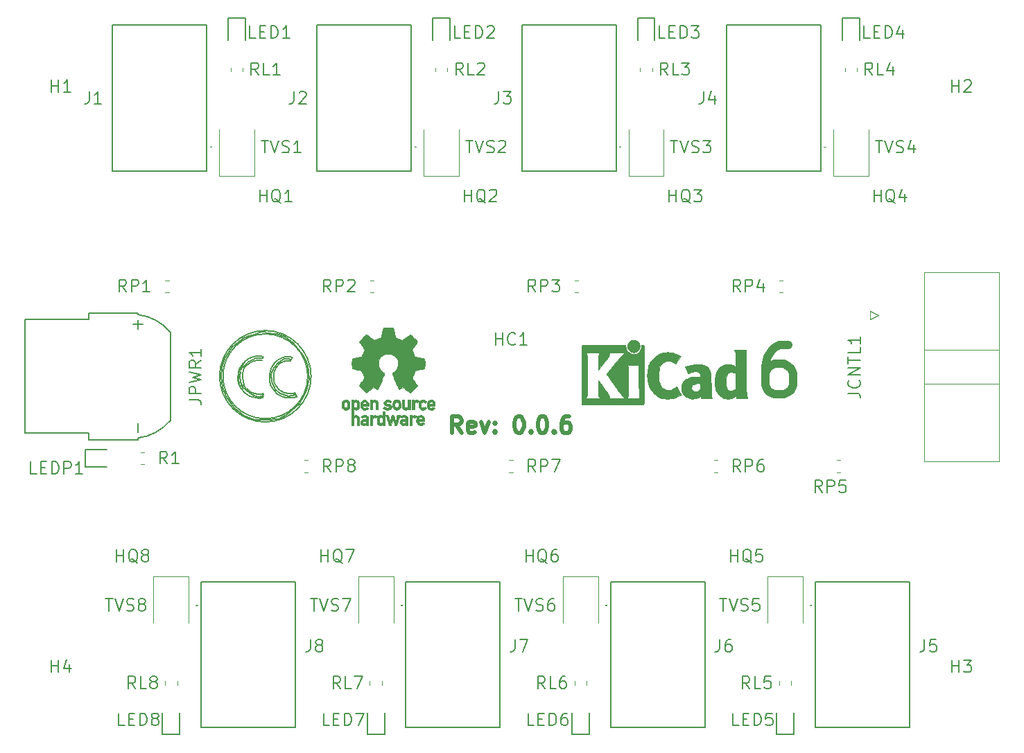
<source format=gbr>
G04 #@! TF.GenerationSoftware,KiCad,Pcbnew,(6.0.5)*
G04 #@! TF.CreationDate,2022-06-25T18:23:24-07:00*
G04 #@! TF.ProjectId,solid_state_relays_24v,736f6c69-645f-4737-9461-74655f72656c,0.0.6*
G04 #@! TF.SameCoordinates,Original*
G04 #@! TF.FileFunction,Legend,Top*
G04 #@! TF.FilePolarity,Positive*
%FSLAX46Y46*%
G04 Gerber Fmt 4.6, Leading zero omitted, Abs format (unit mm)*
G04 Created by KiCad (PCBNEW (6.0.5)) date 2022-06-25 18:23:24*
%MOMM*%
%LPD*%
G01*
G04 APERTURE LIST*
%ADD10C,0.500000*%
%ADD11C,0.150000*%
%ADD12C,1.000000*%
%ADD13C,0.200000*%
%ADD14C,0.120000*%
%ADD15C,0.010000*%
G04 APERTURE END LIST*
D10*
X103952380Y-101904761D02*
X103285714Y-100952380D01*
X102809523Y-101904761D02*
X102809523Y-99904761D01*
X103571428Y-99904761D01*
X103761904Y-100000000D01*
X103857142Y-100095238D01*
X103952380Y-100285714D01*
X103952380Y-100571428D01*
X103857142Y-100761904D01*
X103761904Y-100857142D01*
X103571428Y-100952380D01*
X102809523Y-100952380D01*
X105571428Y-101809523D02*
X105380952Y-101904761D01*
X105000000Y-101904761D01*
X104809523Y-101809523D01*
X104714285Y-101619047D01*
X104714285Y-100857142D01*
X104809523Y-100666666D01*
X105000000Y-100571428D01*
X105380952Y-100571428D01*
X105571428Y-100666666D01*
X105666666Y-100857142D01*
X105666666Y-101047619D01*
X104714285Y-101238095D01*
X106333333Y-100571428D02*
X106809523Y-101904761D01*
X107285714Y-100571428D01*
X108047619Y-101714285D02*
X108142857Y-101809523D01*
X108047619Y-101904761D01*
X107952380Y-101809523D01*
X108047619Y-101714285D01*
X108047619Y-101904761D01*
X108047619Y-100666666D02*
X108142857Y-100761904D01*
X108047619Y-100857142D01*
X107952380Y-100761904D01*
X108047619Y-100666666D01*
X108047619Y-100857142D01*
X110904761Y-99904761D02*
X111095238Y-99904761D01*
X111285714Y-100000000D01*
X111380952Y-100095238D01*
X111476190Y-100285714D01*
X111571428Y-100666666D01*
X111571428Y-101142857D01*
X111476190Y-101523809D01*
X111380952Y-101714285D01*
X111285714Y-101809523D01*
X111095238Y-101904761D01*
X110904761Y-101904761D01*
X110714285Y-101809523D01*
X110619047Y-101714285D01*
X110523809Y-101523809D01*
X110428571Y-101142857D01*
X110428571Y-100666666D01*
X110523809Y-100285714D01*
X110619047Y-100095238D01*
X110714285Y-100000000D01*
X110904761Y-99904761D01*
X112428571Y-101714285D02*
X112523809Y-101809523D01*
X112428571Y-101904761D01*
X112333333Y-101809523D01*
X112428571Y-101714285D01*
X112428571Y-101904761D01*
X113761904Y-99904761D02*
X113952380Y-99904761D01*
X114142857Y-100000000D01*
X114238095Y-100095238D01*
X114333333Y-100285714D01*
X114428571Y-100666666D01*
X114428571Y-101142857D01*
X114333333Y-101523809D01*
X114238095Y-101714285D01*
X114142857Y-101809523D01*
X113952380Y-101904761D01*
X113761904Y-101904761D01*
X113571428Y-101809523D01*
X113476190Y-101714285D01*
X113380952Y-101523809D01*
X113285714Y-101142857D01*
X113285714Y-100666666D01*
X113380952Y-100285714D01*
X113476190Y-100095238D01*
X113571428Y-100000000D01*
X113761904Y-99904761D01*
X115285714Y-101714285D02*
X115380952Y-101809523D01*
X115285714Y-101904761D01*
X115190476Y-101809523D01*
X115285714Y-101714285D01*
X115285714Y-101904761D01*
X117095238Y-99904761D02*
X116714285Y-99904761D01*
X116523809Y-100000000D01*
X116428571Y-100095238D01*
X116238095Y-100380952D01*
X116142857Y-100761904D01*
X116142857Y-101523809D01*
X116238095Y-101714285D01*
X116333333Y-101809523D01*
X116523809Y-101904761D01*
X116904761Y-101904761D01*
X117095238Y-101809523D01*
X117190476Y-101714285D01*
X117285714Y-101523809D01*
X117285714Y-101047619D01*
X117190476Y-100857142D01*
X117095238Y-100761904D01*
X116904761Y-100666666D01*
X116523809Y-100666666D01*
X116333333Y-100761904D01*
X116238095Y-100857142D01*
X116142857Y-101047619D01*
D11*
G04 #@! TO.C,H1*
X53857142Y-60278571D02*
X53857142Y-58778571D01*
X53857142Y-59492857D02*
X54714285Y-59492857D01*
X54714285Y-60278571D02*
X54714285Y-58778571D01*
X56214285Y-60278571D02*
X55357142Y-60278571D01*
X55785714Y-60278571D02*
X55785714Y-58778571D01*
X55642857Y-58992857D01*
X55500000Y-59135714D01*
X55357142Y-59207142D01*
G04 #@! TO.C,LEDP1*
X52071428Y-106928571D02*
X51357142Y-106928571D01*
X51357142Y-105428571D01*
X52571428Y-106142857D02*
X53071428Y-106142857D01*
X53285714Y-106928571D02*
X52571428Y-106928571D01*
X52571428Y-105428571D01*
X53285714Y-105428571D01*
X53928571Y-106928571D02*
X53928571Y-105428571D01*
X54285714Y-105428571D01*
X54500000Y-105500000D01*
X54642857Y-105642857D01*
X54714285Y-105785714D01*
X54785714Y-106071428D01*
X54785714Y-106285714D01*
X54714285Y-106571428D01*
X54642857Y-106714285D01*
X54500000Y-106857142D01*
X54285714Y-106928571D01*
X53928571Y-106928571D01*
X55428571Y-106928571D02*
X55428571Y-105428571D01*
X56000000Y-105428571D01*
X56142857Y-105500000D01*
X56214285Y-105571428D01*
X56285714Y-105714285D01*
X56285714Y-105928571D01*
X56214285Y-106071428D01*
X56142857Y-106142857D01*
X56000000Y-106214285D01*
X55428571Y-106214285D01*
X57714285Y-106928571D02*
X56857142Y-106928571D01*
X57285714Y-106928571D02*
X57285714Y-105428571D01*
X57142857Y-105642857D01*
X57000000Y-105785714D01*
X56857142Y-105857142D01*
G04 #@! TO.C,RP4*
X138000000Y-84678571D02*
X137500000Y-83964285D01*
X137142857Y-84678571D02*
X137142857Y-83178571D01*
X137714285Y-83178571D01*
X137857142Y-83250000D01*
X137928571Y-83321428D01*
X138000000Y-83464285D01*
X138000000Y-83678571D01*
X137928571Y-83821428D01*
X137857142Y-83892857D01*
X137714285Y-83964285D01*
X137142857Y-83964285D01*
X138642857Y-84678571D02*
X138642857Y-83178571D01*
X139214285Y-83178571D01*
X139357142Y-83250000D01*
X139428571Y-83321428D01*
X139500000Y-83464285D01*
X139500000Y-83678571D01*
X139428571Y-83821428D01*
X139357142Y-83892857D01*
X139214285Y-83964285D01*
X138642857Y-83964285D01*
X140785714Y-83678571D02*
X140785714Y-84678571D01*
X140428571Y-83107142D02*
X140071428Y-84178571D01*
X141000000Y-84178571D01*
G04 #@! TO.C,TVS1*
X79500000Y-66178571D02*
X80357142Y-66178571D01*
X79928571Y-67678571D02*
X79928571Y-66178571D01*
X80642857Y-66178571D02*
X81142857Y-67678571D01*
X81642857Y-66178571D01*
X82071428Y-67607142D02*
X82285714Y-67678571D01*
X82642857Y-67678571D01*
X82785714Y-67607142D01*
X82857142Y-67535714D01*
X82928571Y-67392857D01*
X82928571Y-67250000D01*
X82857142Y-67107142D01*
X82785714Y-67035714D01*
X82642857Y-66964285D01*
X82357142Y-66892857D01*
X82214285Y-66821428D01*
X82142857Y-66750000D01*
X82071428Y-66607142D01*
X82071428Y-66464285D01*
X82142857Y-66321428D01*
X82214285Y-66250000D01*
X82357142Y-66178571D01*
X82714285Y-66178571D01*
X82928571Y-66250000D01*
X84357142Y-67678571D02*
X83500000Y-67678571D01*
X83928571Y-67678571D02*
X83928571Y-66178571D01*
X83785714Y-66392857D01*
X83642857Y-66535714D01*
X83500000Y-66607142D01*
G04 #@! TO.C,H4*
X53857142Y-131178571D02*
X53857142Y-129678571D01*
X53857142Y-130392857D02*
X54714285Y-130392857D01*
X54714285Y-131178571D02*
X54714285Y-129678571D01*
X56071428Y-130178571D02*
X56071428Y-131178571D01*
X55714285Y-129607142D02*
X55357142Y-130678571D01*
X56285714Y-130678571D01*
G04 #@! TO.C,RP1*
X63000000Y-84678571D02*
X62500000Y-83964285D01*
X62142857Y-84678571D02*
X62142857Y-83178571D01*
X62714285Y-83178571D01*
X62857142Y-83250000D01*
X62928571Y-83321428D01*
X63000000Y-83464285D01*
X63000000Y-83678571D01*
X62928571Y-83821428D01*
X62857142Y-83892857D01*
X62714285Y-83964285D01*
X62142857Y-83964285D01*
X63642857Y-84678571D02*
X63642857Y-83178571D01*
X64214285Y-83178571D01*
X64357142Y-83250000D01*
X64428571Y-83321428D01*
X64500000Y-83464285D01*
X64500000Y-83678571D01*
X64428571Y-83821428D01*
X64357142Y-83892857D01*
X64214285Y-83964285D01*
X63642857Y-83964285D01*
X65928571Y-84678571D02*
X65071428Y-84678571D01*
X65500000Y-84678571D02*
X65500000Y-83178571D01*
X65357142Y-83392857D01*
X65214285Y-83535714D01*
X65071428Y-83607142D01*
G04 #@! TO.C,TVS5*
X135500000Y-122178571D02*
X136357142Y-122178571D01*
X135928571Y-123678571D02*
X135928571Y-122178571D01*
X136642857Y-122178571D02*
X137142857Y-123678571D01*
X137642857Y-122178571D01*
X138071428Y-123607142D02*
X138285714Y-123678571D01*
X138642857Y-123678571D01*
X138785714Y-123607142D01*
X138857142Y-123535714D01*
X138928571Y-123392857D01*
X138928571Y-123250000D01*
X138857142Y-123107142D01*
X138785714Y-123035714D01*
X138642857Y-122964285D01*
X138357142Y-122892857D01*
X138214285Y-122821428D01*
X138142857Y-122750000D01*
X138071428Y-122607142D01*
X138071428Y-122464285D01*
X138142857Y-122321428D01*
X138214285Y-122250000D01*
X138357142Y-122178571D01*
X138714285Y-122178571D01*
X138928571Y-122250000D01*
X140285714Y-122178571D02*
X139571428Y-122178571D01*
X139500000Y-122892857D01*
X139571428Y-122821428D01*
X139714285Y-122750000D01*
X140071428Y-122750000D01*
X140214285Y-122821428D01*
X140285714Y-122892857D01*
X140357142Y-123035714D01*
X140357142Y-123392857D01*
X140285714Y-123535714D01*
X140214285Y-123607142D01*
X140071428Y-123678571D01*
X139714285Y-123678571D01*
X139571428Y-123607142D01*
X139500000Y-123535714D01*
G04 #@! TO.C,RP5*
X148000000Y-109178571D02*
X147500000Y-108464285D01*
X147142857Y-109178571D02*
X147142857Y-107678571D01*
X147714285Y-107678571D01*
X147857142Y-107750000D01*
X147928571Y-107821428D01*
X148000000Y-107964285D01*
X148000000Y-108178571D01*
X147928571Y-108321428D01*
X147857142Y-108392857D01*
X147714285Y-108464285D01*
X147142857Y-108464285D01*
X148642857Y-109178571D02*
X148642857Y-107678571D01*
X149214285Y-107678571D01*
X149357142Y-107750000D01*
X149428571Y-107821428D01*
X149500000Y-107964285D01*
X149500000Y-108178571D01*
X149428571Y-108321428D01*
X149357142Y-108392857D01*
X149214285Y-108464285D01*
X148642857Y-108464285D01*
X150857142Y-107678571D02*
X150142857Y-107678571D01*
X150071428Y-108392857D01*
X150142857Y-108321428D01*
X150285714Y-108250000D01*
X150642857Y-108250000D01*
X150785714Y-108321428D01*
X150857142Y-108392857D01*
X150928571Y-108535714D01*
X150928571Y-108892857D01*
X150857142Y-109035714D01*
X150785714Y-109107142D01*
X150642857Y-109178571D01*
X150285714Y-109178571D01*
X150142857Y-109107142D01*
X150071428Y-109035714D01*
G04 #@! TO.C,HQ2*
X104321428Y-73678571D02*
X104321428Y-72178571D01*
X104321428Y-72892857D02*
X105178571Y-72892857D01*
X105178571Y-73678571D02*
X105178571Y-72178571D01*
X106892857Y-73821428D02*
X106750000Y-73750000D01*
X106607142Y-73607142D01*
X106392857Y-73392857D01*
X106250000Y-73321428D01*
X106107142Y-73321428D01*
X106178571Y-73678571D02*
X106035714Y-73607142D01*
X105892857Y-73464285D01*
X105821428Y-73178571D01*
X105821428Y-72678571D01*
X105892857Y-72392857D01*
X106035714Y-72250000D01*
X106178571Y-72178571D01*
X106464285Y-72178571D01*
X106607142Y-72250000D01*
X106750000Y-72392857D01*
X106821428Y-72678571D01*
X106821428Y-73178571D01*
X106750000Y-73464285D01*
X106607142Y-73607142D01*
X106464285Y-73678571D01*
X106178571Y-73678571D01*
X107392857Y-72321428D02*
X107464285Y-72250000D01*
X107607142Y-72178571D01*
X107964285Y-72178571D01*
X108107142Y-72250000D01*
X108178571Y-72321428D01*
X108250000Y-72464285D01*
X108250000Y-72607142D01*
X108178571Y-72821428D01*
X107321428Y-73678571D01*
X108250000Y-73678571D01*
G04 #@! TO.C,TVS2*
X104500000Y-66178571D02*
X105357142Y-66178571D01*
X104928571Y-67678571D02*
X104928571Y-66178571D01*
X105642857Y-66178571D02*
X106142857Y-67678571D01*
X106642857Y-66178571D01*
X107071428Y-67607142D02*
X107285714Y-67678571D01*
X107642857Y-67678571D01*
X107785714Y-67607142D01*
X107857142Y-67535714D01*
X107928571Y-67392857D01*
X107928571Y-67250000D01*
X107857142Y-67107142D01*
X107785714Y-67035714D01*
X107642857Y-66964285D01*
X107357142Y-66892857D01*
X107214285Y-66821428D01*
X107142857Y-66750000D01*
X107071428Y-66607142D01*
X107071428Y-66464285D01*
X107142857Y-66321428D01*
X107214285Y-66250000D01*
X107357142Y-66178571D01*
X107714285Y-66178571D01*
X107928571Y-66250000D01*
X108500000Y-66321428D02*
X108571428Y-66250000D01*
X108714285Y-66178571D01*
X109071428Y-66178571D01*
X109214285Y-66250000D01*
X109285714Y-66321428D01*
X109357142Y-66464285D01*
X109357142Y-66607142D01*
X109285714Y-66821428D01*
X108428571Y-67678571D01*
X109357142Y-67678571D01*
G04 #@! TO.C,RP6*
X138000000Y-106678571D02*
X137500000Y-105964285D01*
X137142857Y-106678571D02*
X137142857Y-105178571D01*
X137714285Y-105178571D01*
X137857142Y-105250000D01*
X137928571Y-105321428D01*
X138000000Y-105464285D01*
X138000000Y-105678571D01*
X137928571Y-105821428D01*
X137857142Y-105892857D01*
X137714285Y-105964285D01*
X137142857Y-105964285D01*
X138642857Y-106678571D02*
X138642857Y-105178571D01*
X139214285Y-105178571D01*
X139357142Y-105250000D01*
X139428571Y-105321428D01*
X139500000Y-105464285D01*
X139500000Y-105678571D01*
X139428571Y-105821428D01*
X139357142Y-105892857D01*
X139214285Y-105964285D01*
X138642857Y-105964285D01*
X140785714Y-105178571D02*
X140500000Y-105178571D01*
X140357142Y-105250000D01*
X140285714Y-105321428D01*
X140142857Y-105535714D01*
X140071428Y-105821428D01*
X140071428Y-106392857D01*
X140142857Y-106535714D01*
X140214285Y-106607142D01*
X140357142Y-106678571D01*
X140642857Y-106678571D01*
X140785714Y-106607142D01*
X140857142Y-106535714D01*
X140928571Y-106392857D01*
X140928571Y-106035714D01*
X140857142Y-105892857D01*
X140785714Y-105821428D01*
X140642857Y-105750000D01*
X140357142Y-105750000D01*
X140214285Y-105821428D01*
X140142857Y-105892857D01*
X140071428Y-106035714D01*
G04 #@! TO.C,H2*
X163857142Y-60278571D02*
X163857142Y-58778571D01*
X163857142Y-59492857D02*
X164714285Y-59492857D01*
X164714285Y-60278571D02*
X164714285Y-58778571D01*
X165357142Y-58921428D02*
X165428571Y-58850000D01*
X165571428Y-58778571D01*
X165928571Y-58778571D01*
X166071428Y-58850000D01*
X166142857Y-58921428D01*
X166214285Y-59064285D01*
X166214285Y-59207142D01*
X166142857Y-59421428D01*
X165285714Y-60278571D01*
X166214285Y-60278571D01*
G04 #@! TO.C,HQ1*
X79321428Y-73678571D02*
X79321428Y-72178571D01*
X79321428Y-72892857D02*
X80178571Y-72892857D01*
X80178571Y-73678571D02*
X80178571Y-72178571D01*
X81892857Y-73821428D02*
X81750000Y-73750000D01*
X81607142Y-73607142D01*
X81392857Y-73392857D01*
X81250000Y-73321428D01*
X81107142Y-73321428D01*
X81178571Y-73678571D02*
X81035714Y-73607142D01*
X80892857Y-73464285D01*
X80821428Y-73178571D01*
X80821428Y-72678571D01*
X80892857Y-72392857D01*
X81035714Y-72250000D01*
X81178571Y-72178571D01*
X81464285Y-72178571D01*
X81607142Y-72250000D01*
X81750000Y-72392857D01*
X81821428Y-72678571D01*
X81821428Y-73178571D01*
X81750000Y-73464285D01*
X81607142Y-73607142D01*
X81464285Y-73678571D01*
X81178571Y-73678571D01*
X83250000Y-73678571D02*
X82392857Y-73678571D01*
X82821428Y-73678571D02*
X82821428Y-72178571D01*
X82678571Y-72392857D01*
X82535714Y-72535714D01*
X82392857Y-72607142D01*
G04 #@! TO.C,RP2*
X88000000Y-84678571D02*
X87500000Y-83964285D01*
X87142857Y-84678571D02*
X87142857Y-83178571D01*
X87714285Y-83178571D01*
X87857142Y-83250000D01*
X87928571Y-83321428D01*
X88000000Y-83464285D01*
X88000000Y-83678571D01*
X87928571Y-83821428D01*
X87857142Y-83892857D01*
X87714285Y-83964285D01*
X87142857Y-83964285D01*
X88642857Y-84678571D02*
X88642857Y-83178571D01*
X89214285Y-83178571D01*
X89357142Y-83250000D01*
X89428571Y-83321428D01*
X89500000Y-83464285D01*
X89500000Y-83678571D01*
X89428571Y-83821428D01*
X89357142Y-83892857D01*
X89214285Y-83964285D01*
X88642857Y-83964285D01*
X90071428Y-83321428D02*
X90142857Y-83250000D01*
X90285714Y-83178571D01*
X90642857Y-83178571D01*
X90785714Y-83250000D01*
X90857142Y-83321428D01*
X90928571Y-83464285D01*
X90928571Y-83607142D01*
X90857142Y-83821428D01*
X90000000Y-84678571D01*
X90928571Y-84678571D01*
G04 #@! TO.C,TVS8*
X60500000Y-122178571D02*
X61357142Y-122178571D01*
X60928571Y-123678571D02*
X60928571Y-122178571D01*
X61642857Y-122178571D02*
X62142857Y-123678571D01*
X62642857Y-122178571D01*
X63071428Y-123607142D02*
X63285714Y-123678571D01*
X63642857Y-123678571D01*
X63785714Y-123607142D01*
X63857142Y-123535714D01*
X63928571Y-123392857D01*
X63928571Y-123250000D01*
X63857142Y-123107142D01*
X63785714Y-123035714D01*
X63642857Y-122964285D01*
X63357142Y-122892857D01*
X63214285Y-122821428D01*
X63142857Y-122750000D01*
X63071428Y-122607142D01*
X63071428Y-122464285D01*
X63142857Y-122321428D01*
X63214285Y-122250000D01*
X63357142Y-122178571D01*
X63714285Y-122178571D01*
X63928571Y-122250000D01*
X64785714Y-122821428D02*
X64642857Y-122750000D01*
X64571428Y-122678571D01*
X64500000Y-122535714D01*
X64500000Y-122464285D01*
X64571428Y-122321428D01*
X64642857Y-122250000D01*
X64785714Y-122178571D01*
X65071428Y-122178571D01*
X65214285Y-122250000D01*
X65285714Y-122321428D01*
X65357142Y-122464285D01*
X65357142Y-122535714D01*
X65285714Y-122678571D01*
X65214285Y-122750000D01*
X65071428Y-122821428D01*
X64785714Y-122821428D01*
X64642857Y-122892857D01*
X64571428Y-122964285D01*
X64500000Y-123107142D01*
X64500000Y-123392857D01*
X64571428Y-123535714D01*
X64642857Y-123607142D01*
X64785714Y-123678571D01*
X65071428Y-123678571D01*
X65214285Y-123607142D01*
X65285714Y-123535714D01*
X65357142Y-123392857D01*
X65357142Y-123107142D01*
X65285714Y-122964285D01*
X65214285Y-122892857D01*
X65071428Y-122821428D01*
G04 #@! TO.C,RL6*
X114142857Y-133178571D02*
X113642857Y-132464285D01*
X113285714Y-133178571D02*
X113285714Y-131678571D01*
X113857142Y-131678571D01*
X114000000Y-131750000D01*
X114071428Y-131821428D01*
X114142857Y-131964285D01*
X114142857Y-132178571D01*
X114071428Y-132321428D01*
X114000000Y-132392857D01*
X113857142Y-132464285D01*
X113285714Y-132464285D01*
X115500000Y-133178571D02*
X114785714Y-133178571D01*
X114785714Y-131678571D01*
X116642857Y-131678571D02*
X116357142Y-131678571D01*
X116214285Y-131750000D01*
X116142857Y-131821428D01*
X116000000Y-132035714D01*
X115928571Y-132321428D01*
X115928571Y-132892857D01*
X116000000Y-133035714D01*
X116071428Y-133107142D01*
X116214285Y-133178571D01*
X116500000Y-133178571D01*
X116642857Y-133107142D01*
X116714285Y-133035714D01*
X116785714Y-132892857D01*
X116785714Y-132535714D01*
X116714285Y-132392857D01*
X116642857Y-132321428D01*
X116500000Y-132250000D01*
X116214285Y-132250000D01*
X116071428Y-132321428D01*
X116000000Y-132392857D01*
X115928571Y-132535714D01*
G04 #@! TO.C,J2*
X83500000Y-60178571D02*
X83500000Y-61250000D01*
X83428571Y-61464285D01*
X83285714Y-61607142D01*
X83071428Y-61678571D01*
X82928571Y-61678571D01*
X84142857Y-60321428D02*
X84214285Y-60250000D01*
X84357142Y-60178571D01*
X84714285Y-60178571D01*
X84857142Y-60250000D01*
X84928571Y-60321428D01*
X85000000Y-60464285D01*
X85000000Y-60607142D01*
X84928571Y-60821428D01*
X84071428Y-61678571D01*
X85000000Y-61678571D01*
G04 #@! TO.C,TVS3*
X129500000Y-66178571D02*
X130357142Y-66178571D01*
X129928571Y-67678571D02*
X129928571Y-66178571D01*
X130642857Y-66178571D02*
X131142857Y-67678571D01*
X131642857Y-66178571D01*
X132071428Y-67607142D02*
X132285714Y-67678571D01*
X132642857Y-67678571D01*
X132785714Y-67607142D01*
X132857142Y-67535714D01*
X132928571Y-67392857D01*
X132928571Y-67250000D01*
X132857142Y-67107142D01*
X132785714Y-67035714D01*
X132642857Y-66964285D01*
X132357142Y-66892857D01*
X132214285Y-66821428D01*
X132142857Y-66750000D01*
X132071428Y-66607142D01*
X132071428Y-66464285D01*
X132142857Y-66321428D01*
X132214285Y-66250000D01*
X132357142Y-66178571D01*
X132714285Y-66178571D01*
X132928571Y-66250000D01*
X133428571Y-66178571D02*
X134357142Y-66178571D01*
X133857142Y-66750000D01*
X134071428Y-66750000D01*
X134214285Y-66821428D01*
X134285714Y-66892857D01*
X134357142Y-67035714D01*
X134357142Y-67392857D01*
X134285714Y-67535714D01*
X134214285Y-67607142D01*
X134071428Y-67678571D01*
X133642857Y-67678571D01*
X133500000Y-67607142D01*
X133428571Y-67535714D01*
G04 #@! TO.C,LED7*
X87821428Y-137678571D02*
X87107142Y-137678571D01*
X87107142Y-136178571D01*
X88321428Y-136892857D02*
X88821428Y-136892857D01*
X89035714Y-137678571D02*
X88321428Y-137678571D01*
X88321428Y-136178571D01*
X89035714Y-136178571D01*
X89678571Y-137678571D02*
X89678571Y-136178571D01*
X90035714Y-136178571D01*
X90250000Y-136250000D01*
X90392857Y-136392857D01*
X90464285Y-136535714D01*
X90535714Y-136821428D01*
X90535714Y-137035714D01*
X90464285Y-137321428D01*
X90392857Y-137464285D01*
X90250000Y-137607142D01*
X90035714Y-137678571D01*
X89678571Y-137678571D01*
X91035714Y-136178571D02*
X92035714Y-136178571D01*
X91392857Y-137678571D01*
G04 #@! TO.C,H3*
X163857142Y-131178571D02*
X163857142Y-129678571D01*
X163857142Y-130392857D02*
X164714285Y-130392857D01*
X164714285Y-131178571D02*
X164714285Y-129678571D01*
X165285714Y-129678571D02*
X166214285Y-129678571D01*
X165714285Y-130250000D01*
X165928571Y-130250000D01*
X166071428Y-130321428D01*
X166142857Y-130392857D01*
X166214285Y-130535714D01*
X166214285Y-130892857D01*
X166142857Y-131035714D01*
X166071428Y-131107142D01*
X165928571Y-131178571D01*
X165500000Y-131178571D01*
X165357142Y-131107142D01*
X165285714Y-131035714D01*
G04 #@! TO.C,J1*
X58500000Y-60178571D02*
X58500000Y-61250000D01*
X58428571Y-61464285D01*
X58285714Y-61607142D01*
X58071428Y-61678571D01*
X57928571Y-61678571D01*
X60000000Y-61678571D02*
X59142857Y-61678571D01*
X59571428Y-61678571D02*
X59571428Y-60178571D01*
X59428571Y-60392857D01*
X59285714Y-60535714D01*
X59142857Y-60607142D01*
G04 #@! TO.C,RL4*
X154142857Y-58178571D02*
X153642857Y-57464285D01*
X153285714Y-58178571D02*
X153285714Y-56678571D01*
X153857142Y-56678571D01*
X154000000Y-56750000D01*
X154071428Y-56821428D01*
X154142857Y-56964285D01*
X154142857Y-57178571D01*
X154071428Y-57321428D01*
X154000000Y-57392857D01*
X153857142Y-57464285D01*
X153285714Y-57464285D01*
X155500000Y-58178571D02*
X154785714Y-58178571D01*
X154785714Y-56678571D01*
X156642857Y-57178571D02*
X156642857Y-58178571D01*
X156285714Y-56607142D02*
X155928571Y-57678571D01*
X156857142Y-57678571D01*
G04 #@! TO.C,HQ7*
X86821428Y-117678571D02*
X86821428Y-116178571D01*
X86821428Y-116892857D02*
X87678571Y-116892857D01*
X87678571Y-117678571D02*
X87678571Y-116178571D01*
X89392857Y-117821428D02*
X89250000Y-117750000D01*
X89107142Y-117607142D01*
X88892857Y-117392857D01*
X88750000Y-117321428D01*
X88607142Y-117321428D01*
X88678571Y-117678571D02*
X88535714Y-117607142D01*
X88392857Y-117464285D01*
X88321428Y-117178571D01*
X88321428Y-116678571D01*
X88392857Y-116392857D01*
X88535714Y-116250000D01*
X88678571Y-116178571D01*
X88964285Y-116178571D01*
X89107142Y-116250000D01*
X89250000Y-116392857D01*
X89321428Y-116678571D01*
X89321428Y-117178571D01*
X89250000Y-117464285D01*
X89107142Y-117607142D01*
X88964285Y-117678571D01*
X88678571Y-117678571D01*
X89821428Y-116178571D02*
X90821428Y-116178571D01*
X90178571Y-117678571D01*
G04 #@! TO.C,J6*
X135500000Y-127178571D02*
X135500000Y-128250000D01*
X135428571Y-128464285D01*
X135285714Y-128607142D01*
X135071428Y-128678571D01*
X134928571Y-128678571D01*
X136857142Y-127178571D02*
X136571428Y-127178571D01*
X136428571Y-127250000D01*
X136357142Y-127321428D01*
X136214285Y-127535714D01*
X136142857Y-127821428D01*
X136142857Y-128392857D01*
X136214285Y-128535714D01*
X136285714Y-128607142D01*
X136428571Y-128678571D01*
X136714285Y-128678571D01*
X136857142Y-128607142D01*
X136928571Y-128535714D01*
X137000000Y-128392857D01*
X137000000Y-128035714D01*
X136928571Y-127892857D01*
X136857142Y-127821428D01*
X136714285Y-127750000D01*
X136428571Y-127750000D01*
X136285714Y-127821428D01*
X136214285Y-127892857D01*
X136142857Y-128035714D01*
G04 #@! TO.C,RL7*
X89142857Y-133178571D02*
X88642857Y-132464285D01*
X88285714Y-133178571D02*
X88285714Y-131678571D01*
X88857142Y-131678571D01*
X89000000Y-131750000D01*
X89071428Y-131821428D01*
X89142857Y-131964285D01*
X89142857Y-132178571D01*
X89071428Y-132321428D01*
X89000000Y-132392857D01*
X88857142Y-132464285D01*
X88285714Y-132464285D01*
X90500000Y-133178571D02*
X89785714Y-133178571D01*
X89785714Y-131678571D01*
X90857142Y-131678571D02*
X91857142Y-131678571D01*
X91214285Y-133178571D01*
G04 #@! TO.C,TVS6*
X110500000Y-122178571D02*
X111357142Y-122178571D01*
X110928571Y-123678571D02*
X110928571Y-122178571D01*
X111642857Y-122178571D02*
X112142857Y-123678571D01*
X112642857Y-122178571D01*
X113071428Y-123607142D02*
X113285714Y-123678571D01*
X113642857Y-123678571D01*
X113785714Y-123607142D01*
X113857142Y-123535714D01*
X113928571Y-123392857D01*
X113928571Y-123250000D01*
X113857142Y-123107142D01*
X113785714Y-123035714D01*
X113642857Y-122964285D01*
X113357142Y-122892857D01*
X113214285Y-122821428D01*
X113142857Y-122750000D01*
X113071428Y-122607142D01*
X113071428Y-122464285D01*
X113142857Y-122321428D01*
X113214285Y-122250000D01*
X113357142Y-122178571D01*
X113714285Y-122178571D01*
X113928571Y-122250000D01*
X115214285Y-122178571D02*
X114928571Y-122178571D01*
X114785714Y-122250000D01*
X114714285Y-122321428D01*
X114571428Y-122535714D01*
X114500000Y-122821428D01*
X114500000Y-123392857D01*
X114571428Y-123535714D01*
X114642857Y-123607142D01*
X114785714Y-123678571D01*
X115071428Y-123678571D01*
X115214285Y-123607142D01*
X115285714Y-123535714D01*
X115357142Y-123392857D01*
X115357142Y-123035714D01*
X115285714Y-122892857D01*
X115214285Y-122821428D01*
X115071428Y-122750000D01*
X114785714Y-122750000D01*
X114642857Y-122821428D01*
X114571428Y-122892857D01*
X114500000Y-123035714D01*
G04 #@! TO.C,RL5*
X139142857Y-133178571D02*
X138642857Y-132464285D01*
X138285714Y-133178571D02*
X138285714Y-131678571D01*
X138857142Y-131678571D01*
X139000000Y-131750000D01*
X139071428Y-131821428D01*
X139142857Y-131964285D01*
X139142857Y-132178571D01*
X139071428Y-132321428D01*
X139000000Y-132392857D01*
X138857142Y-132464285D01*
X138285714Y-132464285D01*
X140500000Y-133178571D02*
X139785714Y-133178571D01*
X139785714Y-131678571D01*
X141714285Y-131678571D02*
X141000000Y-131678571D01*
X140928571Y-132392857D01*
X141000000Y-132321428D01*
X141142857Y-132250000D01*
X141500000Y-132250000D01*
X141642857Y-132321428D01*
X141714285Y-132392857D01*
X141785714Y-132535714D01*
X141785714Y-132892857D01*
X141714285Y-133035714D01*
X141642857Y-133107142D01*
X141500000Y-133178571D01*
X141142857Y-133178571D01*
X141000000Y-133107142D01*
X140928571Y-133035714D01*
G04 #@! TO.C,LED3*
X128821428Y-53678571D02*
X128107142Y-53678571D01*
X128107142Y-52178571D01*
X129321428Y-52892857D02*
X129821428Y-52892857D01*
X130035714Y-53678571D02*
X129321428Y-53678571D01*
X129321428Y-52178571D01*
X130035714Y-52178571D01*
X130678571Y-53678571D02*
X130678571Y-52178571D01*
X131035714Y-52178571D01*
X131250000Y-52250000D01*
X131392857Y-52392857D01*
X131464285Y-52535714D01*
X131535714Y-52821428D01*
X131535714Y-53035714D01*
X131464285Y-53321428D01*
X131392857Y-53464285D01*
X131250000Y-53607142D01*
X131035714Y-53678571D01*
X130678571Y-53678571D01*
X132035714Y-52178571D02*
X132964285Y-52178571D01*
X132464285Y-52750000D01*
X132678571Y-52750000D01*
X132821428Y-52821428D01*
X132892857Y-52892857D01*
X132964285Y-53035714D01*
X132964285Y-53392857D01*
X132892857Y-53535714D01*
X132821428Y-53607142D01*
X132678571Y-53678571D01*
X132250000Y-53678571D01*
X132107142Y-53607142D01*
X132035714Y-53535714D01*
G04 #@! TO.C,LED5*
X137821428Y-137678571D02*
X137107142Y-137678571D01*
X137107142Y-136178571D01*
X138321428Y-136892857D02*
X138821428Y-136892857D01*
X139035714Y-137678571D02*
X138321428Y-137678571D01*
X138321428Y-136178571D01*
X139035714Y-136178571D01*
X139678571Y-137678571D02*
X139678571Y-136178571D01*
X140035714Y-136178571D01*
X140250000Y-136250000D01*
X140392857Y-136392857D01*
X140464285Y-136535714D01*
X140535714Y-136821428D01*
X140535714Y-137035714D01*
X140464285Y-137321428D01*
X140392857Y-137464285D01*
X140250000Y-137607142D01*
X140035714Y-137678571D01*
X139678571Y-137678571D01*
X141892857Y-136178571D02*
X141178571Y-136178571D01*
X141107142Y-136892857D01*
X141178571Y-136821428D01*
X141321428Y-136750000D01*
X141678571Y-136750000D01*
X141821428Y-136821428D01*
X141892857Y-136892857D01*
X141964285Y-137035714D01*
X141964285Y-137392857D01*
X141892857Y-137535714D01*
X141821428Y-137607142D01*
X141678571Y-137678571D01*
X141321428Y-137678571D01*
X141178571Y-137607142D01*
X141107142Y-137535714D01*
G04 #@! TO.C,J4*
X133500000Y-60178571D02*
X133500000Y-61250000D01*
X133428571Y-61464285D01*
X133285714Y-61607142D01*
X133071428Y-61678571D01*
X132928571Y-61678571D01*
X134857142Y-60678571D02*
X134857142Y-61678571D01*
X134500000Y-60107142D02*
X134142857Y-61178571D01*
X135071428Y-61178571D01*
G04 #@! TO.C,RP3*
X113000000Y-84678571D02*
X112500000Y-83964285D01*
X112142857Y-84678571D02*
X112142857Y-83178571D01*
X112714285Y-83178571D01*
X112857142Y-83250000D01*
X112928571Y-83321428D01*
X113000000Y-83464285D01*
X113000000Y-83678571D01*
X112928571Y-83821428D01*
X112857142Y-83892857D01*
X112714285Y-83964285D01*
X112142857Y-83964285D01*
X113642857Y-84678571D02*
X113642857Y-83178571D01*
X114214285Y-83178571D01*
X114357142Y-83250000D01*
X114428571Y-83321428D01*
X114500000Y-83464285D01*
X114500000Y-83678571D01*
X114428571Y-83821428D01*
X114357142Y-83892857D01*
X114214285Y-83964285D01*
X113642857Y-83964285D01*
X115000000Y-83178571D02*
X115928571Y-83178571D01*
X115428571Y-83750000D01*
X115642857Y-83750000D01*
X115785714Y-83821428D01*
X115857142Y-83892857D01*
X115928571Y-84035714D01*
X115928571Y-84392857D01*
X115857142Y-84535714D01*
X115785714Y-84607142D01*
X115642857Y-84678571D01*
X115214285Y-84678571D01*
X115071428Y-84607142D01*
X115000000Y-84535714D01*
G04 #@! TO.C,J3*
X108500000Y-60178571D02*
X108500000Y-61250000D01*
X108428571Y-61464285D01*
X108285714Y-61607142D01*
X108071428Y-61678571D01*
X107928571Y-61678571D01*
X109071428Y-60178571D02*
X110000000Y-60178571D01*
X109500000Y-60750000D01*
X109714285Y-60750000D01*
X109857142Y-60821428D01*
X109928571Y-60892857D01*
X110000000Y-61035714D01*
X110000000Y-61392857D01*
X109928571Y-61535714D01*
X109857142Y-61607142D01*
X109714285Y-61678571D01*
X109285714Y-61678571D01*
X109142857Y-61607142D01*
X109071428Y-61535714D01*
G04 #@! TO.C,RP7*
X113000000Y-106678571D02*
X112500000Y-105964285D01*
X112142857Y-106678571D02*
X112142857Y-105178571D01*
X112714285Y-105178571D01*
X112857142Y-105250000D01*
X112928571Y-105321428D01*
X113000000Y-105464285D01*
X113000000Y-105678571D01*
X112928571Y-105821428D01*
X112857142Y-105892857D01*
X112714285Y-105964285D01*
X112142857Y-105964285D01*
X113642857Y-106678571D02*
X113642857Y-105178571D01*
X114214285Y-105178571D01*
X114357142Y-105250000D01*
X114428571Y-105321428D01*
X114500000Y-105464285D01*
X114500000Y-105678571D01*
X114428571Y-105821428D01*
X114357142Y-105892857D01*
X114214285Y-105964285D01*
X113642857Y-105964285D01*
X115000000Y-105178571D02*
X116000000Y-105178571D01*
X115357142Y-106678571D01*
G04 #@! TO.C,JCNTL1*
X151178571Y-97064285D02*
X152250000Y-97064285D01*
X152464285Y-97135714D01*
X152607142Y-97278571D01*
X152678571Y-97492857D01*
X152678571Y-97635714D01*
X152535714Y-95492857D02*
X152607142Y-95564285D01*
X152678571Y-95778571D01*
X152678571Y-95921428D01*
X152607142Y-96135714D01*
X152464285Y-96278571D01*
X152321428Y-96350000D01*
X152035714Y-96421428D01*
X151821428Y-96421428D01*
X151535714Y-96350000D01*
X151392857Y-96278571D01*
X151250000Y-96135714D01*
X151178571Y-95921428D01*
X151178571Y-95778571D01*
X151250000Y-95564285D01*
X151321428Y-95492857D01*
X152678571Y-94850000D02*
X151178571Y-94850000D01*
X152678571Y-93992857D01*
X151178571Y-93992857D01*
X151178571Y-93492857D02*
X151178571Y-92635714D01*
X152678571Y-93064285D02*
X151178571Y-93064285D01*
X152678571Y-91421428D02*
X152678571Y-92135714D01*
X151178571Y-92135714D01*
X152678571Y-90135714D02*
X152678571Y-90992857D01*
X152678571Y-90564285D02*
X151178571Y-90564285D01*
X151392857Y-90707142D01*
X151535714Y-90850000D01*
X151607142Y-90992857D01*
G04 #@! TO.C,HQ6*
X111821428Y-117678571D02*
X111821428Y-116178571D01*
X111821428Y-116892857D02*
X112678571Y-116892857D01*
X112678571Y-117678571D02*
X112678571Y-116178571D01*
X114392857Y-117821428D02*
X114250000Y-117750000D01*
X114107142Y-117607142D01*
X113892857Y-117392857D01*
X113750000Y-117321428D01*
X113607142Y-117321428D01*
X113678571Y-117678571D02*
X113535714Y-117607142D01*
X113392857Y-117464285D01*
X113321428Y-117178571D01*
X113321428Y-116678571D01*
X113392857Y-116392857D01*
X113535714Y-116250000D01*
X113678571Y-116178571D01*
X113964285Y-116178571D01*
X114107142Y-116250000D01*
X114250000Y-116392857D01*
X114321428Y-116678571D01*
X114321428Y-117178571D01*
X114250000Y-117464285D01*
X114107142Y-117607142D01*
X113964285Y-117678571D01*
X113678571Y-117678571D01*
X115607142Y-116178571D02*
X115321428Y-116178571D01*
X115178571Y-116250000D01*
X115107142Y-116321428D01*
X114964285Y-116535714D01*
X114892857Y-116821428D01*
X114892857Y-117392857D01*
X114964285Y-117535714D01*
X115035714Y-117607142D01*
X115178571Y-117678571D01*
X115464285Y-117678571D01*
X115607142Y-117607142D01*
X115678571Y-117535714D01*
X115750000Y-117392857D01*
X115750000Y-117035714D01*
X115678571Y-116892857D01*
X115607142Y-116821428D01*
X115464285Y-116750000D01*
X115178571Y-116750000D01*
X115035714Y-116821428D01*
X114964285Y-116892857D01*
X114892857Y-117035714D01*
G04 #@! TO.C,HQ8*
X61821428Y-117678571D02*
X61821428Y-116178571D01*
X61821428Y-116892857D02*
X62678571Y-116892857D01*
X62678571Y-117678571D02*
X62678571Y-116178571D01*
X64392857Y-117821428D02*
X64250000Y-117750000D01*
X64107142Y-117607142D01*
X63892857Y-117392857D01*
X63750000Y-117321428D01*
X63607142Y-117321428D01*
X63678571Y-117678571D02*
X63535714Y-117607142D01*
X63392857Y-117464285D01*
X63321428Y-117178571D01*
X63321428Y-116678571D01*
X63392857Y-116392857D01*
X63535714Y-116250000D01*
X63678571Y-116178571D01*
X63964285Y-116178571D01*
X64107142Y-116250000D01*
X64250000Y-116392857D01*
X64321428Y-116678571D01*
X64321428Y-117178571D01*
X64250000Y-117464285D01*
X64107142Y-117607142D01*
X63964285Y-117678571D01*
X63678571Y-117678571D01*
X65178571Y-116821428D02*
X65035714Y-116750000D01*
X64964285Y-116678571D01*
X64892857Y-116535714D01*
X64892857Y-116464285D01*
X64964285Y-116321428D01*
X65035714Y-116250000D01*
X65178571Y-116178571D01*
X65464285Y-116178571D01*
X65607142Y-116250000D01*
X65678571Y-116321428D01*
X65750000Y-116464285D01*
X65750000Y-116535714D01*
X65678571Y-116678571D01*
X65607142Y-116750000D01*
X65464285Y-116821428D01*
X65178571Y-116821428D01*
X65035714Y-116892857D01*
X64964285Y-116964285D01*
X64892857Y-117107142D01*
X64892857Y-117392857D01*
X64964285Y-117535714D01*
X65035714Y-117607142D01*
X65178571Y-117678571D01*
X65464285Y-117678571D01*
X65607142Y-117607142D01*
X65678571Y-117535714D01*
X65750000Y-117392857D01*
X65750000Y-117107142D01*
X65678571Y-116964285D01*
X65607142Y-116892857D01*
X65464285Y-116821428D01*
G04 #@! TO.C,RL8*
X64142857Y-133178571D02*
X63642857Y-132464285D01*
X63285714Y-133178571D02*
X63285714Y-131678571D01*
X63857142Y-131678571D01*
X64000000Y-131750000D01*
X64071428Y-131821428D01*
X64142857Y-131964285D01*
X64142857Y-132178571D01*
X64071428Y-132321428D01*
X64000000Y-132392857D01*
X63857142Y-132464285D01*
X63285714Y-132464285D01*
X65500000Y-133178571D02*
X64785714Y-133178571D01*
X64785714Y-131678571D01*
X66214285Y-132321428D02*
X66071428Y-132250000D01*
X66000000Y-132178571D01*
X65928571Y-132035714D01*
X65928571Y-131964285D01*
X66000000Y-131821428D01*
X66071428Y-131750000D01*
X66214285Y-131678571D01*
X66500000Y-131678571D01*
X66642857Y-131750000D01*
X66714285Y-131821428D01*
X66785714Y-131964285D01*
X66785714Y-132035714D01*
X66714285Y-132178571D01*
X66642857Y-132250000D01*
X66500000Y-132321428D01*
X66214285Y-132321428D01*
X66071428Y-132392857D01*
X66000000Y-132464285D01*
X65928571Y-132607142D01*
X65928571Y-132892857D01*
X66000000Y-133035714D01*
X66071428Y-133107142D01*
X66214285Y-133178571D01*
X66500000Y-133178571D01*
X66642857Y-133107142D01*
X66714285Y-133035714D01*
X66785714Y-132892857D01*
X66785714Y-132607142D01*
X66714285Y-132464285D01*
X66642857Y-132392857D01*
X66500000Y-132321428D01*
G04 #@! TO.C,J8*
X85500000Y-127178571D02*
X85500000Y-128250000D01*
X85428571Y-128464285D01*
X85285714Y-128607142D01*
X85071428Y-128678571D01*
X84928571Y-128678571D01*
X86428571Y-127821428D02*
X86285714Y-127750000D01*
X86214285Y-127678571D01*
X86142857Y-127535714D01*
X86142857Y-127464285D01*
X86214285Y-127321428D01*
X86285714Y-127250000D01*
X86428571Y-127178571D01*
X86714285Y-127178571D01*
X86857142Y-127250000D01*
X86928571Y-127321428D01*
X87000000Y-127464285D01*
X87000000Y-127535714D01*
X86928571Y-127678571D01*
X86857142Y-127750000D01*
X86714285Y-127821428D01*
X86428571Y-127821428D01*
X86285714Y-127892857D01*
X86214285Y-127964285D01*
X86142857Y-128107142D01*
X86142857Y-128392857D01*
X86214285Y-128535714D01*
X86285714Y-128607142D01*
X86428571Y-128678571D01*
X86714285Y-128678571D01*
X86857142Y-128607142D01*
X86928571Y-128535714D01*
X87000000Y-128392857D01*
X87000000Y-128107142D01*
X86928571Y-127964285D01*
X86857142Y-127892857D01*
X86714285Y-127821428D01*
G04 #@! TO.C,JPWR1*
X70678571Y-97857142D02*
X71750000Y-97857142D01*
X71964285Y-97928571D01*
X72107142Y-98071428D01*
X72178571Y-98285714D01*
X72178571Y-98428571D01*
X72178571Y-97142857D02*
X70678571Y-97142857D01*
X70678571Y-96571428D01*
X70750000Y-96428571D01*
X70821428Y-96357142D01*
X70964285Y-96285714D01*
X71178571Y-96285714D01*
X71321428Y-96357142D01*
X71392857Y-96428571D01*
X71464285Y-96571428D01*
X71464285Y-97142857D01*
X70678571Y-95785714D02*
X72178571Y-95428571D01*
X71107142Y-95142857D01*
X72178571Y-94857142D01*
X70678571Y-94500000D01*
X72178571Y-93071428D02*
X71464285Y-93571428D01*
X72178571Y-93928571D02*
X70678571Y-93928571D01*
X70678571Y-93357142D01*
X70750000Y-93214285D01*
X70821428Y-93142857D01*
X70964285Y-93071428D01*
X71178571Y-93071428D01*
X71321428Y-93142857D01*
X71392857Y-93214285D01*
X71464285Y-93357142D01*
X71464285Y-93928571D01*
X72178571Y-91642857D02*
X72178571Y-92500000D01*
X72178571Y-92071428D02*
X70678571Y-92071428D01*
X70892857Y-92214285D01*
X71035714Y-92357142D01*
X71107142Y-92500000D01*
G04 #@! TO.C,TVS4*
X154500000Y-66178571D02*
X155357142Y-66178571D01*
X154928571Y-67678571D02*
X154928571Y-66178571D01*
X155642857Y-66178571D02*
X156142857Y-67678571D01*
X156642857Y-66178571D01*
X157071428Y-67607142D02*
X157285714Y-67678571D01*
X157642857Y-67678571D01*
X157785714Y-67607142D01*
X157857142Y-67535714D01*
X157928571Y-67392857D01*
X157928571Y-67250000D01*
X157857142Y-67107142D01*
X157785714Y-67035714D01*
X157642857Y-66964285D01*
X157357142Y-66892857D01*
X157214285Y-66821428D01*
X157142857Y-66750000D01*
X157071428Y-66607142D01*
X157071428Y-66464285D01*
X157142857Y-66321428D01*
X157214285Y-66250000D01*
X157357142Y-66178571D01*
X157714285Y-66178571D01*
X157928571Y-66250000D01*
X159214285Y-66678571D02*
X159214285Y-67678571D01*
X158857142Y-66107142D02*
X158500000Y-67178571D01*
X159428571Y-67178571D01*
G04 #@! TO.C,LED1*
X78821428Y-53678571D02*
X78107142Y-53678571D01*
X78107142Y-52178571D01*
X79321428Y-52892857D02*
X79821428Y-52892857D01*
X80035714Y-53678571D02*
X79321428Y-53678571D01*
X79321428Y-52178571D01*
X80035714Y-52178571D01*
X80678571Y-53678571D02*
X80678571Y-52178571D01*
X81035714Y-52178571D01*
X81250000Y-52250000D01*
X81392857Y-52392857D01*
X81464285Y-52535714D01*
X81535714Y-52821428D01*
X81535714Y-53035714D01*
X81464285Y-53321428D01*
X81392857Y-53464285D01*
X81250000Y-53607142D01*
X81035714Y-53678571D01*
X80678571Y-53678571D01*
X82964285Y-53678571D02*
X82107142Y-53678571D01*
X82535714Y-53678571D02*
X82535714Y-52178571D01*
X82392857Y-52392857D01*
X82250000Y-52535714D01*
X82107142Y-52607142D01*
G04 #@! TO.C,HC1*
X108107142Y-91178571D02*
X108107142Y-89678571D01*
X108107142Y-90392857D02*
X108964285Y-90392857D01*
X108964285Y-91178571D02*
X108964285Y-89678571D01*
X110535714Y-91035714D02*
X110464285Y-91107142D01*
X110250000Y-91178571D01*
X110107142Y-91178571D01*
X109892857Y-91107142D01*
X109750000Y-90964285D01*
X109678571Y-90821428D01*
X109607142Y-90535714D01*
X109607142Y-90321428D01*
X109678571Y-90035714D01*
X109750000Y-89892857D01*
X109892857Y-89750000D01*
X110107142Y-89678571D01*
X110250000Y-89678571D01*
X110464285Y-89750000D01*
X110535714Y-89821428D01*
X111964285Y-91178571D02*
X111107142Y-91178571D01*
X111535714Y-91178571D02*
X111535714Y-89678571D01*
X111392857Y-89892857D01*
X111250000Y-90035714D01*
X111107142Y-90107142D01*
G04 #@! TO.C,RL2*
X104142857Y-58178571D02*
X103642857Y-57464285D01*
X103285714Y-58178571D02*
X103285714Y-56678571D01*
X103857142Y-56678571D01*
X104000000Y-56750000D01*
X104071428Y-56821428D01*
X104142857Y-56964285D01*
X104142857Y-57178571D01*
X104071428Y-57321428D01*
X104000000Y-57392857D01*
X103857142Y-57464285D01*
X103285714Y-57464285D01*
X105500000Y-58178571D02*
X104785714Y-58178571D01*
X104785714Y-56678571D01*
X105928571Y-56821428D02*
X106000000Y-56750000D01*
X106142857Y-56678571D01*
X106500000Y-56678571D01*
X106642857Y-56750000D01*
X106714285Y-56821428D01*
X106785714Y-56964285D01*
X106785714Y-57107142D01*
X106714285Y-57321428D01*
X105857142Y-58178571D01*
X106785714Y-58178571D01*
G04 #@! TO.C,RP8*
X88000000Y-106678571D02*
X87500000Y-105964285D01*
X87142857Y-106678571D02*
X87142857Y-105178571D01*
X87714285Y-105178571D01*
X87857142Y-105250000D01*
X87928571Y-105321428D01*
X88000000Y-105464285D01*
X88000000Y-105678571D01*
X87928571Y-105821428D01*
X87857142Y-105892857D01*
X87714285Y-105964285D01*
X87142857Y-105964285D01*
X88642857Y-106678571D02*
X88642857Y-105178571D01*
X89214285Y-105178571D01*
X89357142Y-105250000D01*
X89428571Y-105321428D01*
X89500000Y-105464285D01*
X89500000Y-105678571D01*
X89428571Y-105821428D01*
X89357142Y-105892857D01*
X89214285Y-105964285D01*
X88642857Y-105964285D01*
X90357142Y-105821428D02*
X90214285Y-105750000D01*
X90142857Y-105678571D01*
X90071428Y-105535714D01*
X90071428Y-105464285D01*
X90142857Y-105321428D01*
X90214285Y-105250000D01*
X90357142Y-105178571D01*
X90642857Y-105178571D01*
X90785714Y-105250000D01*
X90857142Y-105321428D01*
X90928571Y-105464285D01*
X90928571Y-105535714D01*
X90857142Y-105678571D01*
X90785714Y-105750000D01*
X90642857Y-105821428D01*
X90357142Y-105821428D01*
X90214285Y-105892857D01*
X90142857Y-105964285D01*
X90071428Y-106107142D01*
X90071428Y-106392857D01*
X90142857Y-106535714D01*
X90214285Y-106607142D01*
X90357142Y-106678571D01*
X90642857Y-106678571D01*
X90785714Y-106607142D01*
X90857142Y-106535714D01*
X90928571Y-106392857D01*
X90928571Y-106107142D01*
X90857142Y-105964285D01*
X90785714Y-105892857D01*
X90642857Y-105821428D01*
G04 #@! TO.C,LED2*
X103821428Y-53678571D02*
X103107142Y-53678571D01*
X103107142Y-52178571D01*
X104321428Y-52892857D02*
X104821428Y-52892857D01*
X105035714Y-53678571D02*
X104321428Y-53678571D01*
X104321428Y-52178571D01*
X105035714Y-52178571D01*
X105678571Y-53678571D02*
X105678571Y-52178571D01*
X106035714Y-52178571D01*
X106250000Y-52250000D01*
X106392857Y-52392857D01*
X106464285Y-52535714D01*
X106535714Y-52821428D01*
X106535714Y-53035714D01*
X106464285Y-53321428D01*
X106392857Y-53464285D01*
X106250000Y-53607142D01*
X106035714Y-53678571D01*
X105678571Y-53678571D01*
X107107142Y-52321428D02*
X107178571Y-52250000D01*
X107321428Y-52178571D01*
X107678571Y-52178571D01*
X107821428Y-52250000D01*
X107892857Y-52321428D01*
X107964285Y-52464285D01*
X107964285Y-52607142D01*
X107892857Y-52821428D01*
X107035714Y-53678571D01*
X107964285Y-53678571D01*
G04 #@! TO.C,RL1*
X79142857Y-58178571D02*
X78642857Y-57464285D01*
X78285714Y-58178571D02*
X78285714Y-56678571D01*
X78857142Y-56678571D01*
X79000000Y-56750000D01*
X79071428Y-56821428D01*
X79142857Y-56964285D01*
X79142857Y-57178571D01*
X79071428Y-57321428D01*
X79000000Y-57392857D01*
X78857142Y-57464285D01*
X78285714Y-57464285D01*
X80500000Y-58178571D02*
X79785714Y-58178571D01*
X79785714Y-56678571D01*
X81785714Y-58178571D02*
X80928571Y-58178571D01*
X81357142Y-58178571D02*
X81357142Y-56678571D01*
X81214285Y-56892857D01*
X81071428Y-57035714D01*
X80928571Y-57107142D01*
G04 #@! TO.C,LED4*
X153821428Y-53678571D02*
X153107142Y-53678571D01*
X153107142Y-52178571D01*
X154321428Y-52892857D02*
X154821428Y-52892857D01*
X155035714Y-53678571D02*
X154321428Y-53678571D01*
X154321428Y-52178571D01*
X155035714Y-52178571D01*
X155678571Y-53678571D02*
X155678571Y-52178571D01*
X156035714Y-52178571D01*
X156250000Y-52250000D01*
X156392857Y-52392857D01*
X156464285Y-52535714D01*
X156535714Y-52821428D01*
X156535714Y-53035714D01*
X156464285Y-53321428D01*
X156392857Y-53464285D01*
X156250000Y-53607142D01*
X156035714Y-53678571D01*
X155678571Y-53678571D01*
X157821428Y-52678571D02*
X157821428Y-53678571D01*
X157464285Y-52107142D02*
X157107142Y-53178571D01*
X158035714Y-53178571D01*
G04 #@! TO.C,J7*
X110500000Y-127178571D02*
X110500000Y-128250000D01*
X110428571Y-128464285D01*
X110285714Y-128607142D01*
X110071428Y-128678571D01*
X109928571Y-128678571D01*
X111071428Y-127178571D02*
X112071428Y-127178571D01*
X111428571Y-128678571D01*
G04 #@! TO.C,R1*
X68000000Y-105678571D02*
X67500000Y-104964285D01*
X67142857Y-105678571D02*
X67142857Y-104178571D01*
X67714285Y-104178571D01*
X67857142Y-104250000D01*
X67928571Y-104321428D01*
X68000000Y-104464285D01*
X68000000Y-104678571D01*
X67928571Y-104821428D01*
X67857142Y-104892857D01*
X67714285Y-104964285D01*
X67142857Y-104964285D01*
X69428571Y-105678571D02*
X68571428Y-105678571D01*
X69000000Y-105678571D02*
X69000000Y-104178571D01*
X68857142Y-104392857D01*
X68714285Y-104535714D01*
X68571428Y-104607142D01*
G04 #@! TO.C,J5*
X160500000Y-127178571D02*
X160500000Y-128250000D01*
X160428571Y-128464285D01*
X160285714Y-128607142D01*
X160071428Y-128678571D01*
X159928571Y-128678571D01*
X161928571Y-127178571D02*
X161214285Y-127178571D01*
X161142857Y-127892857D01*
X161214285Y-127821428D01*
X161357142Y-127750000D01*
X161714285Y-127750000D01*
X161857142Y-127821428D01*
X161928571Y-127892857D01*
X162000000Y-128035714D01*
X162000000Y-128392857D01*
X161928571Y-128535714D01*
X161857142Y-128607142D01*
X161714285Y-128678571D01*
X161357142Y-128678571D01*
X161214285Y-128607142D01*
X161142857Y-128535714D01*
G04 #@! TO.C,HQ5*
X136821428Y-117678571D02*
X136821428Y-116178571D01*
X136821428Y-116892857D02*
X137678571Y-116892857D01*
X137678571Y-117678571D02*
X137678571Y-116178571D01*
X139392857Y-117821428D02*
X139250000Y-117750000D01*
X139107142Y-117607142D01*
X138892857Y-117392857D01*
X138750000Y-117321428D01*
X138607142Y-117321428D01*
X138678571Y-117678571D02*
X138535714Y-117607142D01*
X138392857Y-117464285D01*
X138321428Y-117178571D01*
X138321428Y-116678571D01*
X138392857Y-116392857D01*
X138535714Y-116250000D01*
X138678571Y-116178571D01*
X138964285Y-116178571D01*
X139107142Y-116250000D01*
X139250000Y-116392857D01*
X139321428Y-116678571D01*
X139321428Y-117178571D01*
X139250000Y-117464285D01*
X139107142Y-117607142D01*
X138964285Y-117678571D01*
X138678571Y-117678571D01*
X140678571Y-116178571D02*
X139964285Y-116178571D01*
X139892857Y-116892857D01*
X139964285Y-116821428D01*
X140107142Y-116750000D01*
X140464285Y-116750000D01*
X140607142Y-116821428D01*
X140678571Y-116892857D01*
X140750000Y-117035714D01*
X140750000Y-117392857D01*
X140678571Y-117535714D01*
X140607142Y-117607142D01*
X140464285Y-117678571D01*
X140107142Y-117678571D01*
X139964285Y-117607142D01*
X139892857Y-117535714D01*
G04 #@! TO.C,LED6*
X112821428Y-137678571D02*
X112107142Y-137678571D01*
X112107142Y-136178571D01*
X113321428Y-136892857D02*
X113821428Y-136892857D01*
X114035714Y-137678571D02*
X113321428Y-137678571D01*
X113321428Y-136178571D01*
X114035714Y-136178571D01*
X114678571Y-137678571D02*
X114678571Y-136178571D01*
X115035714Y-136178571D01*
X115250000Y-136250000D01*
X115392857Y-136392857D01*
X115464285Y-136535714D01*
X115535714Y-136821428D01*
X115535714Y-137035714D01*
X115464285Y-137321428D01*
X115392857Y-137464285D01*
X115250000Y-137607142D01*
X115035714Y-137678571D01*
X114678571Y-137678571D01*
X116821428Y-136178571D02*
X116535714Y-136178571D01*
X116392857Y-136250000D01*
X116321428Y-136321428D01*
X116178571Y-136535714D01*
X116107142Y-136821428D01*
X116107142Y-137392857D01*
X116178571Y-137535714D01*
X116250000Y-137607142D01*
X116392857Y-137678571D01*
X116678571Y-137678571D01*
X116821428Y-137607142D01*
X116892857Y-137535714D01*
X116964285Y-137392857D01*
X116964285Y-137035714D01*
X116892857Y-136892857D01*
X116821428Y-136821428D01*
X116678571Y-136750000D01*
X116392857Y-136750000D01*
X116250000Y-136821428D01*
X116178571Y-136892857D01*
X116107142Y-137035714D01*
G04 #@! TO.C,TVS7*
X85500000Y-122178571D02*
X86357142Y-122178571D01*
X85928571Y-123678571D02*
X85928571Y-122178571D01*
X86642857Y-122178571D02*
X87142857Y-123678571D01*
X87642857Y-122178571D01*
X88071428Y-123607142D02*
X88285714Y-123678571D01*
X88642857Y-123678571D01*
X88785714Y-123607142D01*
X88857142Y-123535714D01*
X88928571Y-123392857D01*
X88928571Y-123250000D01*
X88857142Y-123107142D01*
X88785714Y-123035714D01*
X88642857Y-122964285D01*
X88357142Y-122892857D01*
X88214285Y-122821428D01*
X88142857Y-122750000D01*
X88071428Y-122607142D01*
X88071428Y-122464285D01*
X88142857Y-122321428D01*
X88214285Y-122250000D01*
X88357142Y-122178571D01*
X88714285Y-122178571D01*
X88928571Y-122250000D01*
X89428571Y-122178571D02*
X90428571Y-122178571D01*
X89785714Y-123678571D01*
D12*
G04 #@! TO.C,#LOGO3*
X143892857Y-91214285D02*
X142750000Y-91214285D01*
X142178571Y-91500000D01*
X141892857Y-91785714D01*
X141321428Y-92642857D01*
X141035714Y-93785714D01*
X141035714Y-96071428D01*
X141321428Y-96642857D01*
X141607142Y-96928571D01*
X142178571Y-97214285D01*
X143321428Y-97214285D01*
X143892857Y-96928571D01*
X144178571Y-96642857D01*
X144464285Y-96071428D01*
X144464285Y-94642857D01*
X144178571Y-94071428D01*
X143892857Y-93785714D01*
X143321428Y-93500000D01*
X142178571Y-93500000D01*
X141607142Y-93785714D01*
X141321428Y-94071428D01*
X141035714Y-94642857D01*
D11*
G04 #@! TO.C,HQ4*
X154321428Y-73678571D02*
X154321428Y-72178571D01*
X154321428Y-72892857D02*
X155178571Y-72892857D01*
X155178571Y-73678571D02*
X155178571Y-72178571D01*
X156892857Y-73821428D02*
X156750000Y-73750000D01*
X156607142Y-73607142D01*
X156392857Y-73392857D01*
X156250000Y-73321428D01*
X156107142Y-73321428D01*
X156178571Y-73678571D02*
X156035714Y-73607142D01*
X155892857Y-73464285D01*
X155821428Y-73178571D01*
X155821428Y-72678571D01*
X155892857Y-72392857D01*
X156035714Y-72250000D01*
X156178571Y-72178571D01*
X156464285Y-72178571D01*
X156607142Y-72250000D01*
X156750000Y-72392857D01*
X156821428Y-72678571D01*
X156821428Y-73178571D01*
X156750000Y-73464285D01*
X156607142Y-73607142D01*
X156464285Y-73678571D01*
X156178571Y-73678571D01*
X158107142Y-72678571D02*
X158107142Y-73678571D01*
X157750000Y-72107142D02*
X157392857Y-73178571D01*
X158321428Y-73178571D01*
G04 #@! TO.C,LED8*
X62821428Y-137678571D02*
X62107142Y-137678571D01*
X62107142Y-136178571D01*
X63321428Y-136892857D02*
X63821428Y-136892857D01*
X64035714Y-137678571D02*
X63321428Y-137678571D01*
X63321428Y-136178571D01*
X64035714Y-136178571D01*
X64678571Y-137678571D02*
X64678571Y-136178571D01*
X65035714Y-136178571D01*
X65250000Y-136250000D01*
X65392857Y-136392857D01*
X65464285Y-136535714D01*
X65535714Y-136821428D01*
X65535714Y-137035714D01*
X65464285Y-137321428D01*
X65392857Y-137464285D01*
X65250000Y-137607142D01*
X65035714Y-137678571D01*
X64678571Y-137678571D01*
X66392857Y-136821428D02*
X66250000Y-136750000D01*
X66178571Y-136678571D01*
X66107142Y-136535714D01*
X66107142Y-136464285D01*
X66178571Y-136321428D01*
X66250000Y-136250000D01*
X66392857Y-136178571D01*
X66678571Y-136178571D01*
X66821428Y-136250000D01*
X66892857Y-136321428D01*
X66964285Y-136464285D01*
X66964285Y-136535714D01*
X66892857Y-136678571D01*
X66821428Y-136750000D01*
X66678571Y-136821428D01*
X66392857Y-136821428D01*
X66250000Y-136892857D01*
X66178571Y-136964285D01*
X66107142Y-137107142D01*
X66107142Y-137392857D01*
X66178571Y-137535714D01*
X66250000Y-137607142D01*
X66392857Y-137678571D01*
X66678571Y-137678571D01*
X66821428Y-137607142D01*
X66892857Y-137535714D01*
X66964285Y-137392857D01*
X66964285Y-137107142D01*
X66892857Y-136964285D01*
X66821428Y-136892857D01*
X66678571Y-136821428D01*
G04 #@! TO.C,RL3*
X129142857Y-58178571D02*
X128642857Y-57464285D01*
X128285714Y-58178571D02*
X128285714Y-56678571D01*
X128857142Y-56678571D01*
X129000000Y-56750000D01*
X129071428Y-56821428D01*
X129142857Y-56964285D01*
X129142857Y-57178571D01*
X129071428Y-57321428D01*
X129000000Y-57392857D01*
X128857142Y-57464285D01*
X128285714Y-57464285D01*
X130500000Y-58178571D02*
X129785714Y-58178571D01*
X129785714Y-56678571D01*
X130857142Y-56678571D02*
X131785714Y-56678571D01*
X131285714Y-57250000D01*
X131500000Y-57250000D01*
X131642857Y-57321428D01*
X131714285Y-57392857D01*
X131785714Y-57535714D01*
X131785714Y-57892857D01*
X131714285Y-58035714D01*
X131642857Y-58107142D01*
X131500000Y-58178571D01*
X131071428Y-58178571D01*
X130928571Y-58107142D01*
X130857142Y-58035714D01*
G04 #@! TO.C,HQ3*
X129321428Y-73678571D02*
X129321428Y-72178571D01*
X129321428Y-72892857D02*
X130178571Y-72892857D01*
X130178571Y-73678571D02*
X130178571Y-72178571D01*
X131892857Y-73821428D02*
X131750000Y-73750000D01*
X131607142Y-73607142D01*
X131392857Y-73392857D01*
X131250000Y-73321428D01*
X131107142Y-73321428D01*
X131178571Y-73678571D02*
X131035714Y-73607142D01*
X130892857Y-73464285D01*
X130821428Y-73178571D01*
X130821428Y-72678571D01*
X130892857Y-72392857D01*
X131035714Y-72250000D01*
X131178571Y-72178571D01*
X131464285Y-72178571D01*
X131607142Y-72250000D01*
X131750000Y-72392857D01*
X131821428Y-72678571D01*
X131821428Y-73178571D01*
X131750000Y-73464285D01*
X131607142Y-73607142D01*
X131464285Y-73678571D01*
X131178571Y-73678571D01*
X132321428Y-72178571D02*
X133250000Y-72178571D01*
X132750000Y-72750000D01*
X132964285Y-72750000D01*
X133107142Y-72821428D01*
X133178571Y-72892857D01*
X133250000Y-73035714D01*
X133250000Y-73392857D01*
X133178571Y-73535714D01*
X133107142Y-73607142D01*
X132964285Y-73678571D01*
X132535714Y-73678571D01*
X132392857Y-73607142D01*
X132321428Y-73535714D01*
D13*
G04 #@! TO.C,LEDP1*
X58000000Y-106050000D02*
X60650000Y-106050000D01*
X58000000Y-103950000D02*
X58000000Y-106050000D01*
X60650000Y-103950000D02*
X58000000Y-103950000D01*
D14*
G04 #@! TO.C,RP4*
X142772936Y-83265000D02*
X143227064Y-83265000D01*
X142772936Y-84735000D02*
X143227064Y-84735000D01*
G04 #@! TO.C,TVS1*
X78650000Y-70550000D02*
X78650000Y-64850000D01*
X74350000Y-70550000D02*
X74350000Y-64850000D01*
X74350000Y-70550000D02*
X78650000Y-70550000D01*
G04 #@! TO.C,RP1*
X67772936Y-83265000D02*
X68227064Y-83265000D01*
X67772936Y-84735000D02*
X68227064Y-84735000D01*
G04 #@! TO.C,TVS5*
X141350000Y-119450000D02*
X141350000Y-125150000D01*
X145650000Y-119450000D02*
X141350000Y-119450000D01*
X145650000Y-119450000D02*
X145650000Y-125150000D01*
G04 #@! TO.C,RP5*
X149772936Y-106735000D02*
X150227064Y-106735000D01*
X149772936Y-105265000D02*
X150227064Y-105265000D01*
G04 #@! TO.C,TVS2*
X99350000Y-70550000D02*
X103650000Y-70550000D01*
X99350000Y-70550000D02*
X99350000Y-64850000D01*
X103650000Y-70550000D02*
X103650000Y-64850000D01*
G04 #@! TO.C,RP6*
X135227064Y-106735000D02*
X134772936Y-106735000D01*
X135227064Y-105265000D02*
X134772936Y-105265000D01*
G04 #@! TO.C,RP2*
X92772936Y-84735000D02*
X93227064Y-84735000D01*
X92772936Y-83265000D02*
X93227064Y-83265000D01*
G04 #@! TO.C,TVS8*
X66350000Y-119450000D02*
X66350000Y-125150000D01*
X70650000Y-119450000D02*
X66350000Y-119450000D01*
X70650000Y-119450000D02*
X70650000Y-125150000D01*
G04 #@! TO.C,RL6*
X117765000Y-132727064D02*
X117765000Y-132272936D01*
X119235000Y-132727064D02*
X119235000Y-132272936D01*
D13*
G04 #@! TO.C,J2*
X97830000Y-52100000D02*
X97830000Y-69900000D01*
X86330000Y-52100000D02*
X97830000Y-52100000D01*
X98300000Y-67000000D02*
X98300000Y-67000000D01*
X98400000Y-67000000D02*
X98400000Y-67000000D01*
X97830000Y-69900000D02*
X86330000Y-69900000D01*
X98400000Y-67000000D02*
X98400000Y-67000000D01*
X86330000Y-69900000D02*
X86330000Y-52100000D01*
X98400000Y-67000000D02*
G75*
G03*
X98300000Y-67000000I-50000J0D01*
G01*
X98400000Y-67000000D02*
G75*
G03*
X98300000Y-67000000I-50000J0D01*
G01*
X98300000Y-67000000D02*
G75*
G03*
X98400000Y-67000000I50000J0D01*
G01*
D14*
G04 #@! TO.C,TVS3*
X124350000Y-70550000D02*
X128650000Y-70550000D01*
X128650000Y-70550000D02*
X128650000Y-64850000D01*
X124350000Y-70550000D02*
X124350000Y-64850000D01*
D13*
G04 #@! TO.C,LED7*
X94550000Y-138750000D02*
X94550000Y-136100000D01*
X92450000Y-136100000D02*
X92450000Y-138750000D01*
X92450000Y-138750000D02*
X94550000Y-138750000D01*
G04 #@! TO.C,J1*
X72830000Y-69900000D02*
X61330000Y-69900000D01*
X73400000Y-67000000D02*
X73400000Y-67000000D01*
X73400000Y-67000000D02*
X73400000Y-67000000D01*
X73300000Y-67000000D02*
X73300000Y-67000000D01*
X61330000Y-69900000D02*
X61330000Y-52100000D01*
X61330000Y-52100000D02*
X72830000Y-52100000D01*
X72830000Y-52100000D02*
X72830000Y-69900000D01*
X73400000Y-67000000D02*
G75*
G03*
X73300000Y-67000000I-50000J0D01*
G01*
X73400000Y-67000000D02*
G75*
G03*
X73300000Y-67000000I-50000J0D01*
G01*
X73300000Y-67000000D02*
G75*
G03*
X73400000Y-67000000I50000J0D01*
G01*
D14*
G04 #@! TO.C,RL4*
X152235000Y-57272936D02*
X152235000Y-57727064D01*
X150765000Y-57272936D02*
X150765000Y-57727064D01*
D13*
G04 #@! TO.C,J6*
X122170000Y-137900000D02*
X122170000Y-120100000D01*
X133670000Y-137900000D02*
X122170000Y-137900000D01*
X122170000Y-120100000D02*
X133670000Y-120100000D01*
X121600000Y-123000000D02*
X121600000Y-123000000D01*
X133670000Y-120100000D02*
X133670000Y-137900000D01*
X121700000Y-123000000D02*
X121700000Y-123000000D01*
X121600000Y-123000000D02*
X121600000Y-123000000D01*
X121600000Y-123000000D02*
G75*
G03*
X121700000Y-123000000I50000J0D01*
G01*
X121700000Y-123000000D02*
G75*
G03*
X121600000Y-123000000I-50000J0D01*
G01*
X121600000Y-123000000D02*
G75*
G03*
X121700000Y-123000000I50000J0D01*
G01*
D14*
G04 #@! TO.C,RL7*
X94235000Y-132727064D02*
X94235000Y-132272936D01*
X92765000Y-132727064D02*
X92765000Y-132272936D01*
G04 #@! TO.C,TVS6*
X116350000Y-119450000D02*
X116350000Y-125150000D01*
X120650000Y-119450000D02*
X116350000Y-119450000D01*
X120650000Y-119450000D02*
X120650000Y-125150000D01*
G04 #@! TO.C,RL5*
X144235000Y-132727064D02*
X144235000Y-132272936D01*
X142765000Y-132727064D02*
X142765000Y-132272936D01*
D13*
G04 #@! TO.C,LED3*
X127550000Y-53900000D02*
X127550000Y-51250000D01*
X127550000Y-51250000D02*
X125450000Y-51250000D01*
X125450000Y-51250000D02*
X125450000Y-53900000D01*
G04 #@! TO.C,LED5*
X144550000Y-138750000D02*
X144550000Y-136100000D01*
X142450000Y-138750000D02*
X144550000Y-138750000D01*
X142450000Y-136100000D02*
X142450000Y-138750000D01*
G04 #@! TO.C,J4*
X147830000Y-69900000D02*
X136330000Y-69900000D01*
X148400000Y-67000000D02*
X148400000Y-67000000D01*
X136330000Y-52100000D02*
X147830000Y-52100000D01*
X136330000Y-69900000D02*
X136330000Y-52100000D01*
X147830000Y-52100000D02*
X147830000Y-69900000D01*
X148300000Y-67000000D02*
X148300000Y-67000000D01*
X148400000Y-67000000D02*
X148400000Y-67000000D01*
X148400000Y-67000000D02*
G75*
G03*
X148300000Y-67000000I-50000J0D01*
G01*
X148300000Y-67000000D02*
G75*
G03*
X148400000Y-67000000I50000J0D01*
G01*
X148400000Y-67000000D02*
G75*
G03*
X148300000Y-67000000I-50000J0D01*
G01*
D14*
G04 #@! TO.C,RP3*
X117772936Y-83265000D02*
X118227064Y-83265000D01*
X117772936Y-84735000D02*
X118227064Y-84735000D01*
D13*
G04 #@! TO.C,J3*
X122830000Y-69900000D02*
X111330000Y-69900000D01*
X111330000Y-52100000D02*
X122830000Y-52100000D01*
X123300000Y-67000000D02*
X123300000Y-67000000D01*
X111330000Y-69900000D02*
X111330000Y-52100000D01*
X123400000Y-67000000D02*
X123400000Y-67000000D01*
X123400000Y-67000000D02*
X123400000Y-67000000D01*
X122830000Y-52100000D02*
X122830000Y-69900000D01*
X123300000Y-67000000D02*
G75*
G03*
X123400000Y-67000000I50000J0D01*
G01*
X123400000Y-67000000D02*
G75*
G03*
X123300000Y-67000000I-50000J0D01*
G01*
X123400000Y-67000000D02*
G75*
G03*
X123300000Y-67000000I-50000J0D01*
G01*
D14*
G04 #@! TO.C,RP7*
X110227064Y-106735000D02*
X109772936Y-106735000D01*
X110227064Y-105265000D02*
X109772936Y-105265000D01*
G04 #@! TO.C,JCNTL1*
X169590000Y-82290000D02*
X169590000Y-105410000D01*
X153850000Y-88000000D02*
X154850000Y-87500000D01*
X169590000Y-105410000D02*
X160470000Y-105410000D01*
X154850000Y-87500000D02*
X153850000Y-87000000D01*
X160470000Y-105410000D02*
X160470000Y-82290000D01*
X160470000Y-95900000D02*
X169590000Y-95900000D01*
X160470000Y-82290000D02*
X169590000Y-82290000D01*
X153850000Y-87000000D02*
X153850000Y-88000000D01*
X160470000Y-91800000D02*
X169590000Y-91800000D01*
G04 #@! TO.C,RL8*
X69235000Y-132727064D02*
X69235000Y-132272936D01*
X67765000Y-132727064D02*
X67765000Y-132272936D01*
D13*
G04 #@! TO.C,J8*
X71600000Y-123000000D02*
X71600000Y-123000000D01*
X71600000Y-123000000D02*
X71600000Y-123000000D01*
X83670000Y-137900000D02*
X72170000Y-137900000D01*
X72170000Y-120100000D02*
X83670000Y-120100000D01*
X72170000Y-137900000D02*
X72170000Y-120100000D01*
X71700000Y-123000000D02*
X71700000Y-123000000D01*
X83670000Y-120100000D02*
X83670000Y-137900000D01*
X71600000Y-123000000D02*
G75*
G03*
X71700000Y-123000000I50000J0D01*
G01*
X71600000Y-123000000D02*
G75*
G03*
X71700000Y-123000000I50000J0D01*
G01*
X71700000Y-123000000D02*
G75*
G03*
X71600000Y-123000000I-50000J0D01*
G01*
G04 #@! TO.C,JPWR1*
X58417563Y-88058805D02*
X58417563Y-87243103D01*
X50675790Y-101941195D02*
X58417563Y-101941195D01*
X58417563Y-87243103D02*
X64438065Y-87243103D01*
X68386000Y-100413054D02*
X68386000Y-95000000D01*
X68386000Y-89586946D02*
X68386000Y-95000000D01*
X64423600Y-101858000D02*
X64423600Y-100715000D01*
X58417563Y-101941195D02*
X58417563Y-102756897D01*
X50675790Y-101941195D02*
X50675790Y-95000000D01*
X64423600Y-89234200D02*
X64423600Y-88091200D01*
X58417563Y-102756897D02*
X64438065Y-102756897D01*
X64438065Y-102756897D02*
X64438065Y-102543269D01*
X50675790Y-88058805D02*
X58417563Y-88058805D01*
X65007800Y-88650000D02*
X63864800Y-88650000D01*
X64438065Y-87243103D02*
X64438065Y-87456731D01*
X50675790Y-88058805D02*
X50675790Y-95000000D01*
X64438065Y-102543269D02*
G75*
G03*
X68386000Y-100413054I-719472J6056868D01*
G01*
X68385998Y-89586947D02*
G75*
G03*
X64438065Y-87456731I-4667408J-3926653D01*
G01*
D14*
G04 #@! TO.C,TVS4*
X149350000Y-70550000D02*
X153650000Y-70550000D01*
X149350000Y-70550000D02*
X149350000Y-64850000D01*
X153650000Y-70550000D02*
X153650000Y-64850000D01*
D11*
G04 #@! TO.C,#LOGO2*
X77002800Y-96198880D02*
X77401580Y-96198880D01*
X80601980Y-94298960D02*
X80502920Y-94799340D01*
X76901200Y-93999240D02*
X76700540Y-94499620D01*
X81701800Y-96699260D02*
X82301240Y-96998980D01*
X82501900Y-93100080D02*
X81800860Y-93399800D01*
X76700540Y-95800100D02*
X77000260Y-96399540D01*
X74998740Y-92899420D02*
X74699020Y-93900180D01*
X82301240Y-96998980D02*
X82900680Y-97098040D01*
X85001260Y-96800860D02*
X85400040Y-95299720D01*
X78801120Y-92800360D02*
X79301500Y-92800360D01*
X78501400Y-92602240D02*
X77899420Y-92901960D01*
X83700780Y-97298700D02*
X82801620Y-97400300D01*
X78702060Y-97098040D02*
X79103380Y-97199640D01*
X74800620Y-96300480D02*
X75199400Y-97400300D01*
X79702820Y-97400300D02*
X79103380Y-97499360D01*
X79103380Y-97499360D02*
X78402340Y-97298700D01*
X77703840Y-96498600D02*
X78204220Y-96899920D01*
X82600960Y-99699000D02*
X84201160Y-98401060D01*
X80000000Y-89599960D02*
X79499620Y-89599960D01*
X77299980Y-94199900D02*
X77200920Y-94700280D01*
X83002280Y-92599700D02*
X82402840Y-92599700D01*
X83299460Y-92698760D02*
X83098800Y-93001020D01*
X81000760Y-95099060D02*
X81000760Y-95698500D01*
X81399540Y-89800620D02*
X80000000Y-89699020D01*
X81501140Y-97199640D02*
X82100580Y-97499360D01*
X82600960Y-97598420D02*
X83002280Y-97598420D01*
X77200920Y-96399540D02*
X77000260Y-95701040D01*
X79103380Y-97199640D02*
X79502160Y-97199640D01*
X81300480Y-93999240D02*
X81000760Y-94598680D01*
X83401060Y-90900440D02*
X82400300Y-90199400D01*
X81201420Y-96600200D02*
X80802640Y-95698500D01*
X78699520Y-100300980D02*
X80099060Y-100300980D01*
X77200920Y-94700280D02*
X77200920Y-95200660D01*
X80802640Y-95698500D02*
X80701040Y-94700280D01*
X78300740Y-93001020D02*
X78801120Y-92800360D01*
X79100840Y-93001020D02*
X78600460Y-93102620D01*
X76901200Y-95000000D02*
X77000260Y-94400560D01*
X81102360Y-93399800D02*
X80802640Y-93900180D01*
X75199400Y-97400300D02*
X76200160Y-98898900D01*
X79801880Y-97400300D02*
X79702820Y-97598420D01*
X83101340Y-93100080D02*
X82501900Y-93100080D01*
X78803660Y-97598420D02*
X79304040Y-97700020D01*
X82301240Y-92899420D02*
X83002280Y-92899420D01*
X76700540Y-94499620D02*
X76598940Y-95398780D01*
X77503180Y-96998980D02*
X78102620Y-97400300D01*
X82100580Y-97499360D02*
X82600960Y-97598420D01*
X79601220Y-93001020D02*
X79100840Y-93001020D01*
X79700280Y-92800360D02*
X79799340Y-92602240D01*
X79700280Y-97600960D02*
X79799340Y-97100580D01*
X77800360Y-93300740D02*
X78300740Y-93001020D01*
X83802380Y-97499360D02*
X83700780Y-97298700D01*
X77299980Y-93900180D02*
X77800360Y-93399800D01*
X76700540Y-90798840D02*
X75999500Y-91400820D01*
X83002280Y-92899420D02*
X83101340Y-93100080D01*
X79799340Y-92602240D02*
X79400560Y-92500640D01*
X83700780Y-97100580D02*
X83799840Y-97400300D01*
X84699000Y-92500640D02*
X83401060Y-90900440D01*
X80502920Y-95497840D02*
X80601980Y-96099820D01*
X75499120Y-92000260D02*
X74998740Y-92899420D01*
X81000760Y-93999240D02*
X81602740Y-93298200D01*
X80802640Y-93900180D02*
X80601980Y-94298960D01*
X79298960Y-97700020D02*
X79700280Y-97600960D01*
X77000260Y-95701040D02*
X76901200Y-95000000D01*
X84201160Y-98401060D02*
X85001260Y-96800860D01*
X81300480Y-96198880D02*
X81701800Y-96699260D01*
X79499620Y-89599960D02*
X78699520Y-89899680D01*
X77703840Y-96798320D02*
X77203460Y-96297940D01*
X80601980Y-96099820D02*
X81000760Y-96699260D01*
X77399040Y-99800600D02*
X78699520Y-100300980D01*
X77401580Y-93399800D02*
X76901200Y-94100840D01*
X76200160Y-98898900D02*
X77399040Y-99800600D01*
X77000260Y-94199900D02*
X77299980Y-93699520D01*
X80099060Y-100300980D02*
X81600200Y-100199380D01*
X81800860Y-97098040D02*
X81201420Y-96600200D01*
X78100080Y-93402340D02*
X77599700Y-93801120D01*
X77899420Y-92901960D02*
X77401580Y-93300740D01*
X77299980Y-90301000D02*
X76700540Y-90798840D01*
X77302520Y-96000760D02*
X77602240Y-96399540D01*
X81800860Y-93399800D02*
X81300480Y-93999240D01*
X83401060Y-97098040D02*
X83700780Y-96998980D01*
X74599960Y-95099060D02*
X74800620Y-96300480D01*
X81000760Y-96699260D02*
X81501140Y-97199640D01*
X79301500Y-92800360D02*
X79700280Y-92800360D01*
X74699020Y-93900180D02*
X74599960Y-95099060D01*
X81602740Y-93298200D02*
X82301240Y-92899420D01*
X77599700Y-93699520D02*
X77299980Y-94199900D01*
X78999240Y-92500640D02*
X78501400Y-92602240D01*
X82001520Y-92797820D02*
X81501140Y-92998480D01*
X81600200Y-100199380D02*
X82600960Y-99699000D01*
X82400300Y-90199400D02*
X81399540Y-89800620D01*
X82999740Y-92599700D02*
X83299460Y-92698760D01*
X76700540Y-95401320D02*
X76799600Y-96000760D01*
X78402340Y-97298700D02*
X77703840Y-96798320D01*
X85400040Y-95299720D02*
X85199380Y-93600460D01*
X82402840Y-92599700D02*
X82001520Y-92797820D01*
X78600460Y-93102620D02*
X78100080Y-93402340D01*
X81000760Y-94598680D02*
X81000760Y-95099060D01*
X76700540Y-94700280D02*
X76700540Y-95401320D01*
X78102620Y-97400300D02*
X78803660Y-97598420D01*
X82900680Y-97098040D02*
X83401060Y-97098040D01*
X79801880Y-97098040D02*
X79702820Y-97400300D01*
X77101860Y-96498600D02*
X77503180Y-96998980D01*
X76598940Y-95398780D02*
X76700540Y-95899160D01*
X77200920Y-95200660D02*
X77401580Y-96000760D01*
X75999500Y-91400820D02*
X75499120Y-92000260D01*
X76901200Y-94100840D02*
X76700540Y-94700280D01*
X80701040Y-94700280D02*
X81000760Y-93999240D01*
X77299980Y-93399800D02*
X76901200Y-93999240D01*
X80502920Y-94799340D02*
X80502920Y-95497840D01*
X79502160Y-97199640D02*
X79801880Y-97098040D01*
X79400560Y-92500640D02*
X78999240Y-92500640D01*
X82801620Y-97400300D02*
X81800860Y-97098040D01*
X83002280Y-97598420D02*
X83401060Y-97598420D01*
X78001020Y-90100340D02*
X77299980Y-90301000D01*
X81501140Y-92998480D02*
X81102360Y-93399800D01*
X78204220Y-96899920D02*
X78702060Y-97098040D01*
X81000760Y-95698500D02*
X81300480Y-96198880D01*
X77500640Y-93300740D02*
X77299980Y-93399800D01*
X83401060Y-97598420D02*
X83802380Y-97499360D01*
X85199380Y-93600460D02*
X84699000Y-92500640D01*
X78699520Y-89899680D02*
X78001020Y-90100340D01*
X85588000Y-95000000D02*
G75*
G03*
X85588000Y-95000000I-5588000J0D01*
G01*
X85180604Y-95000000D02*
G75*
G03*
X85180604Y-95000000I-5180604J0D01*
G01*
D13*
G04 #@! TO.C,LED1*
X77550000Y-51250000D02*
X75450000Y-51250000D01*
X75450000Y-51250000D02*
X75450000Y-53900000D01*
X77550000Y-53900000D02*
X77550000Y-51250000D01*
D14*
G04 #@! TO.C,RL2*
X100765000Y-57272936D02*
X100765000Y-57727064D01*
X102235000Y-57272936D02*
X102235000Y-57727064D01*
G04 #@! TO.C,RP8*
X85227064Y-106735000D02*
X84772936Y-106735000D01*
X85227064Y-105265000D02*
X84772936Y-105265000D01*
D13*
G04 #@! TO.C,LED2*
X100450000Y-51250000D02*
X100450000Y-53900000D01*
X102550000Y-53900000D02*
X102550000Y-51250000D01*
X102550000Y-51250000D02*
X100450000Y-51250000D01*
G04 #@! TO.C,#LOGO1*
G36*
X93032764Y-99758921D02*
G01*
X93070030Y-99770091D01*
X93082043Y-99794633D01*
X93082549Y-99805712D01*
X93084704Y-99836572D01*
X93099551Y-99841417D01*
X93139657Y-99820260D01*
X93163480Y-99805806D01*
X93238638Y-99774850D01*
X93328406Y-99759544D01*
X93422529Y-99758367D01*
X93510754Y-99769799D01*
X93582826Y-99792320D01*
X93628492Y-99824409D01*
X93637498Y-99864545D01*
X93632953Y-99875415D01*
X93599821Y-99920534D01*
X93548445Y-99976026D01*
X93539152Y-99984996D01*
X93490182Y-100026245D01*
X93447931Y-100039572D01*
X93388841Y-100030271D01*
X93365169Y-100024090D01*
X93291504Y-100009246D01*
X93239710Y-100015921D01*
X93195969Y-100039465D01*
X93155902Y-100071061D01*
X93126392Y-100110798D01*
X93105884Y-100166252D01*
X93092824Y-100245003D01*
X93085656Y-100354629D01*
X93082824Y-100502706D01*
X93082549Y-100592111D01*
X93082549Y-100976471D01*
X92833529Y-100976471D01*
X92833529Y-99756275D01*
X92958039Y-99756275D01*
X93032764Y-99758921D01*
G37*
D15*
X93032764Y-99758921D02*
X93070030Y-99770091D01*
X93082043Y-99794633D01*
X93082549Y-99805712D01*
X93084704Y-99836572D01*
X93099551Y-99841417D01*
X93139657Y-99820260D01*
X93163480Y-99805806D01*
X93238638Y-99774850D01*
X93328406Y-99759544D01*
X93422529Y-99758367D01*
X93510754Y-99769799D01*
X93582826Y-99792320D01*
X93628492Y-99824409D01*
X93637498Y-99864545D01*
X93632953Y-99875415D01*
X93599821Y-99920534D01*
X93548445Y-99976026D01*
X93539152Y-99984996D01*
X93490182Y-100026245D01*
X93447931Y-100039572D01*
X93388841Y-100030271D01*
X93365169Y-100024090D01*
X93291504Y-100009246D01*
X93239710Y-100015921D01*
X93195969Y-100039465D01*
X93155902Y-100071061D01*
X93126392Y-100110798D01*
X93105884Y-100166252D01*
X93092824Y-100245003D01*
X93085656Y-100354629D01*
X93082824Y-100502706D01*
X93082549Y-100592111D01*
X93082549Y-100976471D01*
X92833529Y-100976471D01*
X92833529Y-99756275D01*
X92958039Y-99756275D01*
X93032764Y-99758921D01*
G36*
X98238446Y-99755883D02*
G01*
X98334177Y-99774755D01*
X98388677Y-99802699D01*
X98446008Y-99849123D01*
X98364441Y-99952111D01*
X98314150Y-100014479D01*
X98280001Y-100044907D01*
X98246063Y-100049555D01*
X98196406Y-100034586D01*
X98173096Y-100026117D01*
X98078063Y-100013622D01*
X97991032Y-100040406D01*
X97927138Y-100100915D01*
X97916759Y-100120208D01*
X97905456Y-100171314D01*
X97896732Y-100265500D01*
X97890997Y-100396089D01*
X97888660Y-100556405D01*
X97888627Y-100579211D01*
X97888627Y-100976471D01*
X97614705Y-100976471D01*
X97614705Y-99756275D01*
X97751666Y-99756275D01*
X97830638Y-99758337D01*
X97871779Y-99767513D01*
X97886992Y-99788290D01*
X97888627Y-99807886D01*
X97888627Y-99859497D01*
X97954240Y-99807886D01*
X98029475Y-99772675D01*
X98130544Y-99755265D01*
X98238446Y-99755883D01*
G37*
X98238446Y-99755883D02*
X98334177Y-99774755D01*
X98388677Y-99802699D01*
X98446008Y-99849123D01*
X98364441Y-99952111D01*
X98314150Y-100014479D01*
X98280001Y-100044907D01*
X98246063Y-100049555D01*
X98196406Y-100034586D01*
X98173096Y-100026117D01*
X98078063Y-100013622D01*
X97991032Y-100040406D01*
X97927138Y-100100915D01*
X97916759Y-100120208D01*
X97905456Y-100171314D01*
X97896732Y-100265500D01*
X97890997Y-100396089D01*
X97888660Y-100556405D01*
X97888627Y-100579211D01*
X97888627Y-100976471D01*
X97614705Y-100976471D01*
X97614705Y-99756275D01*
X97751666Y-99756275D01*
X97830638Y-99758337D01*
X97871779Y-99767513D01*
X97886992Y-99788290D01*
X97888627Y-99807886D01*
X97888627Y-99859497D01*
X97954240Y-99807886D01*
X98029475Y-99772675D01*
X98130544Y-99755265D01*
X98238446Y-99755883D01*
G36*
X90629705Y-97888628D02*
G01*
X90711935Y-97891879D01*
X90754360Y-97903426D01*
X90766661Y-97925952D01*
X90766666Y-97926620D01*
X90772374Y-97948681D01*
X90797547Y-97946176D01*
X90847598Y-97921935D01*
X90964219Y-97884851D01*
X91095429Y-97880953D01*
X91219909Y-97909560D01*
X91272412Y-97935499D01*
X91337158Y-97980700D01*
X91384347Y-98029991D01*
X91416665Y-98091885D01*
X91436797Y-98174896D01*
X91447430Y-98287538D01*
X91451247Y-98438324D01*
X91451470Y-98503149D01*
X91450818Y-98645221D01*
X91448112Y-98746757D01*
X91442224Y-98817015D01*
X91432027Y-98865256D01*
X91416394Y-98900738D01*
X91400128Y-98924943D01*
X91296295Y-99027929D01*
X91174021Y-99089874D01*
X91042114Y-99108506D01*
X90909384Y-99081549D01*
X90867333Y-99062486D01*
X90766666Y-99010015D01*
X90766666Y-99832259D01*
X90840135Y-99794267D01*
X90936941Y-99764872D01*
X91055928Y-99757342D01*
X91174745Y-99771245D01*
X91264473Y-99802476D01*
X91338899Y-99861954D01*
X91402490Y-99947066D01*
X91407271Y-99955805D01*
X91427437Y-99996966D01*
X91442165Y-100038454D01*
X91452303Y-100088713D01*
X91458699Y-100156184D01*
X91462201Y-100249309D01*
X91463658Y-100376531D01*
X91463921Y-100519701D01*
X91463921Y-100976471D01*
X91190000Y-100976471D01*
X91190000Y-100134231D01*
X91113383Y-100069763D01*
X91033793Y-100018194D01*
X90958422Y-100008818D01*
X90882633Y-100032947D01*
X90842241Y-100056574D01*
X90812179Y-100090227D01*
X90790797Y-100141087D01*
X90776450Y-100216334D01*
X90767490Y-100323146D01*
X90762270Y-100468704D01*
X90760431Y-100565588D01*
X90754215Y-100964020D01*
X90623480Y-100971547D01*
X90492745Y-100979073D01*
X90492745Y-98506582D01*
X90766666Y-98506582D01*
X90773650Y-98644423D01*
X90797182Y-98740107D01*
X90841135Y-98799641D01*
X90909382Y-98829029D01*
X90978333Y-98834902D01*
X91056386Y-98828154D01*
X91108189Y-98801594D01*
X91140583Y-98766499D01*
X91166084Y-98728752D01*
X91181265Y-98686700D01*
X91188019Y-98627779D01*
X91188241Y-98539428D01*
X91185968Y-98465448D01*
X91180749Y-98354000D01*
X91172979Y-98280833D01*
X91159895Y-98234422D01*
X91138732Y-98203244D01*
X91118760Y-98185223D01*
X91035314Y-98145925D01*
X90936551Y-98139579D01*
X90879841Y-98153116D01*
X90823692Y-98201233D01*
X90786499Y-98294833D01*
X90768472Y-98433254D01*
X90766666Y-98506582D01*
X90492745Y-98506582D01*
X90492745Y-97888628D01*
X90629705Y-97888628D01*
G37*
X90629705Y-97888628D02*
X90711935Y-97891879D01*
X90754360Y-97903426D01*
X90766661Y-97925952D01*
X90766666Y-97926620D01*
X90772374Y-97948681D01*
X90797547Y-97946176D01*
X90847598Y-97921935D01*
X90964219Y-97884851D01*
X91095429Y-97880953D01*
X91219909Y-97909560D01*
X91272412Y-97935499D01*
X91337158Y-97980700D01*
X91384347Y-98029991D01*
X91416665Y-98091885D01*
X91436797Y-98174896D01*
X91447430Y-98287538D01*
X91451247Y-98438324D01*
X91451470Y-98503149D01*
X91450818Y-98645221D01*
X91448112Y-98746757D01*
X91442224Y-98817015D01*
X91432027Y-98865256D01*
X91416394Y-98900738D01*
X91400128Y-98924943D01*
X91296295Y-99027929D01*
X91174021Y-99089874D01*
X91042114Y-99108506D01*
X90909384Y-99081549D01*
X90867333Y-99062486D01*
X90766666Y-99010015D01*
X90766666Y-99832259D01*
X90840135Y-99794267D01*
X90936941Y-99764872D01*
X91055928Y-99757342D01*
X91174745Y-99771245D01*
X91264473Y-99802476D01*
X91338899Y-99861954D01*
X91402490Y-99947066D01*
X91407271Y-99955805D01*
X91427437Y-99996966D01*
X91442165Y-100038454D01*
X91452303Y-100088713D01*
X91458699Y-100156184D01*
X91462201Y-100249309D01*
X91463658Y-100376531D01*
X91463921Y-100519701D01*
X91463921Y-100976471D01*
X91190000Y-100976471D01*
X91190000Y-100134231D01*
X91113383Y-100069763D01*
X91033793Y-100018194D01*
X90958422Y-100008818D01*
X90882633Y-100032947D01*
X90842241Y-100056574D01*
X90812179Y-100090227D01*
X90790797Y-100141087D01*
X90776450Y-100216334D01*
X90767490Y-100323146D01*
X90762270Y-100468704D01*
X90760431Y-100565588D01*
X90754215Y-100964020D01*
X90623480Y-100971547D01*
X90492745Y-100979073D01*
X90492745Y-98506582D01*
X90766666Y-98506582D01*
X90773650Y-98644423D01*
X90797182Y-98740107D01*
X90841135Y-98799641D01*
X90909382Y-98829029D01*
X90978333Y-98834902D01*
X91056386Y-98828154D01*
X91108189Y-98801594D01*
X91140583Y-98766499D01*
X91166084Y-98728752D01*
X91181265Y-98686700D01*
X91188019Y-98627779D01*
X91188241Y-98539428D01*
X91185968Y-98465448D01*
X91180749Y-98354000D01*
X91172979Y-98280833D01*
X91159895Y-98234422D01*
X91138732Y-98203244D01*
X91118760Y-98185223D01*
X91035314Y-98145925D01*
X90936551Y-98139579D01*
X90879841Y-98153116D01*
X90823692Y-98201233D01*
X90786499Y-98294833D01*
X90768472Y-98433254D01*
X90766666Y-98506582D01*
X90492745Y-98506582D01*
X90492745Y-97888628D01*
X90629705Y-97888628D01*
G36*
X98563637Y-97887472D02*
G01*
X98649290Y-97913641D01*
X98704437Y-97946707D01*
X98722401Y-97972855D01*
X98717457Y-98003852D01*
X98685372Y-98052547D01*
X98658243Y-98087035D01*
X98602317Y-98149383D01*
X98560299Y-98175615D01*
X98524480Y-98173903D01*
X98418224Y-98146863D01*
X98340189Y-98148091D01*
X98276820Y-98178735D01*
X98255546Y-98196670D01*
X98187451Y-98259779D01*
X98187451Y-99083922D01*
X97913529Y-99083922D01*
X97913529Y-97888628D01*
X98050490Y-97888628D01*
X98132719Y-97891879D01*
X98175144Y-97903426D01*
X98187445Y-97925952D01*
X98187451Y-97926620D01*
X98193260Y-97950215D01*
X98219531Y-97947138D01*
X98255931Y-97930115D01*
X98331111Y-97898439D01*
X98392158Y-97879381D01*
X98470708Y-97874496D01*
X98563637Y-97887472D01*
G37*
X98563637Y-97887472D02*
X98649290Y-97913641D01*
X98704437Y-97946707D01*
X98722401Y-97972855D01*
X98717457Y-98003852D01*
X98685372Y-98052547D01*
X98658243Y-98087035D01*
X98602317Y-98149383D01*
X98560299Y-98175615D01*
X98524480Y-98173903D01*
X98418224Y-98146863D01*
X98340189Y-98148091D01*
X98276820Y-98178735D01*
X98255546Y-98196670D01*
X98187451Y-98259779D01*
X98187451Y-99083922D01*
X97913529Y-99083922D01*
X97913529Y-97888628D01*
X98050490Y-97888628D01*
X98132719Y-97891879D01*
X98175144Y-97903426D01*
X98187445Y-97925952D01*
X98187451Y-97926620D01*
X98193260Y-97950215D01*
X98219531Y-97947138D01*
X98255931Y-97930115D01*
X98331111Y-97898439D01*
X98392158Y-97879381D01*
X98470708Y-97874496D01*
X98563637Y-97887472D01*
G36*
X93506760Y-97909199D02*
G01*
X93568736Y-97938802D01*
X93628759Y-97981561D01*
X93674486Y-98030775D01*
X93707793Y-98093544D01*
X93730555Y-98176971D01*
X93744647Y-98288159D01*
X93751942Y-98434209D01*
X93754318Y-98622223D01*
X93754355Y-98641912D01*
X93754902Y-99083922D01*
X93480980Y-99083922D01*
X93480980Y-98676435D01*
X93480785Y-98525471D01*
X93479436Y-98416056D01*
X93475788Y-98339933D01*
X93468696Y-98288848D01*
X93457013Y-98254545D01*
X93439594Y-98228768D01*
X93415329Y-98203298D01*
X93330435Y-98148571D01*
X93237761Y-98138416D01*
X93149473Y-98173017D01*
X93118770Y-98198770D01*
X93096229Y-98222982D01*
X93080046Y-98248912D01*
X93069168Y-98284708D01*
X93062542Y-98338519D01*
X93059115Y-98418493D01*
X93057834Y-98532779D01*
X93057647Y-98671907D01*
X93057647Y-99083922D01*
X92783725Y-99083922D01*
X92783725Y-97888628D01*
X92920686Y-97888628D01*
X93002916Y-97891879D01*
X93045340Y-97903426D01*
X93057641Y-97925952D01*
X93057647Y-97926620D01*
X93063354Y-97948681D01*
X93088527Y-97946177D01*
X93138578Y-97921937D01*
X93252094Y-97886271D01*
X93381945Y-97882305D01*
X93506760Y-97909199D01*
G37*
X93506760Y-97909199D02*
X93568736Y-97938802D01*
X93628759Y-97981561D01*
X93674486Y-98030775D01*
X93707793Y-98093544D01*
X93730555Y-98176971D01*
X93744647Y-98288159D01*
X93751942Y-98434209D01*
X93754318Y-98622223D01*
X93754355Y-98641912D01*
X93754902Y-99083922D01*
X93480980Y-99083922D01*
X93480980Y-98676435D01*
X93480785Y-98525471D01*
X93479436Y-98416056D01*
X93475788Y-98339933D01*
X93468696Y-98288848D01*
X93457013Y-98254545D01*
X93439594Y-98228768D01*
X93415329Y-98203298D01*
X93330435Y-98148571D01*
X93237761Y-98138416D01*
X93149473Y-98173017D01*
X93118770Y-98198770D01*
X93096229Y-98222982D01*
X93080046Y-98248912D01*
X93069168Y-98284708D01*
X93062542Y-98338519D01*
X93059115Y-98418493D01*
X93057834Y-98532779D01*
X93057647Y-98671907D01*
X93057647Y-99083922D01*
X92783725Y-99083922D01*
X92783725Y-97888628D01*
X92920686Y-97888628D01*
X93002916Y-97891879D01*
X93045340Y-97903426D01*
X93057641Y-97925952D01*
X93057647Y-97926620D01*
X93063354Y-97948681D01*
X93088527Y-97946177D01*
X93138578Y-97921937D01*
X93252094Y-97886271D01*
X93381945Y-97882305D01*
X93506760Y-97909199D01*
G36*
X95746535Y-89633172D02*
G01*
X95859117Y-90230363D01*
X96274531Y-90401610D01*
X96689944Y-90572857D01*
X97188302Y-90233978D01*
X97327868Y-90139622D01*
X97454028Y-90055375D01*
X97560895Y-89985083D01*
X97642582Y-89932592D01*
X97693201Y-89901749D01*
X97706986Y-89895098D01*
X97731820Y-89912203D01*
X97784888Y-89959489D01*
X97860240Y-90030917D01*
X97951929Y-90120445D01*
X98054007Y-90222034D01*
X98160526Y-90329643D01*
X98265536Y-90437232D01*
X98363091Y-90538760D01*
X98447242Y-90628186D01*
X98512040Y-90699471D01*
X98551538Y-90746573D01*
X98560980Y-90762337D01*
X98547391Y-90791398D01*
X98509293Y-90855066D01*
X98450694Y-90947112D01*
X98375597Y-91061309D01*
X98288009Y-91191429D01*
X98237254Y-91265646D01*
X98144745Y-91401167D01*
X98062540Y-91523461D01*
X97994630Y-91626440D01*
X97945000Y-91704018D01*
X97917640Y-91750106D01*
X97913529Y-91759792D01*
X97922849Y-91787319D01*
X97948254Y-91851473D01*
X97985911Y-91943235D01*
X98031986Y-92053584D01*
X98082646Y-92173500D01*
X98134059Y-92293964D01*
X98182389Y-92405954D01*
X98223806Y-92500452D01*
X98254474Y-92568437D01*
X98270562Y-92600888D01*
X98271511Y-92602165D01*
X98296772Y-92608362D01*
X98364046Y-92622185D01*
X98466360Y-92642277D01*
X98596741Y-92667279D01*
X98748216Y-92695831D01*
X98836594Y-92712296D01*
X98998452Y-92743114D01*
X99144649Y-92772439D01*
X99267787Y-92798666D01*
X99360469Y-92820191D01*
X99415301Y-92835410D01*
X99426323Y-92840238D01*
X99437119Y-92872919D01*
X99445829Y-92946730D01*
X99452460Y-93053037D01*
X99457018Y-93183212D01*
X99459509Y-93328621D01*
X99459938Y-93480635D01*
X99458311Y-93630622D01*
X99454635Y-93769951D01*
X99448915Y-93889990D01*
X99441158Y-93982110D01*
X99431368Y-94037677D01*
X99425496Y-94049245D01*
X99390399Y-94063110D01*
X99316028Y-94082933D01*
X99212223Y-94106384D01*
X99088819Y-94131136D01*
X99045741Y-94139143D01*
X98838047Y-94177186D01*
X98673984Y-94207824D01*
X98548130Y-94232274D01*
X98455065Y-94251754D01*
X98389367Y-94267481D01*
X98345617Y-94280673D01*
X98318392Y-94292549D01*
X98302272Y-94304325D01*
X98300017Y-94306653D01*
X98277503Y-94344145D01*
X98243158Y-94417110D01*
X98200411Y-94516612D01*
X98152692Y-94633718D01*
X98103430Y-94759493D01*
X98056055Y-94885002D01*
X98013995Y-95001310D01*
X97980680Y-95099484D01*
X97959541Y-95170588D01*
X97954005Y-95205687D01*
X97954466Y-95206917D01*
X97973223Y-95235606D01*
X98015776Y-95298730D01*
X98077653Y-95389718D01*
X98154382Y-95502000D01*
X98241491Y-95629005D01*
X98266299Y-95665098D01*
X98354753Y-95795948D01*
X98432588Y-95915336D01*
X98495566Y-96016407D01*
X98539445Y-96092304D01*
X98559985Y-96136172D01*
X98560980Y-96141562D01*
X98543722Y-96169889D01*
X98496036Y-96226006D01*
X98424050Y-96303882D01*
X98333897Y-96397485D01*
X98231705Y-96500786D01*
X98123606Y-96607751D01*
X98015728Y-96712351D01*
X97914204Y-96808554D01*
X97825162Y-96890329D01*
X97754733Y-96951645D01*
X97709047Y-96986471D01*
X97696409Y-96992157D01*
X97666991Y-96978765D01*
X97606761Y-96942644D01*
X97525530Y-96889881D01*
X97463030Y-96847412D01*
X97349785Y-96769485D01*
X97215674Y-96677729D01*
X97081155Y-96586120D01*
X97008833Y-96537091D01*
X96764038Y-96371515D01*
X96558551Y-96482620D01*
X96464936Y-96531293D01*
X96385330Y-96569126D01*
X96331467Y-96590703D01*
X96317757Y-96593706D01*
X96301270Y-96571538D01*
X96268745Y-96508894D01*
X96222609Y-96411554D01*
X96165290Y-96285294D01*
X96099216Y-96135895D01*
X96026815Y-95969133D01*
X95950516Y-95790787D01*
X95872746Y-95606636D01*
X95795934Y-95422457D01*
X95722506Y-95244030D01*
X95654892Y-95077132D01*
X95595520Y-94927542D01*
X95546816Y-94801038D01*
X95511210Y-94703399D01*
X95491130Y-94640402D01*
X95487900Y-94618766D01*
X95513496Y-94591169D01*
X95569539Y-94546370D01*
X95644311Y-94493679D01*
X95650587Y-94489510D01*
X95843845Y-94334814D01*
X95999674Y-94154336D01*
X96116724Y-93953847D01*
X96193645Y-93739119D01*
X96229086Y-93515922D01*
X96221697Y-93290026D01*
X96170127Y-93067204D01*
X96073026Y-92853224D01*
X96044458Y-92806409D01*
X95895868Y-92617363D01*
X95720327Y-92465557D01*
X95523910Y-92351779D01*
X95312693Y-92276820D01*
X95092753Y-92241467D01*
X94870163Y-92246512D01*
X94651001Y-92292744D01*
X94441342Y-92380951D01*
X94247261Y-92511924D01*
X94187226Y-92565082D01*
X94034435Y-92731484D01*
X93923097Y-92906657D01*
X93846723Y-93103011D01*
X93804187Y-93297462D01*
X93793686Y-93516087D01*
X93828701Y-93735797D01*
X93905673Y-93949165D01*
X94021047Y-94148767D01*
X94171266Y-94327174D01*
X94352773Y-94476962D01*
X94376627Y-94492751D01*
X94452201Y-94544457D01*
X94509651Y-94589257D01*
X94537117Y-94617862D01*
X94537517Y-94618766D01*
X94531620Y-94649709D01*
X94508245Y-94719936D01*
X94469821Y-94823670D01*
X94418777Y-94955135D01*
X94357542Y-95108552D01*
X94288544Y-95278146D01*
X94214214Y-95458138D01*
X94136978Y-95642753D01*
X94059268Y-95826213D01*
X93983511Y-96002741D01*
X93912137Y-96166559D01*
X93847574Y-96311892D01*
X93792252Y-96432962D01*
X93748600Y-96523992D01*
X93719046Y-96579205D01*
X93707144Y-96593706D01*
X93670777Y-96582414D01*
X93602730Y-96552130D01*
X93514737Y-96508265D01*
X93466351Y-96482620D01*
X93260863Y-96371515D01*
X93016068Y-96537091D01*
X92891106Y-96621915D01*
X92754295Y-96715261D01*
X92626089Y-96803153D01*
X92561871Y-96847412D01*
X92471551Y-96908063D01*
X92395071Y-96956126D01*
X92342407Y-96985515D01*
X92325302Y-96991727D01*
X92300405Y-96974968D01*
X92245305Y-96928181D01*
X92165343Y-96856225D01*
X92065861Y-96763957D01*
X91952200Y-96656235D01*
X91880315Y-96587071D01*
X91754551Y-96463502D01*
X91645863Y-96352979D01*
X91558645Y-96260230D01*
X91497289Y-96189982D01*
X91466191Y-96146965D01*
X91463208Y-96138235D01*
X91477053Y-96105029D01*
X91515312Y-96037887D01*
X91573742Y-95943608D01*
X91648097Y-95828990D01*
X91734135Y-95700828D01*
X91758603Y-95665098D01*
X91847755Y-95535234D01*
X91927738Y-95418314D01*
X91994080Y-95320907D01*
X92042311Y-95249584D01*
X92067957Y-95210915D01*
X92070435Y-95206917D01*
X92066729Y-95176100D01*
X92047061Y-95108344D01*
X92014860Y-95012584D01*
X91973555Y-94897754D01*
X91926575Y-94772789D01*
X91877349Y-94646624D01*
X91829308Y-94528193D01*
X91785881Y-94426430D01*
X91750496Y-94350271D01*
X91726584Y-94308649D01*
X91724884Y-94306653D01*
X91710262Y-94294758D01*
X91685565Y-94282995D01*
X91645372Y-94270146D01*
X91584263Y-94254994D01*
X91496817Y-94236321D01*
X91377612Y-94212910D01*
X91221227Y-94183542D01*
X91022243Y-94147000D01*
X90979160Y-94139143D01*
X90851471Y-94114472D01*
X90740153Y-94090338D01*
X90655045Y-94069069D01*
X90605983Y-94052993D01*
X90599405Y-94049245D01*
X90588564Y-94016018D01*
X90579753Y-93941766D01*
X90572976Y-93835121D01*
X90568240Y-93704712D01*
X90565550Y-93559172D01*
X90564913Y-93407131D01*
X90566334Y-93257221D01*
X90569820Y-93118073D01*
X90575376Y-92998317D01*
X90583008Y-92906586D01*
X90592722Y-92851511D01*
X90598578Y-92840238D01*
X90631180Y-92828868D01*
X90705418Y-92810369D01*
X90813896Y-92786347D01*
X90949217Y-92758407D01*
X91103985Y-92728153D01*
X91188308Y-92712296D01*
X91348296Y-92682389D01*
X91490967Y-92655295D01*
X91609348Y-92632376D01*
X91696465Y-92614988D01*
X91745345Y-92604492D01*
X91753390Y-92602165D01*
X91766987Y-92575931D01*
X91795729Y-92512740D01*
X91835785Y-92421622D01*
X91883324Y-92311602D01*
X91934515Y-92191710D01*
X91985526Y-92070972D01*
X92032526Y-91958416D01*
X92071684Y-91863071D01*
X92099169Y-91793962D01*
X92111149Y-91760119D01*
X92111372Y-91758640D01*
X92097791Y-91731942D01*
X92059715Y-91670505D01*
X92001147Y-91580434D01*
X91926088Y-91467835D01*
X91838540Y-91338815D01*
X91787647Y-91264706D01*
X91694909Y-91128822D01*
X91612541Y-91005454D01*
X91544561Y-90900842D01*
X91494988Y-90821228D01*
X91467842Y-90772852D01*
X91463921Y-90762007D01*
X91480775Y-90736765D01*
X91527368Y-90682869D01*
X91597749Y-90606358D01*
X91685965Y-90513268D01*
X91786065Y-90409640D01*
X91892098Y-90301509D01*
X91998111Y-90194915D01*
X92098152Y-90095895D01*
X92186270Y-90010487D01*
X92256513Y-89944730D01*
X92302928Y-89904661D01*
X92318456Y-89895098D01*
X92343739Y-89908545D01*
X92404211Y-89946320D01*
X92493992Y-90004580D01*
X92607203Y-90079479D01*
X92737964Y-90167170D01*
X92836600Y-90233978D01*
X93334957Y-90572857D01*
X93750371Y-90401610D01*
X94165784Y-90230363D01*
X94278366Y-89633172D01*
X94390949Y-89035980D01*
X95633952Y-89035980D01*
X95746535Y-89633172D01*
G37*
X95746535Y-89633172D02*
X95859117Y-90230363D01*
X96274531Y-90401610D01*
X96689944Y-90572857D01*
X97188302Y-90233978D01*
X97327868Y-90139622D01*
X97454028Y-90055375D01*
X97560895Y-89985083D01*
X97642582Y-89932592D01*
X97693201Y-89901749D01*
X97706986Y-89895098D01*
X97731820Y-89912203D01*
X97784888Y-89959489D01*
X97860240Y-90030917D01*
X97951929Y-90120445D01*
X98054007Y-90222034D01*
X98160526Y-90329643D01*
X98265536Y-90437232D01*
X98363091Y-90538760D01*
X98447242Y-90628186D01*
X98512040Y-90699471D01*
X98551538Y-90746573D01*
X98560980Y-90762337D01*
X98547391Y-90791398D01*
X98509293Y-90855066D01*
X98450694Y-90947112D01*
X98375597Y-91061309D01*
X98288009Y-91191429D01*
X98237254Y-91265646D01*
X98144745Y-91401167D01*
X98062540Y-91523461D01*
X97994630Y-91626440D01*
X97945000Y-91704018D01*
X97917640Y-91750106D01*
X97913529Y-91759792D01*
X97922849Y-91787319D01*
X97948254Y-91851473D01*
X97985911Y-91943235D01*
X98031986Y-92053584D01*
X98082646Y-92173500D01*
X98134059Y-92293964D01*
X98182389Y-92405954D01*
X98223806Y-92500452D01*
X98254474Y-92568437D01*
X98270562Y-92600888D01*
X98271511Y-92602165D01*
X98296772Y-92608362D01*
X98364046Y-92622185D01*
X98466360Y-92642277D01*
X98596741Y-92667279D01*
X98748216Y-92695831D01*
X98836594Y-92712296D01*
X98998452Y-92743114D01*
X99144649Y-92772439D01*
X99267787Y-92798666D01*
X99360469Y-92820191D01*
X99415301Y-92835410D01*
X99426323Y-92840238D01*
X99437119Y-92872919D01*
X99445829Y-92946730D01*
X99452460Y-93053037D01*
X99457018Y-93183212D01*
X99459509Y-93328621D01*
X99459938Y-93480635D01*
X99458311Y-93630622D01*
X99454635Y-93769951D01*
X99448915Y-93889990D01*
X99441158Y-93982110D01*
X99431368Y-94037677D01*
X99425496Y-94049245D01*
X99390399Y-94063110D01*
X99316028Y-94082933D01*
X99212223Y-94106384D01*
X99088819Y-94131136D01*
X99045741Y-94139143D01*
X98838047Y-94177186D01*
X98673984Y-94207824D01*
X98548130Y-94232274D01*
X98455065Y-94251754D01*
X98389367Y-94267481D01*
X98345617Y-94280673D01*
X98318392Y-94292549D01*
X98302272Y-94304325D01*
X98300017Y-94306653D01*
X98277503Y-94344145D01*
X98243158Y-94417110D01*
X98200411Y-94516612D01*
X98152692Y-94633718D01*
X98103430Y-94759493D01*
X98056055Y-94885002D01*
X98013995Y-95001310D01*
X97980680Y-95099484D01*
X97959541Y-95170588D01*
X97954005Y-95205687D01*
X97954466Y-95206917D01*
X97973223Y-95235606D01*
X98015776Y-95298730D01*
X98077653Y-95389718D01*
X98154382Y-95502000D01*
X98241491Y-95629005D01*
X98266299Y-95665098D01*
X98354753Y-95795948D01*
X98432588Y-95915336D01*
X98495566Y-96016407D01*
X98539445Y-96092304D01*
X98559985Y-96136172D01*
X98560980Y-96141562D01*
X98543722Y-96169889D01*
X98496036Y-96226006D01*
X98424050Y-96303882D01*
X98333897Y-96397485D01*
X98231705Y-96500786D01*
X98123606Y-96607751D01*
X98015728Y-96712351D01*
X97914204Y-96808554D01*
X97825162Y-96890329D01*
X97754733Y-96951645D01*
X97709047Y-96986471D01*
X97696409Y-96992157D01*
X97666991Y-96978765D01*
X97606761Y-96942644D01*
X97525530Y-96889881D01*
X97463030Y-96847412D01*
X97349785Y-96769485D01*
X97215674Y-96677729D01*
X97081155Y-96586120D01*
X97008833Y-96537091D01*
X96764038Y-96371515D01*
X96558551Y-96482620D01*
X96464936Y-96531293D01*
X96385330Y-96569126D01*
X96331467Y-96590703D01*
X96317757Y-96593706D01*
X96301270Y-96571538D01*
X96268745Y-96508894D01*
X96222609Y-96411554D01*
X96165290Y-96285294D01*
X96099216Y-96135895D01*
X96026815Y-95969133D01*
X95950516Y-95790787D01*
X95872746Y-95606636D01*
X95795934Y-95422457D01*
X95722506Y-95244030D01*
X95654892Y-95077132D01*
X95595520Y-94927542D01*
X95546816Y-94801038D01*
X95511210Y-94703399D01*
X95491130Y-94640402D01*
X95487900Y-94618766D01*
X95513496Y-94591169D01*
X95569539Y-94546370D01*
X95644311Y-94493679D01*
X95650587Y-94489510D01*
X95843845Y-94334814D01*
X95999674Y-94154336D01*
X96116724Y-93953847D01*
X96193645Y-93739119D01*
X96229086Y-93515922D01*
X96221697Y-93290026D01*
X96170127Y-93067204D01*
X96073026Y-92853224D01*
X96044458Y-92806409D01*
X95895868Y-92617363D01*
X95720327Y-92465557D01*
X95523910Y-92351779D01*
X95312693Y-92276820D01*
X95092753Y-92241467D01*
X94870163Y-92246512D01*
X94651001Y-92292744D01*
X94441342Y-92380951D01*
X94247261Y-92511924D01*
X94187226Y-92565082D01*
X94034435Y-92731484D01*
X93923097Y-92906657D01*
X93846723Y-93103011D01*
X93804187Y-93297462D01*
X93793686Y-93516087D01*
X93828701Y-93735797D01*
X93905673Y-93949165D01*
X94021047Y-94148767D01*
X94171266Y-94327174D01*
X94352773Y-94476962D01*
X94376627Y-94492751D01*
X94452201Y-94544457D01*
X94509651Y-94589257D01*
X94537117Y-94617862D01*
X94537517Y-94618766D01*
X94531620Y-94649709D01*
X94508245Y-94719936D01*
X94469821Y-94823670D01*
X94418777Y-94955135D01*
X94357542Y-95108552D01*
X94288544Y-95278146D01*
X94214214Y-95458138D01*
X94136978Y-95642753D01*
X94059268Y-95826213D01*
X93983511Y-96002741D01*
X93912137Y-96166559D01*
X93847574Y-96311892D01*
X93792252Y-96432962D01*
X93748600Y-96523992D01*
X93719046Y-96579205D01*
X93707144Y-96593706D01*
X93670777Y-96582414D01*
X93602730Y-96552130D01*
X93514737Y-96508265D01*
X93466351Y-96482620D01*
X93260863Y-96371515D01*
X93016068Y-96537091D01*
X92891106Y-96621915D01*
X92754295Y-96715261D01*
X92626089Y-96803153D01*
X92561871Y-96847412D01*
X92471551Y-96908063D01*
X92395071Y-96956126D01*
X92342407Y-96985515D01*
X92325302Y-96991727D01*
X92300405Y-96974968D01*
X92245305Y-96928181D01*
X92165343Y-96856225D01*
X92065861Y-96763957D01*
X91952200Y-96656235D01*
X91880315Y-96587071D01*
X91754551Y-96463502D01*
X91645863Y-96352979D01*
X91558645Y-96260230D01*
X91497289Y-96189982D01*
X91466191Y-96146965D01*
X91463208Y-96138235D01*
X91477053Y-96105029D01*
X91515312Y-96037887D01*
X91573742Y-95943608D01*
X91648097Y-95828990D01*
X91734135Y-95700828D01*
X91758603Y-95665098D01*
X91847755Y-95535234D01*
X91927738Y-95418314D01*
X91994080Y-95320907D01*
X92042311Y-95249584D01*
X92067957Y-95210915D01*
X92070435Y-95206917D01*
X92066729Y-95176100D01*
X92047061Y-95108344D01*
X92014860Y-95012584D01*
X91973555Y-94897754D01*
X91926575Y-94772789D01*
X91877349Y-94646624D01*
X91829308Y-94528193D01*
X91785881Y-94426430D01*
X91750496Y-94350271D01*
X91726584Y-94308649D01*
X91724884Y-94306653D01*
X91710262Y-94294758D01*
X91685565Y-94282995D01*
X91645372Y-94270146D01*
X91584263Y-94254994D01*
X91496817Y-94236321D01*
X91377612Y-94212910D01*
X91221227Y-94183542D01*
X91022243Y-94147000D01*
X90979160Y-94139143D01*
X90851471Y-94114472D01*
X90740153Y-94090338D01*
X90655045Y-94069069D01*
X90605983Y-94052993D01*
X90599405Y-94049245D01*
X90588564Y-94016018D01*
X90579753Y-93941766D01*
X90572976Y-93835121D01*
X90568240Y-93704712D01*
X90565550Y-93559172D01*
X90564913Y-93407131D01*
X90566334Y-93257221D01*
X90569820Y-93118073D01*
X90575376Y-92998317D01*
X90583008Y-92906586D01*
X90592722Y-92851511D01*
X90598578Y-92840238D01*
X90631180Y-92828868D01*
X90705418Y-92810369D01*
X90813896Y-92786347D01*
X90949217Y-92758407D01*
X91103985Y-92728153D01*
X91188308Y-92712296D01*
X91348296Y-92682389D01*
X91490967Y-92655295D01*
X91609348Y-92632376D01*
X91696465Y-92614988D01*
X91745345Y-92604492D01*
X91753390Y-92602165D01*
X91766987Y-92575931D01*
X91795729Y-92512740D01*
X91835785Y-92421622D01*
X91883324Y-92311602D01*
X91934515Y-92191710D01*
X91985526Y-92070972D01*
X92032526Y-91958416D01*
X92071684Y-91863071D01*
X92099169Y-91793962D01*
X92111149Y-91760119D01*
X92111372Y-91758640D01*
X92097791Y-91731942D01*
X92059715Y-91670505D01*
X92001147Y-91580434D01*
X91926088Y-91467835D01*
X91838540Y-91338815D01*
X91787647Y-91264706D01*
X91694909Y-91128822D01*
X91612541Y-91005454D01*
X91544561Y-90900842D01*
X91494988Y-90821228D01*
X91467842Y-90772852D01*
X91463921Y-90762007D01*
X91480775Y-90736765D01*
X91527368Y-90682869D01*
X91597749Y-90606358D01*
X91685965Y-90513268D01*
X91786065Y-90409640D01*
X91892098Y-90301509D01*
X91998111Y-90194915D01*
X92098152Y-90095895D01*
X92186270Y-90010487D01*
X92256513Y-89944730D01*
X92302928Y-89904661D01*
X92318456Y-89895098D01*
X92343739Y-89908545D01*
X92404211Y-89946320D01*
X92493992Y-90004580D01*
X92607203Y-90079479D01*
X92737964Y-90167170D01*
X92836600Y-90233978D01*
X93334957Y-90572857D01*
X93750371Y-90401610D01*
X94165784Y-90230363D01*
X94278366Y-89633172D01*
X94390949Y-89035980D01*
X95633952Y-89035980D01*
X95746535Y-89633172D01*
G36*
X96967254Y-98276245D02*
G01*
X96969608Y-98458879D01*
X96978207Y-98597600D01*
X96995360Y-98698147D01*
X97023374Y-98766254D01*
X97064557Y-98807659D01*
X97121217Y-98828097D01*
X97191372Y-98833318D01*
X97264848Y-98827468D01*
X97320657Y-98806093D01*
X97361109Y-98763458D01*
X97388509Y-98693825D01*
X97405167Y-98591460D01*
X97413389Y-98450624D01*
X97415490Y-98276245D01*
X97415490Y-97888628D01*
X97689411Y-97888628D01*
X97689411Y-99083922D01*
X97552451Y-99083922D01*
X97469884Y-99080576D01*
X97427368Y-99068826D01*
X97415490Y-99046520D01*
X97408336Y-99026654D01*
X97379865Y-99030857D01*
X97322476Y-99058971D01*
X97190945Y-99102342D01*
X97051438Y-99099270D01*
X96917765Y-99052174D01*
X96854108Y-99014971D01*
X96805553Y-98974691D01*
X96770081Y-98924291D01*
X96745674Y-98856729D01*
X96730313Y-98764965D01*
X96721982Y-98641955D01*
X96718662Y-98480659D01*
X96718235Y-98355928D01*
X96718235Y-97888628D01*
X96967254Y-97888628D01*
X96967254Y-98276245D01*
G37*
X96967254Y-98276245D02*
X96969608Y-98458879D01*
X96978207Y-98597600D01*
X96995360Y-98698147D01*
X97023374Y-98766254D01*
X97064557Y-98807659D01*
X97121217Y-98828097D01*
X97191372Y-98833318D01*
X97264848Y-98827468D01*
X97320657Y-98806093D01*
X97361109Y-98763458D01*
X97388509Y-98693825D01*
X97405167Y-98591460D01*
X97413389Y-98450624D01*
X97415490Y-98276245D01*
X97415490Y-97888628D01*
X97689411Y-97888628D01*
X97689411Y-99083922D01*
X97552451Y-99083922D01*
X97469884Y-99080576D01*
X97427368Y-99068826D01*
X97415490Y-99046520D01*
X97408336Y-99026654D01*
X97379865Y-99030857D01*
X97322476Y-99058971D01*
X97190945Y-99102342D01*
X97051438Y-99099270D01*
X96917765Y-99052174D01*
X96854108Y-99014971D01*
X96805553Y-98974691D01*
X96770081Y-98924291D01*
X96745674Y-98856729D01*
X96730313Y-98764965D01*
X96721982Y-98641955D01*
X96718662Y-98480659D01*
X96718235Y-98355928D01*
X96718235Y-97888628D01*
X96967254Y-97888628D01*
X96967254Y-98276245D01*
G36*
X95027759Y-97884345D02*
G01*
X95122059Y-97902229D01*
X95219890Y-97939633D01*
X95230343Y-97944402D01*
X95304531Y-97983412D01*
X95355910Y-98019664D01*
X95372517Y-98042887D01*
X95356702Y-98080761D01*
X95318288Y-98136644D01*
X95301237Y-98157505D01*
X95230969Y-98239618D01*
X95140379Y-98186168D01*
X95054164Y-98150561D01*
X94954549Y-98131529D01*
X94859019Y-98130326D01*
X94785061Y-98148210D01*
X94767312Y-98159373D01*
X94733512Y-98210553D01*
X94729404Y-98269509D01*
X94754696Y-98315567D01*
X94769656Y-98324499D01*
X94814486Y-98335592D01*
X94893286Y-98348630D01*
X94990426Y-98361088D01*
X95008346Y-98363042D01*
X95164365Y-98390030D01*
X95277523Y-98435873D01*
X95352569Y-98504803D01*
X95394253Y-98601054D01*
X95407238Y-98718617D01*
X95389299Y-98852254D01*
X95331050Y-98957195D01*
X95232255Y-99033630D01*
X95092682Y-99081748D01*
X94937745Y-99100732D01*
X94811398Y-99100504D01*
X94708913Y-99083262D01*
X94638921Y-99059457D01*
X94550483Y-99017978D01*
X94468754Y-98969842D01*
X94439705Y-98948655D01*
X94365000Y-98887676D01*
X94455098Y-98796508D01*
X94545196Y-98705339D01*
X94647632Y-98773128D01*
X94750374Y-98824042D01*
X94860087Y-98850673D01*
X94965551Y-98853483D01*
X95055546Y-98832935D01*
X95118854Y-98789493D01*
X95139296Y-98752838D01*
X95136229Y-98694053D01*
X95085434Y-98649099D01*
X94987048Y-98618057D01*
X94879256Y-98603710D01*
X94713365Y-98576337D01*
X94590124Y-98524693D01*
X94507886Y-98447266D01*
X94465001Y-98342544D01*
X94459060Y-98218387D01*
X94488406Y-98088702D01*
X94555309Y-97990677D01*
X94660371Y-97923866D01*
X94804190Y-97887820D01*
X94910738Y-97880754D01*
X95027759Y-97884345D01*
G37*
X95027759Y-97884345D02*
X95122059Y-97902229D01*
X95219890Y-97939633D01*
X95230343Y-97944402D01*
X95304531Y-97983412D01*
X95355910Y-98019664D01*
X95372517Y-98042887D01*
X95356702Y-98080761D01*
X95318288Y-98136644D01*
X95301237Y-98157505D01*
X95230969Y-98239618D01*
X95140379Y-98186168D01*
X95054164Y-98150561D01*
X94954549Y-98131529D01*
X94859019Y-98130326D01*
X94785061Y-98148210D01*
X94767312Y-98159373D01*
X94733512Y-98210553D01*
X94729404Y-98269509D01*
X94754696Y-98315567D01*
X94769656Y-98324499D01*
X94814486Y-98335592D01*
X94893286Y-98348630D01*
X94990426Y-98361088D01*
X95008346Y-98363042D01*
X95164365Y-98390030D01*
X95277523Y-98435873D01*
X95352569Y-98504803D01*
X95394253Y-98601054D01*
X95407238Y-98718617D01*
X95389299Y-98852254D01*
X95331050Y-98957195D01*
X95232255Y-99033630D01*
X95092682Y-99081748D01*
X94937745Y-99100732D01*
X94811398Y-99100504D01*
X94708913Y-99083262D01*
X94638921Y-99059457D01*
X94550483Y-99017978D01*
X94468754Y-98969842D01*
X94439705Y-98948655D01*
X94365000Y-98887676D01*
X94455098Y-98796508D01*
X94545196Y-98705339D01*
X94647632Y-98773128D01*
X94750374Y-98824042D01*
X94860087Y-98850673D01*
X94965551Y-98853483D01*
X95055546Y-98832935D01*
X95118854Y-98789493D01*
X95139296Y-98752838D01*
X95136229Y-98694053D01*
X95085434Y-98649099D01*
X94987048Y-98618057D01*
X94879256Y-98603710D01*
X94713365Y-98576337D01*
X94590124Y-98524693D01*
X94507886Y-98447266D01*
X94465001Y-98342544D01*
X94459060Y-98218387D01*
X94488406Y-98088702D01*
X94555309Y-97990677D01*
X94660371Y-97923866D01*
X94804190Y-97887820D01*
X94910738Y-97880754D01*
X95027759Y-97884345D01*
G36*
X99390976Y-97899056D02*
G01*
X99535256Y-97960348D01*
X99580699Y-97990185D01*
X99638779Y-98036036D01*
X99675238Y-98072089D01*
X99681568Y-98083832D01*
X99663693Y-98109889D01*
X99617950Y-98154105D01*
X99581328Y-98184965D01*
X99481088Y-98265520D01*
X99401935Y-98198918D01*
X99340769Y-98155921D01*
X99281129Y-98141079D01*
X99212872Y-98144704D01*
X99104482Y-98171652D01*
X99029872Y-98227587D01*
X98984530Y-98318014D01*
X98963947Y-98448435D01*
X98963942Y-98448517D01*
X98965722Y-98594290D01*
X98993387Y-98701245D01*
X99048571Y-98774064D01*
X99086192Y-98798723D01*
X99186105Y-98829431D01*
X99292822Y-98829449D01*
X99385669Y-98799655D01*
X99407647Y-98785098D01*
X99462765Y-98747914D01*
X99505859Y-98741820D01*
X99552335Y-98769496D01*
X99603716Y-98819205D01*
X99685046Y-98903116D01*
X99594749Y-98977546D01*
X99455236Y-99061549D01*
X99297912Y-99102947D01*
X99133503Y-99099950D01*
X99025531Y-99072500D01*
X98899331Y-99004620D01*
X98798401Y-98897831D01*
X98752548Y-98822451D01*
X98715410Y-98714297D01*
X98696827Y-98577318D01*
X98696684Y-98428864D01*
X98714865Y-98286281D01*
X98751255Y-98166918D01*
X98756987Y-98154680D01*
X98841865Y-98034655D01*
X98956782Y-97947267D01*
X99092659Y-97894329D01*
X99240417Y-97877654D01*
X99390976Y-97899056D01*
G37*
X99390976Y-97899056D02*
X99535256Y-97960348D01*
X99580699Y-97990185D01*
X99638779Y-98036036D01*
X99675238Y-98072089D01*
X99681568Y-98083832D01*
X99663693Y-98109889D01*
X99617950Y-98154105D01*
X99581328Y-98184965D01*
X99481088Y-98265520D01*
X99401935Y-98198918D01*
X99340769Y-98155921D01*
X99281129Y-98141079D01*
X99212872Y-98144704D01*
X99104482Y-98171652D01*
X99029872Y-98227587D01*
X98984530Y-98318014D01*
X98963947Y-98448435D01*
X98963942Y-98448517D01*
X98965722Y-98594290D01*
X98993387Y-98701245D01*
X99048571Y-98774064D01*
X99086192Y-98798723D01*
X99186105Y-98829431D01*
X99292822Y-98829449D01*
X99385669Y-98799655D01*
X99407647Y-98785098D01*
X99462765Y-98747914D01*
X99505859Y-98741820D01*
X99552335Y-98769496D01*
X99603716Y-98819205D01*
X99685046Y-98903116D01*
X99594749Y-98977546D01*
X99455236Y-99061549D01*
X99297912Y-99102947D01*
X99133503Y-99099950D01*
X99025531Y-99072500D01*
X98899331Y-99004620D01*
X98798401Y-98897831D01*
X98752548Y-98822451D01*
X98715410Y-98714297D01*
X98696827Y-98577318D01*
X98696684Y-98428864D01*
X98714865Y-98286281D01*
X98751255Y-98166918D01*
X98756987Y-98154680D01*
X98841865Y-98034655D01*
X98956782Y-97947267D01*
X99092659Y-97894329D01*
X99240417Y-97877654D01*
X99390976Y-97899056D01*
G36*
X98493520Y-100012271D02*
G01*
X98565635Y-99894069D01*
X98668273Y-99813440D01*
X98802332Y-99769139D01*
X98874957Y-99760607D01*
X99025307Y-99762784D01*
X99144337Y-99793731D01*
X99244021Y-99857600D01*
X99292288Y-99905313D01*
X99371408Y-100018106D01*
X99416752Y-100148950D01*
X99432330Y-100309792D01*
X99432410Y-100322794D01*
X99432549Y-100453530D01*
X98680091Y-100453530D01*
X98696130Y-100522010D01*
X98725091Y-100584031D01*
X98775778Y-100648654D01*
X98786379Y-100658971D01*
X98877494Y-100714805D01*
X98981400Y-100724275D01*
X99101000Y-100687540D01*
X99121274Y-100677647D01*
X99183456Y-100647574D01*
X99225106Y-100630440D01*
X99232373Y-100628855D01*
X99257740Y-100644242D01*
X99306120Y-100681887D01*
X99330679Y-100702459D01*
X99381570Y-100749714D01*
X99398281Y-100780917D01*
X99386683Y-100809620D01*
X99380483Y-100817468D01*
X99338493Y-100851819D01*
X99269206Y-100893565D01*
X99220882Y-100917935D01*
X99083711Y-100960873D01*
X98931847Y-100974786D01*
X98788024Y-100958300D01*
X98747745Y-100946496D01*
X98623078Y-100879689D01*
X98530671Y-100776892D01*
X98469990Y-100637105D01*
X98440498Y-100459330D01*
X98437260Y-100366373D01*
X98446714Y-100231033D01*
X98685490Y-100231033D01*
X98708584Y-100241038D01*
X98770662Y-100248888D01*
X98860914Y-100253521D01*
X98922058Y-100254314D01*
X99032040Y-100253549D01*
X99101457Y-100249970D01*
X99139538Y-100241649D01*
X99155515Y-100226657D01*
X99158627Y-100204903D01*
X99137278Y-100137892D01*
X99083529Y-100071664D01*
X99012822Y-100020832D01*
X98942089Y-100000038D01*
X98846016Y-100018484D01*
X98762849Y-100071811D01*
X98705186Y-100148677D01*
X98685490Y-100231033D01*
X98446714Y-100231033D01*
X98451028Y-100169291D01*
X98493520Y-100012271D01*
G37*
X98493520Y-100012271D02*
X98565635Y-99894069D01*
X98668273Y-99813440D01*
X98802332Y-99769139D01*
X98874957Y-99760607D01*
X99025307Y-99762784D01*
X99144337Y-99793731D01*
X99244021Y-99857600D01*
X99292288Y-99905313D01*
X99371408Y-100018106D01*
X99416752Y-100148950D01*
X99432330Y-100309792D01*
X99432410Y-100322794D01*
X99432549Y-100453530D01*
X98680091Y-100453530D01*
X98696130Y-100522010D01*
X98725091Y-100584031D01*
X98775778Y-100648654D01*
X98786379Y-100658971D01*
X98877494Y-100714805D01*
X98981400Y-100724275D01*
X99101000Y-100687540D01*
X99121274Y-100677647D01*
X99183456Y-100647574D01*
X99225106Y-100630440D01*
X99232373Y-100628855D01*
X99257740Y-100644242D01*
X99306120Y-100681887D01*
X99330679Y-100702459D01*
X99381570Y-100749714D01*
X99398281Y-100780917D01*
X99386683Y-100809620D01*
X99380483Y-100817468D01*
X99338493Y-100851819D01*
X99269206Y-100893565D01*
X99220882Y-100917935D01*
X99083711Y-100960873D01*
X98931847Y-100974786D01*
X98788024Y-100958300D01*
X98747745Y-100946496D01*
X98623078Y-100879689D01*
X98530671Y-100776892D01*
X98469990Y-100637105D01*
X98440498Y-100459330D01*
X98437260Y-100366373D01*
X98446714Y-100231033D01*
X98685490Y-100231033D01*
X98708584Y-100241038D01*
X98770662Y-100248888D01*
X98860914Y-100253521D01*
X98922058Y-100254314D01*
X99032040Y-100253549D01*
X99101457Y-100249970D01*
X99139538Y-100241649D01*
X99155515Y-100226657D01*
X99158627Y-100204903D01*
X99137278Y-100137892D01*
X99083529Y-100071664D01*
X99012822Y-100020832D01*
X98942089Y-100000038D01*
X98846016Y-100018484D01*
X98762849Y-100071811D01*
X98705186Y-100148677D01*
X98685490Y-100231033D01*
X98446714Y-100231033D01*
X98451028Y-100169291D01*
X98493520Y-100012271D01*
G36*
X89328260Y-98283600D02*
G01*
X89343283Y-98196367D01*
X89370376Y-98127530D01*
X89411600Y-98066737D01*
X89426885Y-98048686D01*
X89522454Y-97958746D01*
X89624961Y-97906211D01*
X89750321Y-97884201D01*
X89811450Y-97882402D01*
X89973247Y-97901568D01*
X90103522Y-97959163D01*
X90202419Y-98055334D01*
X90270082Y-98190229D01*
X90306655Y-98363996D01*
X90309276Y-98391126D01*
X90311330Y-98582408D01*
X90284699Y-98750073D01*
X90231001Y-98885967D01*
X90202247Y-98929681D01*
X90102091Y-99022198D01*
X89974537Y-99082119D01*
X89831837Y-99106985D01*
X89686240Y-99094339D01*
X89575562Y-99055391D01*
X89480384Y-98989755D01*
X89402594Y-98903699D01*
X89401249Y-98901685D01*
X89369657Y-98848570D01*
X89349127Y-98795160D01*
X89336695Y-98727754D01*
X89329397Y-98632653D01*
X89326182Y-98554666D01*
X89324844Y-98483944D01*
X89573814Y-98483944D01*
X89576247Y-98554348D01*
X89585080Y-98648068D01*
X89600664Y-98708214D01*
X89628766Y-98751006D01*
X89655086Y-98776002D01*
X89748392Y-98828338D01*
X89846020Y-98835333D01*
X89936942Y-98797676D01*
X89982402Y-98755479D01*
X90015162Y-98712956D01*
X90034323Y-98672267D01*
X90042733Y-98619314D01*
X90043237Y-98539997D01*
X90040645Y-98466950D01*
X90035071Y-98362601D01*
X90026234Y-98294920D01*
X90010307Y-98250774D01*
X89983462Y-98217031D01*
X89962189Y-98197746D01*
X89873206Y-98147086D01*
X89777211Y-98144560D01*
X89696719Y-98174567D01*
X89628053Y-98237231D01*
X89587144Y-98340168D01*
X89573814Y-98483944D01*
X89324844Y-98483944D01*
X89323246Y-98399582D01*
X89328260Y-98283600D01*
G37*
X89328260Y-98283600D02*
X89343283Y-98196367D01*
X89370376Y-98127530D01*
X89411600Y-98066737D01*
X89426885Y-98048686D01*
X89522454Y-97958746D01*
X89624961Y-97906211D01*
X89750321Y-97884201D01*
X89811450Y-97882402D01*
X89973247Y-97901568D01*
X90103522Y-97959163D01*
X90202419Y-98055334D01*
X90270082Y-98190229D01*
X90306655Y-98363996D01*
X90309276Y-98391126D01*
X90311330Y-98582408D01*
X90284699Y-98750073D01*
X90231001Y-98885967D01*
X90202247Y-98929681D01*
X90102091Y-99022198D01*
X89974537Y-99082119D01*
X89831837Y-99106985D01*
X89686240Y-99094339D01*
X89575562Y-99055391D01*
X89480384Y-98989755D01*
X89402594Y-98903699D01*
X89401249Y-98901685D01*
X89369657Y-98848570D01*
X89349127Y-98795160D01*
X89336695Y-98727754D01*
X89329397Y-98632653D01*
X89326182Y-98554666D01*
X89324844Y-98483944D01*
X89573814Y-98483944D01*
X89576247Y-98554348D01*
X89585080Y-98648068D01*
X89600664Y-98708214D01*
X89628766Y-98751006D01*
X89655086Y-98776002D01*
X89748392Y-98828338D01*
X89846020Y-98835333D01*
X89936942Y-98797676D01*
X89982402Y-98755479D01*
X90015162Y-98712956D01*
X90034323Y-98672267D01*
X90042733Y-98619314D01*
X90043237Y-98539997D01*
X90040645Y-98466950D01*
X90035071Y-98362601D01*
X90026234Y-98294920D01*
X90010307Y-98250774D01*
X89983462Y-98217031D01*
X89962189Y-98197746D01*
X89873206Y-98147086D01*
X89777211Y-98144560D01*
X89696719Y-98174567D01*
X89628053Y-98237231D01*
X89587144Y-98340168D01*
X89573814Y-98483944D01*
X89324844Y-98483944D01*
X89323246Y-98399582D01*
X89328260Y-98283600D01*
G36*
X96458880Y-100416855D02*
G01*
X96520196Y-100340285D01*
X96557332Y-100307181D01*
X96593687Y-100285425D01*
X96640990Y-100272161D01*
X96710973Y-100264528D01*
X96815364Y-100259670D01*
X96856770Y-100258273D01*
X97116666Y-100249780D01*
X97116285Y-100171116D01*
X97106219Y-100088428D01*
X97069829Y-100038431D01*
X96996311Y-100006489D01*
X96994339Y-100005920D01*
X96890105Y-99993361D01*
X96788108Y-100009766D01*
X96712305Y-100049657D01*
X96681890Y-100069354D01*
X96649132Y-100066629D01*
X96598721Y-100038091D01*
X96569119Y-100017950D01*
X96511218Y-99974919D01*
X96475352Y-99942662D01*
X96469597Y-99933427D01*
X96493295Y-99885636D01*
X96563313Y-99828562D01*
X96593725Y-99809305D01*
X96681155Y-99776140D01*
X96798983Y-99757350D01*
X96929866Y-99753129D01*
X97056459Y-99763669D01*
X97161420Y-99789163D01*
X97191761Y-99802669D01*
X97250573Y-99838046D01*
X97295709Y-99877890D01*
X97329106Y-99929120D01*
X97352701Y-99998654D01*
X97368433Y-100093409D01*
X97378239Y-100220305D01*
X97384057Y-100386258D01*
X97386266Y-100497108D01*
X97394396Y-100976471D01*
X97255531Y-100976471D01*
X97171287Y-100972938D01*
X97127884Y-100960866D01*
X97116666Y-100940594D01*
X97110744Y-100918674D01*
X97084266Y-100922865D01*
X97048186Y-100940441D01*
X96957862Y-100967382D01*
X96841777Y-100974642D01*
X96719680Y-100962767D01*
X96611321Y-100932305D01*
X96601602Y-100928077D01*
X96502568Y-100858505D01*
X96437281Y-100761789D01*
X96407240Y-100648738D01*
X96409535Y-100608122D01*
X96654633Y-100608122D01*
X96676229Y-100662782D01*
X96740259Y-100701952D01*
X96843565Y-100722974D01*
X96898774Y-100725766D01*
X96990782Y-100718620D01*
X97051941Y-100690848D01*
X97066862Y-100677647D01*
X97107287Y-100605829D01*
X97116666Y-100540686D01*
X97116666Y-100453530D01*
X96995269Y-100453530D01*
X96854153Y-100460722D01*
X96755173Y-100483345D01*
X96692633Y-100522964D01*
X96678631Y-100540628D01*
X96654633Y-100608122D01*
X96409535Y-100608122D01*
X96413941Y-100530157D01*
X96458880Y-100416855D01*
G37*
X96458880Y-100416855D02*
X96520196Y-100340285D01*
X96557332Y-100307181D01*
X96593687Y-100285425D01*
X96640990Y-100272161D01*
X96710973Y-100264528D01*
X96815364Y-100259670D01*
X96856770Y-100258273D01*
X97116666Y-100249780D01*
X97116285Y-100171116D01*
X97106219Y-100088428D01*
X97069829Y-100038431D01*
X96996311Y-100006489D01*
X96994339Y-100005920D01*
X96890105Y-99993361D01*
X96788108Y-100009766D01*
X96712305Y-100049657D01*
X96681890Y-100069354D01*
X96649132Y-100066629D01*
X96598721Y-100038091D01*
X96569119Y-100017950D01*
X96511218Y-99974919D01*
X96475352Y-99942662D01*
X96469597Y-99933427D01*
X96493295Y-99885636D01*
X96563313Y-99828562D01*
X96593725Y-99809305D01*
X96681155Y-99776140D01*
X96798983Y-99757350D01*
X96929866Y-99753129D01*
X97056459Y-99763669D01*
X97161420Y-99789163D01*
X97191761Y-99802669D01*
X97250573Y-99838046D01*
X97295709Y-99877890D01*
X97329106Y-99929120D01*
X97352701Y-99998654D01*
X97368433Y-100093409D01*
X97378239Y-100220305D01*
X97384057Y-100386258D01*
X97386266Y-100497108D01*
X97394396Y-100976471D01*
X97255531Y-100976471D01*
X97171287Y-100972938D01*
X97127884Y-100960866D01*
X97116666Y-100940594D01*
X97110744Y-100918674D01*
X97084266Y-100922865D01*
X97048186Y-100940441D01*
X96957862Y-100967382D01*
X96841777Y-100974642D01*
X96719680Y-100962767D01*
X96611321Y-100932305D01*
X96601602Y-100928077D01*
X96502568Y-100858505D01*
X96437281Y-100761789D01*
X96407240Y-100648738D01*
X96409535Y-100608122D01*
X96654633Y-100608122D01*
X96676229Y-100662782D01*
X96740259Y-100701952D01*
X96843565Y-100722974D01*
X96898774Y-100725766D01*
X96990782Y-100718620D01*
X97051941Y-100690848D01*
X97066862Y-100677647D01*
X97107287Y-100605829D01*
X97116666Y-100540686D01*
X97116666Y-100453530D01*
X96995269Y-100453530D01*
X96854153Y-100460722D01*
X96755173Y-100483345D01*
X96692633Y-100522964D01*
X96678631Y-100540628D01*
X96654633Y-100608122D01*
X96409535Y-100608122D01*
X96413941Y-100530157D01*
X96458880Y-100416855D01*
G36*
X91671534Y-100394282D02*
G01*
X91758200Y-100310712D01*
X91770179Y-100303110D01*
X91821655Y-100278357D01*
X91885368Y-100263368D01*
X91974435Y-100256082D01*
X92080245Y-100254407D01*
X92310588Y-100254314D01*
X92310588Y-100157755D01*
X92300817Y-100082836D01*
X92275884Y-100032644D01*
X92272965Y-100029972D01*
X92217481Y-100008015D01*
X92133727Y-99999505D01*
X92041167Y-100003687D01*
X91959270Y-100019809D01*
X91910673Y-100043990D01*
X91884341Y-100063359D01*
X91856535Y-100067057D01*
X91818161Y-100051188D01*
X91760125Y-100011855D01*
X91673331Y-99945164D01*
X91665365Y-99938916D01*
X91669447Y-99915800D01*
X91703501Y-99877352D01*
X91755260Y-99834627D01*
X91812455Y-99798679D01*
X91830425Y-99790191D01*
X91895972Y-99773252D01*
X91992020Y-99761170D01*
X92099329Y-99756323D01*
X92104347Y-99756313D01*
X92258720Y-99765922D01*
X92375870Y-99797180D01*
X92465051Y-99853837D01*
X92527984Y-99928045D01*
X92547548Y-99959716D01*
X92561992Y-99992891D01*
X92572089Y-100035329D01*
X92578615Y-100094788D01*
X92582342Y-100179029D01*
X92584046Y-100295810D01*
X92584500Y-100452890D01*
X92584509Y-100494565D01*
X92584509Y-100976471D01*
X92464980Y-100976471D01*
X92388739Y-100971131D01*
X92332366Y-100957604D01*
X92318242Y-100949262D01*
X92279630Y-100934864D01*
X92240192Y-100949262D01*
X92175262Y-100967237D01*
X92080945Y-100974472D01*
X91976407Y-100971333D01*
X91880811Y-100958186D01*
X91825000Y-100941318D01*
X91716998Y-100871986D01*
X91649503Y-100775772D01*
X91619159Y-100647844D01*
X91618877Y-100644559D01*
X91621540Y-100587808D01*
X91862353Y-100587808D01*
X91883405Y-100652358D01*
X91917697Y-100688686D01*
X91986532Y-100716162D01*
X92077390Y-100727129D01*
X92170042Y-100721731D01*
X92244256Y-100700110D01*
X92265049Y-100686239D01*
X92301381Y-100622143D01*
X92310588Y-100549278D01*
X92310588Y-100453530D01*
X92172827Y-100453530D01*
X92041953Y-100463605D01*
X91942741Y-100492148D01*
X91881023Y-100536639D01*
X91862353Y-100587808D01*
X91621540Y-100587808D01*
X91625436Y-100504790D01*
X91671534Y-100394282D01*
G37*
X91671534Y-100394282D02*
X91758200Y-100310712D01*
X91770179Y-100303110D01*
X91821655Y-100278357D01*
X91885368Y-100263368D01*
X91974435Y-100256082D01*
X92080245Y-100254407D01*
X92310588Y-100254314D01*
X92310588Y-100157755D01*
X92300817Y-100082836D01*
X92275884Y-100032644D01*
X92272965Y-100029972D01*
X92217481Y-100008015D01*
X92133727Y-99999505D01*
X92041167Y-100003687D01*
X91959270Y-100019809D01*
X91910673Y-100043990D01*
X91884341Y-100063359D01*
X91856535Y-100067057D01*
X91818161Y-100051188D01*
X91760125Y-100011855D01*
X91673331Y-99945164D01*
X91665365Y-99938916D01*
X91669447Y-99915800D01*
X91703501Y-99877352D01*
X91755260Y-99834627D01*
X91812455Y-99798679D01*
X91830425Y-99790191D01*
X91895972Y-99773252D01*
X91992020Y-99761170D01*
X92099329Y-99756323D01*
X92104347Y-99756313D01*
X92258720Y-99765922D01*
X92375870Y-99797180D01*
X92465051Y-99853837D01*
X92527984Y-99928045D01*
X92547548Y-99959716D01*
X92561992Y-99992891D01*
X92572089Y-100035329D01*
X92578615Y-100094788D01*
X92582342Y-100179029D01*
X92584046Y-100295810D01*
X92584500Y-100452890D01*
X92584509Y-100494565D01*
X92584509Y-100976471D01*
X92464980Y-100976471D01*
X92388739Y-100971131D01*
X92332366Y-100957604D01*
X92318242Y-100949262D01*
X92279630Y-100934864D01*
X92240192Y-100949262D01*
X92175262Y-100967237D01*
X92080945Y-100974472D01*
X91976407Y-100971333D01*
X91880811Y-100958186D01*
X91825000Y-100941318D01*
X91716998Y-100871986D01*
X91649503Y-100775772D01*
X91619159Y-100647844D01*
X91618877Y-100644559D01*
X91621540Y-100587808D01*
X91862353Y-100587808D01*
X91883405Y-100652358D01*
X91917697Y-100688686D01*
X91986532Y-100716162D01*
X92077390Y-100727129D01*
X92170042Y-100721731D01*
X92244256Y-100700110D01*
X92265049Y-100686239D01*
X92301381Y-100622143D01*
X92310588Y-100549278D01*
X92310588Y-100453530D01*
X92172827Y-100453530D01*
X92041953Y-100463605D01*
X91942741Y-100492148D01*
X91881023Y-100536639D01*
X91862353Y-100587808D01*
X91621540Y-100587808D01*
X91625436Y-100504790D01*
X91671534Y-100394282D01*
G36*
X91700590Y-98089461D02*
G01*
X91764421Y-98011461D01*
X91882433Y-97926882D01*
X92021158Y-97881686D01*
X92168710Y-97877600D01*
X92313204Y-97916354D01*
X92338019Y-97928037D01*
X92423906Y-97990951D01*
X92505121Y-98082769D01*
X92565764Y-98183868D01*
X92583012Y-98230349D01*
X92598749Y-98313376D01*
X92608133Y-98413713D01*
X92609272Y-98455147D01*
X92609411Y-98585882D01*
X91856953Y-98585882D01*
X91872993Y-98654363D01*
X91912363Y-98735355D01*
X91981194Y-98805351D01*
X92063081Y-98850441D01*
X92115263Y-98859804D01*
X92186029Y-98848441D01*
X92270460Y-98819943D01*
X92299142Y-98806831D01*
X92405209Y-98753858D01*
X92495728Y-98822901D01*
X92547961Y-98869597D01*
X92575753Y-98908140D01*
X92577160Y-98919452D01*
X92552332Y-98946868D01*
X92497917Y-98988532D01*
X92448528Y-99021037D01*
X92315252Y-99079468D01*
X92165839Y-99105915D01*
X92017751Y-99099039D01*
X91899705Y-99063096D01*
X91778018Y-98986101D01*
X91691540Y-98884728D01*
X91637441Y-98753570D01*
X91612891Y-98587224D01*
X91610714Y-98511108D01*
X91619427Y-98336685D01*
X91620497Y-98331611D01*
X91869827Y-98331611D01*
X91876694Y-98347968D01*
X91904917Y-98356988D01*
X91963127Y-98360854D01*
X92059958Y-98361749D01*
X92097243Y-98361765D01*
X92210683Y-98360413D01*
X92282622Y-98355505D01*
X92321313Y-98345760D01*
X92335005Y-98329899D01*
X92335490Y-98324805D01*
X92319863Y-98284326D01*
X92280753Y-98227621D01*
X92263939Y-98207766D01*
X92201519Y-98151611D01*
X92136453Y-98129532D01*
X92101397Y-98127686D01*
X92006558Y-98150766D01*
X91927027Y-98212759D01*
X91876577Y-98302802D01*
X91875683Y-98305735D01*
X91869827Y-98331611D01*
X91620497Y-98331611D01*
X91648399Y-98199343D01*
X91700590Y-98089461D01*
G37*
X91700590Y-98089461D02*
X91764421Y-98011461D01*
X91882433Y-97926882D01*
X92021158Y-97881686D01*
X92168710Y-97877600D01*
X92313204Y-97916354D01*
X92338019Y-97928037D01*
X92423906Y-97990951D01*
X92505121Y-98082769D01*
X92565764Y-98183868D01*
X92583012Y-98230349D01*
X92598749Y-98313376D01*
X92608133Y-98413713D01*
X92609272Y-98455147D01*
X92609411Y-98585882D01*
X91856953Y-98585882D01*
X91872993Y-98654363D01*
X91912363Y-98735355D01*
X91981194Y-98805351D01*
X92063081Y-98850441D01*
X92115263Y-98859804D01*
X92186029Y-98848441D01*
X92270460Y-98819943D01*
X92299142Y-98806831D01*
X92405209Y-98753858D01*
X92495728Y-98822901D01*
X92547961Y-98869597D01*
X92575753Y-98908140D01*
X92577160Y-98919452D01*
X92552332Y-98946868D01*
X92497917Y-98988532D01*
X92448528Y-99021037D01*
X92315252Y-99079468D01*
X92165839Y-99105915D01*
X92017751Y-99099039D01*
X91899705Y-99063096D01*
X91778018Y-98986101D01*
X91691540Y-98884728D01*
X91637441Y-98753570D01*
X91612891Y-98587224D01*
X91610714Y-98511108D01*
X91619427Y-98336685D01*
X91620497Y-98331611D01*
X91869827Y-98331611D01*
X91876694Y-98347968D01*
X91904917Y-98356988D01*
X91963127Y-98360854D01*
X92059958Y-98361749D01*
X92097243Y-98361765D01*
X92210683Y-98360413D01*
X92282622Y-98355505D01*
X92321313Y-98345760D01*
X92335005Y-98329899D01*
X92335490Y-98324805D01*
X92319863Y-98284326D01*
X92280753Y-98227621D01*
X92263939Y-98207766D01*
X92201519Y-98151611D01*
X92136453Y-98129532D01*
X92101397Y-98127686D01*
X92006558Y-98150766D01*
X91927027Y-98212759D01*
X91876577Y-98302802D01*
X91875683Y-98305735D01*
X91869827Y-98331611D01*
X91620497Y-98331611D01*
X91648399Y-98199343D01*
X91700590Y-98089461D01*
G36*
X99809773Y-98097711D02*
G01*
X99900878Y-97987974D01*
X100015978Y-97913174D01*
X100151355Y-97877304D01*
X100303287Y-97884355D01*
X100367051Y-97899845D01*
X100489300Y-97956569D01*
X100593834Y-98043202D01*
X100666180Y-98147074D01*
X100676119Y-98170396D01*
X100689754Y-98231484D01*
X100699298Y-98321853D01*
X100702549Y-98413190D01*
X100702549Y-98585882D01*
X100341470Y-98585882D01*
X100192546Y-98586445D01*
X100087632Y-98589864D01*
X100020937Y-98598731D01*
X99986666Y-98615641D01*
X99979028Y-98643189D01*
X99992229Y-98683968D01*
X100015877Y-98731683D01*
X100081843Y-98811314D01*
X100173512Y-98850987D01*
X100285555Y-98849695D01*
X100412472Y-98806514D01*
X100522158Y-98753224D01*
X100613173Y-98825191D01*
X100704188Y-98897157D01*
X100618563Y-98976269D01*
X100504250Y-99051017D01*
X100363666Y-99096084D01*
X100212449Y-99108696D01*
X100066236Y-99086079D01*
X100042647Y-99078405D01*
X99914141Y-99011296D01*
X99818551Y-98911247D01*
X99753861Y-98775271D01*
X99718057Y-98600380D01*
X99717640Y-98596632D01*
X99714434Y-98406032D01*
X99727393Y-98338035D01*
X99980392Y-98338035D01*
X100003627Y-98348491D01*
X100066710Y-98356500D01*
X100159706Y-98361073D01*
X100218638Y-98361765D01*
X100328537Y-98361332D01*
X100397252Y-98358578D01*
X100433405Y-98351321D01*
X100445615Y-98337376D01*
X100442504Y-98314562D01*
X100439894Y-98305735D01*
X100395344Y-98222800D01*
X100325279Y-98155960D01*
X100263446Y-98126589D01*
X100181301Y-98128362D01*
X100098062Y-98164990D01*
X100028238Y-98225634D01*
X99986337Y-98299456D01*
X99980392Y-98338035D01*
X99727393Y-98338035D01*
X99746385Y-98238395D01*
X99809773Y-98097711D01*
G37*
X99809773Y-98097711D02*
X99900878Y-97987974D01*
X100015978Y-97913174D01*
X100151355Y-97877304D01*
X100303287Y-97884355D01*
X100367051Y-97899845D01*
X100489300Y-97956569D01*
X100593834Y-98043202D01*
X100666180Y-98147074D01*
X100676119Y-98170396D01*
X100689754Y-98231484D01*
X100699298Y-98321853D01*
X100702549Y-98413190D01*
X100702549Y-98585882D01*
X100341470Y-98585882D01*
X100192546Y-98586445D01*
X100087632Y-98589864D01*
X100020937Y-98598731D01*
X99986666Y-98615641D01*
X99979028Y-98643189D01*
X99992229Y-98683968D01*
X100015877Y-98731683D01*
X100081843Y-98811314D01*
X100173512Y-98850987D01*
X100285555Y-98849695D01*
X100412472Y-98806514D01*
X100522158Y-98753224D01*
X100613173Y-98825191D01*
X100704188Y-98897157D01*
X100618563Y-98976269D01*
X100504250Y-99051017D01*
X100363666Y-99096084D01*
X100212449Y-99108696D01*
X100066236Y-99086079D01*
X100042647Y-99078405D01*
X99914141Y-99011296D01*
X99818551Y-98911247D01*
X99753861Y-98775271D01*
X99718057Y-98600380D01*
X99717640Y-98596632D01*
X99714434Y-98406032D01*
X99727393Y-98338035D01*
X99980392Y-98338035D01*
X100003627Y-98348491D01*
X100066710Y-98356500D01*
X100159706Y-98361073D01*
X100218638Y-98361765D01*
X100328537Y-98361332D01*
X100397252Y-98358578D01*
X100433405Y-98351321D01*
X100445615Y-98337376D01*
X100442504Y-98314562D01*
X100439894Y-98305735D01*
X100395344Y-98222800D01*
X100325279Y-98155960D01*
X100263446Y-98126589D01*
X100181301Y-98128362D01*
X100098062Y-98164990D01*
X100028238Y-98225634D01*
X99986337Y-98299456D01*
X99980392Y-98338035D01*
X99727393Y-98338035D01*
X99746385Y-98238395D01*
X99809773Y-98097711D01*
G36*
X93634194Y-100272918D02*
G01*
X93646373Y-100111355D01*
X93671685Y-99990053D01*
X93713793Y-99900379D01*
X93776359Y-99833699D01*
X93837100Y-99794557D01*
X93921964Y-99767040D01*
X94027515Y-99757603D01*
X94135598Y-99765290D01*
X94228058Y-99789146D01*
X94276910Y-99817685D01*
X94327647Y-99863601D01*
X94327647Y-99283137D01*
X94601568Y-99283137D01*
X94601568Y-100976471D01*
X94464607Y-100976471D01*
X94385111Y-100974140D01*
X94343708Y-100964488D01*
X94328801Y-100943525D01*
X94327647Y-100929351D01*
X94325133Y-100900927D01*
X94309280Y-100895475D01*
X94267621Y-100912998D01*
X94235224Y-100929351D01*
X94110849Y-100968103D01*
X93975646Y-100970346D01*
X93865726Y-100941444D01*
X93763366Y-100871619D01*
X93685340Y-100768555D01*
X93642614Y-100646989D01*
X93641526Y-100640192D01*
X93635178Y-100566032D01*
X93632021Y-100459570D01*
X93632275Y-100379052D01*
X93904289Y-100379052D01*
X93910590Y-100486070D01*
X93924925Y-100574278D01*
X93944331Y-100624090D01*
X94017746Y-100692162D01*
X94104914Y-100716564D01*
X94194804Y-100696831D01*
X94271617Y-100637968D01*
X94300708Y-100598379D01*
X94317717Y-100551138D01*
X94325684Y-100482181D01*
X94327647Y-100378607D01*
X94324134Y-100276039D01*
X94314857Y-100185921D01*
X94301706Y-100125613D01*
X94299514Y-100120208D01*
X94246478Y-100055940D01*
X94169067Y-100020656D01*
X94082454Y-100014959D01*
X94001807Y-100039453D01*
X93942297Y-100094742D01*
X93936124Y-100105743D01*
X93916801Y-100172827D01*
X93906274Y-100269284D01*
X93904289Y-100379052D01*
X93632275Y-100379052D01*
X93632404Y-100338225D01*
X93634194Y-100272918D01*
G37*
X93634194Y-100272918D02*
X93646373Y-100111355D01*
X93671685Y-99990053D01*
X93713793Y-99900379D01*
X93776359Y-99833699D01*
X93837100Y-99794557D01*
X93921964Y-99767040D01*
X94027515Y-99757603D01*
X94135598Y-99765290D01*
X94228058Y-99789146D01*
X94276910Y-99817685D01*
X94327647Y-99863601D01*
X94327647Y-99283137D01*
X94601568Y-99283137D01*
X94601568Y-100976471D01*
X94464607Y-100976471D01*
X94385111Y-100974140D01*
X94343708Y-100964488D01*
X94328801Y-100943525D01*
X94327647Y-100929351D01*
X94325133Y-100900927D01*
X94309280Y-100895475D01*
X94267621Y-100912998D01*
X94235224Y-100929351D01*
X94110849Y-100968103D01*
X93975646Y-100970346D01*
X93865726Y-100941444D01*
X93763366Y-100871619D01*
X93685340Y-100768555D01*
X93642614Y-100646989D01*
X93641526Y-100640192D01*
X93635178Y-100566032D01*
X93632021Y-100459570D01*
X93632275Y-100379052D01*
X93904289Y-100379052D01*
X93910590Y-100486070D01*
X93924925Y-100574278D01*
X93944331Y-100624090D01*
X94017746Y-100692162D01*
X94104914Y-100716564D01*
X94194804Y-100696831D01*
X94271617Y-100637968D01*
X94300708Y-100598379D01*
X94317717Y-100551138D01*
X94325684Y-100482181D01*
X94327647Y-100378607D01*
X94324134Y-100276039D01*
X94314857Y-100185921D01*
X94301706Y-100125613D01*
X94299514Y-100120208D01*
X94246478Y-100055940D01*
X94169067Y-100020656D01*
X94082454Y-100014959D01*
X94001807Y-100039453D01*
X93942297Y-100094742D01*
X93936124Y-100105743D01*
X93916801Y-100172827D01*
X93906274Y-100269284D01*
X93904289Y-100379052D01*
X93632275Y-100379052D01*
X93632404Y-100338225D01*
X93634194Y-100272918D01*
G36*
X95565180Y-98189423D02*
G01*
X95631802Y-98054814D01*
X95730799Y-97958040D01*
X95862175Y-97899094D01*
X95890385Y-97892259D01*
X96059926Y-97876213D01*
X96209547Y-97903364D01*
X96335502Y-97971959D01*
X96434047Y-98080245D01*
X96480478Y-98168315D01*
X96500412Y-98246101D01*
X96513328Y-98356993D01*
X96518863Y-98484738D01*
X96516654Y-98613084D01*
X96506337Y-98725779D01*
X96494286Y-98785969D01*
X96453634Y-98868311D01*
X96383230Y-98955770D01*
X96298382Y-99032251D01*
X96214397Y-99081655D01*
X96212349Y-99082439D01*
X96108134Y-99104027D01*
X95984627Y-99104562D01*
X95867261Y-99084908D01*
X95821942Y-99069155D01*
X95705220Y-99002966D01*
X95621624Y-98916246D01*
X95566701Y-98801438D01*
X95535995Y-98650982D01*
X95529047Y-98572173D01*
X95529933Y-98473145D01*
X95796862Y-98473145D01*
X95805854Y-98617645D01*
X95831736Y-98727760D01*
X95872868Y-98798116D01*
X95902172Y-98818235D01*
X95977251Y-98832265D01*
X96066494Y-98828111D01*
X96143650Y-98807922D01*
X96163883Y-98796815D01*
X96217265Y-98732123D01*
X96252500Y-98633119D01*
X96267498Y-98512632D01*
X96260172Y-98383494D01*
X96243799Y-98305775D01*
X96196790Y-98215771D01*
X96122582Y-98159509D01*
X96033209Y-98140057D01*
X95940707Y-98160481D01*
X95869653Y-98210437D01*
X95832312Y-98251655D01*
X95810518Y-98292281D01*
X95800130Y-98347264D01*
X95797006Y-98431549D01*
X95796862Y-98473145D01*
X95529933Y-98473145D01*
X95530930Y-98361874D01*
X95565180Y-98189423D01*
G37*
X95565180Y-98189423D02*
X95631802Y-98054814D01*
X95730799Y-97958040D01*
X95862175Y-97899094D01*
X95890385Y-97892259D01*
X96059926Y-97876213D01*
X96209547Y-97903364D01*
X96335502Y-97971959D01*
X96434047Y-98080245D01*
X96480478Y-98168315D01*
X96500412Y-98246101D01*
X96513328Y-98356993D01*
X96518863Y-98484738D01*
X96516654Y-98613084D01*
X96506337Y-98725779D01*
X96494286Y-98785969D01*
X96453634Y-98868311D01*
X96383230Y-98955770D01*
X96298382Y-99032251D01*
X96214397Y-99081655D01*
X96212349Y-99082439D01*
X96108134Y-99104027D01*
X95984627Y-99104562D01*
X95867261Y-99084908D01*
X95821942Y-99069155D01*
X95705220Y-99002966D01*
X95621624Y-98916246D01*
X95566701Y-98801438D01*
X95535995Y-98650982D01*
X95529047Y-98572173D01*
X95529933Y-98473145D01*
X95796862Y-98473145D01*
X95805854Y-98617645D01*
X95831736Y-98727760D01*
X95872868Y-98798116D01*
X95902172Y-98818235D01*
X95977251Y-98832265D01*
X96066494Y-98828111D01*
X96143650Y-98807922D01*
X96163883Y-98796815D01*
X96217265Y-98732123D01*
X96252500Y-98633119D01*
X96267498Y-98512632D01*
X96260172Y-98383494D01*
X96243799Y-98305775D01*
X96196790Y-98215771D01*
X96122582Y-98159509D01*
X96033209Y-98140057D01*
X95940707Y-98160481D01*
X95869653Y-98210437D01*
X95832312Y-98251655D01*
X95810518Y-98292281D01*
X95800130Y-98347264D01*
X95797006Y-98431549D01*
X95796862Y-98473145D01*
X95529933Y-98473145D01*
X95530930Y-98361874D01*
X95565180Y-98189423D01*
G36*
X95557528Y-99761332D02*
G01*
X95656014Y-99768726D01*
X95784776Y-100154706D01*
X95913537Y-100540686D01*
X95953911Y-100403726D01*
X95978207Y-100319083D01*
X96010167Y-100204697D01*
X96044679Y-100078963D01*
X96062928Y-100011520D01*
X96131571Y-99756275D01*
X96414773Y-99756275D01*
X96330122Y-100023971D01*
X96288435Y-100155638D01*
X96238074Y-100314458D01*
X96185481Y-100480128D01*
X96138530Y-100627843D01*
X96031589Y-100964020D01*
X95800661Y-100979044D01*
X95738050Y-100772316D01*
X95699438Y-100643896D01*
X95657300Y-100502322D01*
X95620472Y-100377285D01*
X95619018Y-100372309D01*
X95591511Y-100287586D01*
X95567242Y-100229778D01*
X95550243Y-100207918D01*
X95546750Y-100210446D01*
X95534490Y-100244336D01*
X95511195Y-100316930D01*
X95479700Y-100419101D01*
X95442842Y-100541720D01*
X95422899Y-100609167D01*
X95314895Y-100976471D01*
X95085679Y-100976471D01*
X94902439Y-100397500D01*
X94850963Y-100235091D01*
X94804070Y-100087602D01*
X94763977Y-99961960D01*
X94732897Y-99865095D01*
X94713045Y-99803934D01*
X94707011Y-99786065D01*
X94711788Y-99767768D01*
X94749297Y-99759755D01*
X94827355Y-99760557D01*
X94839574Y-99761163D01*
X94984326Y-99768726D01*
X95079130Y-100117353D01*
X95113977Y-100244497D01*
X95145117Y-100356265D01*
X95169809Y-100442953D01*
X95185312Y-100494856D01*
X95188176Y-100503318D01*
X95200046Y-100493587D01*
X95223983Y-100443172D01*
X95257239Y-100358935D01*
X95297064Y-100247741D01*
X95330730Y-100147297D01*
X95459041Y-99753939D01*
X95557528Y-99761332D01*
G37*
X95557528Y-99761332D02*
X95656014Y-99768726D01*
X95784776Y-100154706D01*
X95913537Y-100540686D01*
X95953911Y-100403726D01*
X95978207Y-100319083D01*
X96010167Y-100204697D01*
X96044679Y-100078963D01*
X96062928Y-100011520D01*
X96131571Y-99756275D01*
X96414773Y-99756275D01*
X96330122Y-100023971D01*
X96288435Y-100155638D01*
X96238074Y-100314458D01*
X96185481Y-100480128D01*
X96138530Y-100627843D01*
X96031589Y-100964020D01*
X95800661Y-100979044D01*
X95738050Y-100772316D01*
X95699438Y-100643896D01*
X95657300Y-100502322D01*
X95620472Y-100377285D01*
X95619018Y-100372309D01*
X95591511Y-100287586D01*
X95567242Y-100229778D01*
X95550243Y-100207918D01*
X95546750Y-100210446D01*
X95534490Y-100244336D01*
X95511195Y-100316930D01*
X95479700Y-100419101D01*
X95442842Y-100541720D01*
X95422899Y-100609167D01*
X95314895Y-100976471D01*
X95085679Y-100976471D01*
X94902439Y-100397500D01*
X94850963Y-100235091D01*
X94804070Y-100087602D01*
X94763977Y-99961960D01*
X94732897Y-99865095D01*
X94713045Y-99803934D01*
X94707011Y-99786065D01*
X94711788Y-99767768D01*
X94749297Y-99759755D01*
X94827355Y-99760557D01*
X94839574Y-99761163D01*
X94984326Y-99768726D01*
X95079130Y-100117353D01*
X95113977Y-100244497D01*
X95145117Y-100356265D01*
X95169809Y-100442953D01*
X95185312Y-100494856D01*
X95188176Y-100503318D01*
X95200046Y-100493587D01*
X95223983Y-100443172D01*
X95257239Y-100358935D01*
X95297064Y-100247741D01*
X95330730Y-100147297D01*
X95459041Y-99753939D01*
X95557528Y-99761332D01*
D14*
G04 #@! TO.C,RL1*
X77235000Y-57272936D02*
X77235000Y-57727064D01*
X75765000Y-57272936D02*
X75765000Y-57727064D01*
D13*
G04 #@! TO.C,LED4*
X150450000Y-51250000D02*
X150450000Y-53900000D01*
X152550000Y-51250000D02*
X150450000Y-51250000D01*
X152550000Y-53900000D02*
X152550000Y-51250000D01*
G04 #@! TO.C,J7*
X108670000Y-120100000D02*
X108670000Y-137900000D01*
X97170000Y-120100000D02*
X108670000Y-120100000D01*
X97170000Y-137900000D02*
X97170000Y-120100000D01*
X96600000Y-123000000D02*
X96600000Y-123000000D01*
X108670000Y-137900000D02*
X97170000Y-137900000D01*
X96700000Y-123000000D02*
X96700000Y-123000000D01*
X96600000Y-123000000D02*
X96600000Y-123000000D01*
X96600000Y-123000000D02*
G75*
G03*
X96700000Y-123000000I50000J0D01*
G01*
X96600000Y-123000000D02*
G75*
G03*
X96700000Y-123000000I50000J0D01*
G01*
X96700000Y-123000000D02*
G75*
G03*
X96600000Y-123000000I-50000J0D01*
G01*
D14*
G04 #@! TO.C,R1*
X65227064Y-105735000D02*
X64772936Y-105735000D01*
X65227064Y-104265000D02*
X64772936Y-104265000D01*
D13*
G04 #@! TO.C,J5*
X147170000Y-137900000D02*
X147170000Y-120100000D01*
X146600000Y-123000000D02*
X146600000Y-123000000D01*
X158670000Y-137900000D02*
X147170000Y-137900000D01*
X146600000Y-123000000D02*
X146600000Y-123000000D01*
X146700000Y-123000000D02*
X146700000Y-123000000D01*
X147170000Y-120100000D02*
X158670000Y-120100000D01*
X158670000Y-120100000D02*
X158670000Y-137900000D01*
X146700000Y-123000000D02*
G75*
G03*
X146600000Y-123000000I-50000J0D01*
G01*
X146600000Y-123000000D02*
G75*
G03*
X146700000Y-123000000I50000J0D01*
G01*
X146600000Y-123000000D02*
G75*
G03*
X146700000Y-123000000I50000J0D01*
G01*
G04 #@! TO.C,LED6*
X119550000Y-138750000D02*
X119550000Y-136100000D01*
X117450000Y-136100000D02*
X117450000Y-138750000D01*
X117450000Y-138750000D02*
X119550000Y-138750000D01*
D14*
G04 #@! TO.C,TVS7*
X95650000Y-119450000D02*
X91350000Y-119450000D01*
X95650000Y-119450000D02*
X95650000Y-125150000D01*
X91350000Y-119450000D02*
X91350000Y-125150000D01*
G04 #@! TO.C,#LOGO3*
G36*
X118627999Y-97364976D02*
G01*
X118627199Y-97156784D01*
X118626661Y-96923091D01*
X118626338Y-96662398D01*
X118626183Y-96373204D01*
X118626146Y-96054009D01*
X118626183Y-95703313D01*
X118626245Y-95319614D01*
X118626285Y-94901414D01*
X118626286Y-94818393D01*
X118626309Y-94395789D01*
X118626388Y-94007981D01*
X118626533Y-93653480D01*
X118626756Y-93330797D01*
X118627069Y-93038442D01*
X118627483Y-92774927D01*
X118628009Y-92538762D01*
X118628660Y-92328458D01*
X118629447Y-92142526D01*
X118630381Y-91979475D01*
X118631474Y-91837818D01*
X118632737Y-91716064D01*
X118634183Y-91612725D01*
X118635821Y-91526311D01*
X118637666Y-91455333D01*
X118639726Y-91398301D01*
X118642015Y-91353727D01*
X118644544Y-91320121D01*
X118647324Y-91295993D01*
X118650367Y-91279856D01*
X118653684Y-91270218D01*
X118653807Y-91269978D01*
X118660640Y-91255255D01*
X118666330Y-91241926D01*
X118672626Y-91229922D01*
X118681272Y-91219173D01*
X118694014Y-91209611D01*
X118712600Y-91201167D01*
X118738774Y-91193771D01*
X118774284Y-91187354D01*
X118820875Y-91181848D01*
X118880293Y-91177183D01*
X118954285Y-91173291D01*
X119044597Y-91170102D01*
X119152975Y-91167547D01*
X119281165Y-91165558D01*
X119430913Y-91164065D01*
X119603966Y-91162998D01*
X119802069Y-91162291D01*
X120026969Y-91161872D01*
X120280412Y-91161673D01*
X120564144Y-91161626D01*
X120879911Y-91161660D01*
X121229460Y-91161707D01*
X121392170Y-91161714D01*
X123996571Y-91161715D01*
X123996571Y-91315238D01*
X124012957Y-91502063D01*
X124062412Y-91674367D01*
X124145380Y-91833175D01*
X124262305Y-91979510D01*
X124301864Y-92019032D01*
X124444170Y-92131138D01*
X124601078Y-92212899D01*
X124767928Y-92264353D01*
X124940061Y-92285537D01*
X125112815Y-92276487D01*
X125281530Y-92237242D01*
X125441546Y-92167838D01*
X125588202Y-92068311D01*
X125654068Y-92008265D01*
X125776808Y-91861043D01*
X125866812Y-91699147D01*
X125923294Y-91524427D01*
X125945471Y-91338735D01*
X125945766Y-91320467D01*
X125946928Y-91161720D01*
X126016700Y-91161717D01*
X126078595Y-91170118D01*
X126135135Y-91190556D01*
X126138872Y-91192667D01*
X126151642Y-91199293D01*
X126163368Y-91204454D01*
X126174094Y-91209651D01*
X126183861Y-91216390D01*
X126192712Y-91226171D01*
X126200689Y-91240500D01*
X126207835Y-91260878D01*
X126214192Y-91288808D01*
X126219802Y-91325795D01*
X126224707Y-91373340D01*
X126228951Y-91432947D01*
X126232576Y-91506119D01*
X126235623Y-91594359D01*
X126238136Y-91699170D01*
X126240156Y-91822055D01*
X126241726Y-91964517D01*
X126242888Y-92128060D01*
X126243686Y-92314186D01*
X126244160Y-92524398D01*
X126244354Y-92760200D01*
X126244310Y-93023094D01*
X126244070Y-93314584D01*
X126243677Y-93636172D01*
X126243173Y-93989362D01*
X126242600Y-94375657D01*
X126242001Y-94796560D01*
X126241932Y-94847840D01*
X126241395Y-95271426D01*
X126240939Y-95660230D01*
X126240516Y-96015753D01*
X126240079Y-96339498D01*
X126239578Y-96632966D01*
X126238965Y-96897661D01*
X126238192Y-97135085D01*
X126237211Y-97346740D01*
X126235974Y-97534129D01*
X126234432Y-97698754D01*
X126232537Y-97842117D01*
X126230241Y-97965720D01*
X126227496Y-98071067D01*
X126224253Y-98159659D01*
X126220464Y-98233000D01*
X126216081Y-98292590D01*
X126211055Y-98339933D01*
X126205339Y-98376531D01*
X126198884Y-98403886D01*
X126191641Y-98423502D01*
X126183563Y-98436879D01*
X126174602Y-98445521D01*
X126164708Y-98450930D01*
X126153835Y-98454608D01*
X126141933Y-98458058D01*
X126128954Y-98462782D01*
X126125783Y-98464220D01*
X126115819Y-98467451D01*
X126099141Y-98470420D01*
X126074293Y-98473137D01*
X126039820Y-98475613D01*
X125994264Y-98477858D01*
X125936170Y-98479883D01*
X125864081Y-98481698D01*
X125776542Y-98483315D01*
X125672095Y-98484743D01*
X125549285Y-98485993D01*
X125406655Y-98487076D01*
X125242749Y-98488002D01*
X125056110Y-98488782D01*
X124845284Y-98489426D01*
X124608812Y-98489946D01*
X124345239Y-98490351D01*
X124053110Y-98490652D01*
X123730966Y-98490860D01*
X123377353Y-98490985D01*
X122990814Y-98491038D01*
X122569892Y-98491029D01*
X122433544Y-98491016D01*
X122003284Y-98490947D01*
X121607836Y-98490834D01*
X121245727Y-98490665D01*
X120915483Y-98490430D01*
X120615629Y-98490116D01*
X120344692Y-98489713D01*
X120101200Y-98489207D01*
X119883677Y-98488589D01*
X119690650Y-98487846D01*
X119520646Y-98486968D01*
X119372190Y-98485941D01*
X119243810Y-98484756D01*
X119134031Y-98483400D01*
X119041380Y-98481862D01*
X118964383Y-98480130D01*
X118901566Y-98478194D01*
X118851456Y-98476040D01*
X118812579Y-98473659D01*
X118783462Y-98471037D01*
X118762629Y-98468165D01*
X118748609Y-98465030D01*
X118740966Y-98462159D01*
X118727382Y-98456430D01*
X118714910Y-98452206D01*
X118703502Y-98447985D01*
X118693111Y-98442268D01*
X118683691Y-98433555D01*
X118675192Y-98420345D01*
X118667570Y-98401137D01*
X118660775Y-98374433D01*
X118654762Y-98338730D01*
X118649483Y-98292530D01*
X118644890Y-98234332D01*
X118640936Y-98162635D01*
X118637575Y-98075940D01*
X118634759Y-97972746D01*
X118632440Y-97851553D01*
X118630572Y-97710860D01*
X118630084Y-97656857D01*
X119114296Y-97656857D01*
X120825744Y-97656857D01*
X120792813Y-97606964D01*
X120760053Y-97555693D01*
X120732311Y-97506869D01*
X120709193Y-97457076D01*
X120690303Y-97402898D01*
X120675249Y-97340916D01*
X120663633Y-97267715D01*
X120655064Y-97179878D01*
X120649144Y-97073988D01*
X120645481Y-96946628D01*
X120643679Y-96794381D01*
X120643344Y-96613832D01*
X120644081Y-96401562D01*
X120644499Y-96322755D01*
X120649214Y-95477911D01*
X121184428Y-96206557D01*
X121336054Y-96413265D01*
X121467419Y-96593260D01*
X121579943Y-96748925D01*
X121675043Y-96882647D01*
X121754138Y-96996809D01*
X121818647Y-97093797D01*
X121869988Y-97175994D01*
X121909580Y-97245786D01*
X121938840Y-97305558D01*
X121959188Y-97357693D01*
X121972042Y-97404576D01*
X121978819Y-97448593D01*
X121980940Y-97492127D01*
X121979821Y-97537564D01*
X121979536Y-97543275D01*
X121973643Y-97656933D01*
X123849229Y-97656857D01*
X123709722Y-97516189D01*
X123671865Y-97477715D01*
X123635953Y-97440279D01*
X123600407Y-97401814D01*
X123563653Y-97360258D01*
X123524114Y-97313545D01*
X123480214Y-97259610D01*
X123430377Y-97196390D01*
X123373028Y-97121818D01*
X123306589Y-97033832D01*
X123229485Y-96930365D01*
X123140139Y-96809354D01*
X123036976Y-96668734D01*
X122918420Y-96506440D01*
X122782895Y-96320407D01*
X122628823Y-96108571D01*
X122502538Y-95934804D01*
X122344046Y-95716501D01*
X122205784Y-95525629D01*
X122086501Y-95360374D01*
X121984943Y-95218926D01*
X121899859Y-95099471D01*
X121829995Y-95000198D01*
X121774100Y-94919295D01*
X121730920Y-94854949D01*
X121699203Y-94805347D01*
X121677698Y-94768679D01*
X121665150Y-94743132D01*
X121660308Y-94726893D01*
X121661763Y-94718355D01*
X121679401Y-94695635D01*
X121717534Y-94647543D01*
X121773862Y-94576938D01*
X121846084Y-94486678D01*
X121931899Y-94379621D01*
X122029006Y-94258627D01*
X122135104Y-94126554D01*
X122247891Y-93986260D01*
X122365068Y-93840603D01*
X122484333Y-93692444D01*
X122549933Y-93611000D01*
X124178686Y-93611000D01*
X124246379Y-93733465D01*
X124314071Y-93855929D01*
X124314071Y-97411929D01*
X124246379Y-97534393D01*
X124178686Y-97656857D01*
X124979441Y-97656857D01*
X125170602Y-97656802D01*
X125328499Y-97656551D01*
X125456152Y-97655979D01*
X125556581Y-97654959D01*
X125632807Y-97653365D01*
X125687852Y-97651070D01*
X125724736Y-97647950D01*
X125746479Y-97643877D01*
X125756102Y-97638725D01*
X125756627Y-97632367D01*
X125751074Y-97624679D01*
X125751016Y-97624615D01*
X125728140Y-97591524D01*
X125697849Y-97537719D01*
X125671097Y-97484008D01*
X125620357Y-97375643D01*
X125615182Y-95493322D01*
X125610007Y-93611000D01*
X124178686Y-93611000D01*
X122549933Y-93611000D01*
X122603385Y-93544639D01*
X122719923Y-93400047D01*
X122831646Y-93261528D01*
X122936254Y-93131939D01*
X123031444Y-93014140D01*
X123114917Y-92910988D01*
X123184371Y-92825343D01*
X123237506Y-92760062D01*
X123268715Y-92722000D01*
X123389903Y-92579670D01*
X123506493Y-92451230D01*
X123614397Y-92340886D01*
X123709530Y-92252841D01*
X123777043Y-92198862D01*
X123856873Y-92141429D01*
X122020892Y-92141429D01*
X122021408Y-92249165D01*
X122016276Y-92328372D01*
X121996985Y-92401805D01*
X121967123Y-92471415D01*
X121947712Y-92510741D01*
X121926841Y-92549707D01*
X121902604Y-92590901D01*
X121873094Y-92636908D01*
X121836406Y-92690317D01*
X121790632Y-92753714D01*
X121733865Y-92829685D01*
X121664200Y-92920817D01*
X121579730Y-93029698D01*
X121478547Y-93158914D01*
X121358747Y-93311052D01*
X121218421Y-93488698D01*
X121202571Y-93508742D01*
X120649214Y-94208508D01*
X120643857Y-93433504D01*
X120642779Y-93201368D01*
X120643008Y-93004846D01*
X120644557Y-92843292D01*
X120647437Y-92716056D01*
X120651659Y-92622492D01*
X120657234Y-92561952D01*
X120659107Y-92550468D01*
X120688505Y-92429499D01*
X120727022Y-92320446D01*
X120770974Y-92232763D01*
X120797379Y-92195574D01*
X120842940Y-92141429D01*
X119978470Y-92141429D01*
X119772255Y-92141605D01*
X119599812Y-92142179D01*
X119458627Y-92143217D01*
X119346188Y-92144787D01*
X119259983Y-92146954D01*
X119197498Y-92149788D01*
X119156221Y-92153353D01*
X119133640Y-92157718D01*
X119127241Y-92162949D01*
X119127683Y-92164107D01*
X119146009Y-92191769D01*
X119176604Y-92235615D01*
X119192433Y-92257791D01*
X119208798Y-92279920D01*
X119223508Y-92299709D01*
X119236656Y-92319106D01*
X119248333Y-92340058D01*
X119258632Y-92364512D01*
X119267646Y-92394416D01*
X119275468Y-92431717D01*
X119282191Y-92478363D01*
X119287906Y-92536301D01*
X119292707Y-92607479D01*
X119296685Y-92693844D01*
X119299935Y-92797344D01*
X119302548Y-92919925D01*
X119304617Y-93063537D01*
X119306234Y-93230125D01*
X119307493Y-93421637D01*
X119308485Y-93640022D01*
X119309304Y-93887226D01*
X119310042Y-94165196D01*
X119310791Y-94475881D01*
X119311492Y-94761300D01*
X119312153Y-95079492D01*
X119312497Y-95383077D01*
X119312532Y-95670115D01*
X119312268Y-95938669D01*
X119311715Y-96186798D01*
X119310880Y-96412563D01*
X119309773Y-96614026D01*
X119308404Y-96789246D01*
X119306781Y-96936286D01*
X119304913Y-97053206D01*
X119302811Y-97138067D01*
X119300482Y-97188929D01*
X119300041Y-97194304D01*
X119283992Y-97317613D01*
X119258936Y-97416644D01*
X119220779Y-97503070D01*
X119165428Y-97588565D01*
X119158504Y-97597893D01*
X119114296Y-97656857D01*
X118630084Y-97656857D01*
X118629108Y-97549168D01*
X118627999Y-97364976D01*
G37*
D15*
X118627999Y-97364976D02*
X118627199Y-97156784D01*
X118626661Y-96923091D01*
X118626338Y-96662398D01*
X118626183Y-96373204D01*
X118626146Y-96054009D01*
X118626183Y-95703313D01*
X118626245Y-95319614D01*
X118626285Y-94901414D01*
X118626286Y-94818393D01*
X118626309Y-94395789D01*
X118626388Y-94007981D01*
X118626533Y-93653480D01*
X118626756Y-93330797D01*
X118627069Y-93038442D01*
X118627483Y-92774927D01*
X118628009Y-92538762D01*
X118628660Y-92328458D01*
X118629447Y-92142526D01*
X118630381Y-91979475D01*
X118631474Y-91837818D01*
X118632737Y-91716064D01*
X118634183Y-91612725D01*
X118635821Y-91526311D01*
X118637666Y-91455333D01*
X118639726Y-91398301D01*
X118642015Y-91353727D01*
X118644544Y-91320121D01*
X118647324Y-91295993D01*
X118650367Y-91279856D01*
X118653684Y-91270218D01*
X118653807Y-91269978D01*
X118660640Y-91255255D01*
X118666330Y-91241926D01*
X118672626Y-91229922D01*
X118681272Y-91219173D01*
X118694014Y-91209611D01*
X118712600Y-91201167D01*
X118738774Y-91193771D01*
X118774284Y-91187354D01*
X118820875Y-91181848D01*
X118880293Y-91177183D01*
X118954285Y-91173291D01*
X119044597Y-91170102D01*
X119152975Y-91167547D01*
X119281165Y-91165558D01*
X119430913Y-91164065D01*
X119603966Y-91162998D01*
X119802069Y-91162291D01*
X120026969Y-91161872D01*
X120280412Y-91161673D01*
X120564144Y-91161626D01*
X120879911Y-91161660D01*
X121229460Y-91161707D01*
X121392170Y-91161714D01*
X123996571Y-91161715D01*
X123996571Y-91315238D01*
X124012957Y-91502063D01*
X124062412Y-91674367D01*
X124145380Y-91833175D01*
X124262305Y-91979510D01*
X124301864Y-92019032D01*
X124444170Y-92131138D01*
X124601078Y-92212899D01*
X124767928Y-92264353D01*
X124940061Y-92285537D01*
X125112815Y-92276487D01*
X125281530Y-92237242D01*
X125441546Y-92167838D01*
X125588202Y-92068311D01*
X125654068Y-92008265D01*
X125776808Y-91861043D01*
X125866812Y-91699147D01*
X125923294Y-91524427D01*
X125945471Y-91338735D01*
X125945766Y-91320467D01*
X125946928Y-91161720D01*
X126016700Y-91161717D01*
X126078595Y-91170118D01*
X126135135Y-91190556D01*
X126138872Y-91192667D01*
X126151642Y-91199293D01*
X126163368Y-91204454D01*
X126174094Y-91209651D01*
X126183861Y-91216390D01*
X126192712Y-91226171D01*
X126200689Y-91240500D01*
X126207835Y-91260878D01*
X126214192Y-91288808D01*
X126219802Y-91325795D01*
X126224707Y-91373340D01*
X126228951Y-91432947D01*
X126232576Y-91506119D01*
X126235623Y-91594359D01*
X126238136Y-91699170D01*
X126240156Y-91822055D01*
X126241726Y-91964517D01*
X126242888Y-92128060D01*
X126243686Y-92314186D01*
X126244160Y-92524398D01*
X126244354Y-92760200D01*
X126244310Y-93023094D01*
X126244070Y-93314584D01*
X126243677Y-93636172D01*
X126243173Y-93989362D01*
X126242600Y-94375657D01*
X126242001Y-94796560D01*
X126241932Y-94847840D01*
X126241395Y-95271426D01*
X126240939Y-95660230D01*
X126240516Y-96015753D01*
X126240079Y-96339498D01*
X126239578Y-96632966D01*
X126238965Y-96897661D01*
X126238192Y-97135085D01*
X126237211Y-97346740D01*
X126235974Y-97534129D01*
X126234432Y-97698754D01*
X126232537Y-97842117D01*
X126230241Y-97965720D01*
X126227496Y-98071067D01*
X126224253Y-98159659D01*
X126220464Y-98233000D01*
X126216081Y-98292590D01*
X126211055Y-98339933D01*
X126205339Y-98376531D01*
X126198884Y-98403886D01*
X126191641Y-98423502D01*
X126183563Y-98436879D01*
X126174602Y-98445521D01*
X126164708Y-98450930D01*
X126153835Y-98454608D01*
X126141933Y-98458058D01*
X126128954Y-98462782D01*
X126125783Y-98464220D01*
X126115819Y-98467451D01*
X126099141Y-98470420D01*
X126074293Y-98473137D01*
X126039820Y-98475613D01*
X125994264Y-98477858D01*
X125936170Y-98479883D01*
X125864081Y-98481698D01*
X125776542Y-98483315D01*
X125672095Y-98484743D01*
X125549285Y-98485993D01*
X125406655Y-98487076D01*
X125242749Y-98488002D01*
X125056110Y-98488782D01*
X124845284Y-98489426D01*
X124608812Y-98489946D01*
X124345239Y-98490351D01*
X124053110Y-98490652D01*
X123730966Y-98490860D01*
X123377353Y-98490985D01*
X122990814Y-98491038D01*
X122569892Y-98491029D01*
X122433544Y-98491016D01*
X122003284Y-98490947D01*
X121607836Y-98490834D01*
X121245727Y-98490665D01*
X120915483Y-98490430D01*
X120615629Y-98490116D01*
X120344692Y-98489713D01*
X120101200Y-98489207D01*
X119883677Y-98488589D01*
X119690650Y-98487846D01*
X119520646Y-98486968D01*
X119372190Y-98485941D01*
X119243810Y-98484756D01*
X119134031Y-98483400D01*
X119041380Y-98481862D01*
X118964383Y-98480130D01*
X118901566Y-98478194D01*
X118851456Y-98476040D01*
X118812579Y-98473659D01*
X118783462Y-98471037D01*
X118762629Y-98468165D01*
X118748609Y-98465030D01*
X118740966Y-98462159D01*
X118727382Y-98456430D01*
X118714910Y-98452206D01*
X118703502Y-98447985D01*
X118693111Y-98442268D01*
X118683691Y-98433555D01*
X118675192Y-98420345D01*
X118667570Y-98401137D01*
X118660775Y-98374433D01*
X118654762Y-98338730D01*
X118649483Y-98292530D01*
X118644890Y-98234332D01*
X118640936Y-98162635D01*
X118637575Y-98075940D01*
X118634759Y-97972746D01*
X118632440Y-97851553D01*
X118630572Y-97710860D01*
X118630084Y-97656857D01*
X119114296Y-97656857D01*
X120825744Y-97656857D01*
X120792813Y-97606964D01*
X120760053Y-97555693D01*
X120732311Y-97506869D01*
X120709193Y-97457076D01*
X120690303Y-97402898D01*
X120675249Y-97340916D01*
X120663633Y-97267715D01*
X120655064Y-97179878D01*
X120649144Y-97073988D01*
X120645481Y-96946628D01*
X120643679Y-96794381D01*
X120643344Y-96613832D01*
X120644081Y-96401562D01*
X120644499Y-96322755D01*
X120649214Y-95477911D01*
X121184428Y-96206557D01*
X121336054Y-96413265D01*
X121467419Y-96593260D01*
X121579943Y-96748925D01*
X121675043Y-96882647D01*
X121754138Y-96996809D01*
X121818647Y-97093797D01*
X121869988Y-97175994D01*
X121909580Y-97245786D01*
X121938840Y-97305558D01*
X121959188Y-97357693D01*
X121972042Y-97404576D01*
X121978819Y-97448593D01*
X121980940Y-97492127D01*
X121979821Y-97537564D01*
X121979536Y-97543275D01*
X121973643Y-97656933D01*
X123849229Y-97656857D01*
X123709722Y-97516189D01*
X123671865Y-97477715D01*
X123635953Y-97440279D01*
X123600407Y-97401814D01*
X123563653Y-97360258D01*
X123524114Y-97313545D01*
X123480214Y-97259610D01*
X123430377Y-97196390D01*
X123373028Y-97121818D01*
X123306589Y-97033832D01*
X123229485Y-96930365D01*
X123140139Y-96809354D01*
X123036976Y-96668734D01*
X122918420Y-96506440D01*
X122782895Y-96320407D01*
X122628823Y-96108571D01*
X122502538Y-95934804D01*
X122344046Y-95716501D01*
X122205784Y-95525629D01*
X122086501Y-95360374D01*
X121984943Y-95218926D01*
X121899859Y-95099471D01*
X121829995Y-95000198D01*
X121774100Y-94919295D01*
X121730920Y-94854949D01*
X121699203Y-94805347D01*
X121677698Y-94768679D01*
X121665150Y-94743132D01*
X121660308Y-94726893D01*
X121661763Y-94718355D01*
X121679401Y-94695635D01*
X121717534Y-94647543D01*
X121773862Y-94576938D01*
X121846084Y-94486678D01*
X121931899Y-94379621D01*
X122029006Y-94258627D01*
X122135104Y-94126554D01*
X122247891Y-93986260D01*
X122365068Y-93840603D01*
X122484333Y-93692444D01*
X122549933Y-93611000D01*
X124178686Y-93611000D01*
X124246379Y-93733465D01*
X124314071Y-93855929D01*
X124314071Y-97411929D01*
X124246379Y-97534393D01*
X124178686Y-97656857D01*
X124979441Y-97656857D01*
X125170602Y-97656802D01*
X125328499Y-97656551D01*
X125456152Y-97655979D01*
X125556581Y-97654959D01*
X125632807Y-97653365D01*
X125687852Y-97651070D01*
X125724736Y-97647950D01*
X125746479Y-97643877D01*
X125756102Y-97638725D01*
X125756627Y-97632367D01*
X125751074Y-97624679D01*
X125751016Y-97624615D01*
X125728140Y-97591524D01*
X125697849Y-97537719D01*
X125671097Y-97484008D01*
X125620357Y-97375643D01*
X125615182Y-95493322D01*
X125610007Y-93611000D01*
X124178686Y-93611000D01*
X122549933Y-93611000D01*
X122603385Y-93544639D01*
X122719923Y-93400047D01*
X122831646Y-93261528D01*
X122936254Y-93131939D01*
X123031444Y-93014140D01*
X123114917Y-92910988D01*
X123184371Y-92825343D01*
X123237506Y-92760062D01*
X123268715Y-92722000D01*
X123389903Y-92579670D01*
X123506493Y-92451230D01*
X123614397Y-92340886D01*
X123709530Y-92252841D01*
X123777043Y-92198862D01*
X123856873Y-92141429D01*
X122020892Y-92141429D01*
X122021408Y-92249165D01*
X122016276Y-92328372D01*
X121996985Y-92401805D01*
X121967123Y-92471415D01*
X121947712Y-92510741D01*
X121926841Y-92549707D01*
X121902604Y-92590901D01*
X121873094Y-92636908D01*
X121836406Y-92690317D01*
X121790632Y-92753714D01*
X121733865Y-92829685D01*
X121664200Y-92920817D01*
X121579730Y-93029698D01*
X121478547Y-93158914D01*
X121358747Y-93311052D01*
X121218421Y-93488698D01*
X121202571Y-93508742D01*
X120649214Y-94208508D01*
X120643857Y-93433504D01*
X120642779Y-93201368D01*
X120643008Y-93004846D01*
X120644557Y-92843292D01*
X120647437Y-92716056D01*
X120651659Y-92622492D01*
X120657234Y-92561952D01*
X120659107Y-92550468D01*
X120688505Y-92429499D01*
X120727022Y-92320446D01*
X120770974Y-92232763D01*
X120797379Y-92195574D01*
X120842940Y-92141429D01*
X119978470Y-92141429D01*
X119772255Y-92141605D01*
X119599812Y-92142179D01*
X119458627Y-92143217D01*
X119346188Y-92144787D01*
X119259983Y-92146954D01*
X119197498Y-92149788D01*
X119156221Y-92153353D01*
X119133640Y-92157718D01*
X119127241Y-92162949D01*
X119127683Y-92164107D01*
X119146009Y-92191769D01*
X119176604Y-92235615D01*
X119192433Y-92257791D01*
X119208798Y-92279920D01*
X119223508Y-92299709D01*
X119236656Y-92319106D01*
X119248333Y-92340058D01*
X119258632Y-92364512D01*
X119267646Y-92394416D01*
X119275468Y-92431717D01*
X119282191Y-92478363D01*
X119287906Y-92536301D01*
X119292707Y-92607479D01*
X119296685Y-92693844D01*
X119299935Y-92797344D01*
X119302548Y-92919925D01*
X119304617Y-93063537D01*
X119306234Y-93230125D01*
X119307493Y-93421637D01*
X119308485Y-93640022D01*
X119309304Y-93887226D01*
X119310042Y-94165196D01*
X119310791Y-94475881D01*
X119311492Y-94761300D01*
X119312153Y-95079492D01*
X119312497Y-95383077D01*
X119312532Y-95670115D01*
X119312268Y-95938669D01*
X119311715Y-96186798D01*
X119310880Y-96412563D01*
X119309773Y-96614026D01*
X119308404Y-96789246D01*
X119306781Y-96936286D01*
X119304913Y-97053206D01*
X119302811Y-97138067D01*
X119300482Y-97188929D01*
X119300041Y-97194304D01*
X119283992Y-97317613D01*
X119258936Y-97416644D01*
X119220779Y-97503070D01*
X119165428Y-97588565D01*
X119158504Y-97597893D01*
X119114296Y-97656857D01*
X118630084Y-97656857D01*
X118629108Y-97549168D01*
X118627999Y-97364976D01*
G36*
X125147682Y-90583933D02*
G01*
X125283929Y-90631172D01*
X125410779Y-90705527D01*
X125524067Y-90806987D01*
X125619628Y-90935543D01*
X125662554Y-91016572D01*
X125699705Y-91129908D01*
X125717712Y-91260751D01*
X125715717Y-91395265D01*
X125693577Y-91517158D01*
X125633064Y-91666107D01*
X125545314Y-91795309D01*
X125434788Y-91902223D01*
X125305946Y-91984306D01*
X125163247Y-92039016D01*
X125011151Y-92063810D01*
X124854119Y-92056147D01*
X124776714Y-92039772D01*
X124625859Y-91981089D01*
X124491875Y-91891543D01*
X124377994Y-91773893D01*
X124287448Y-91630902D01*
X124279788Y-91615286D01*
X124253306Y-91556686D01*
X124236678Y-91507334D01*
X124227650Y-91455270D01*
X124223968Y-91388539D01*
X124223357Y-91315929D01*
X124224367Y-91228691D01*
X124228928Y-91165624D01*
X124239334Y-91114636D01*
X124257879Y-91063633D01*
X124280770Y-91013313D01*
X124366154Y-90870470D01*
X124471301Y-90754810D01*
X124592045Y-90666325D01*
X124724221Y-90605005D01*
X124863663Y-90570839D01*
X125006205Y-90563818D01*
X125147682Y-90583933D01*
G37*
X125147682Y-90583933D02*
X125283929Y-90631172D01*
X125410779Y-90705527D01*
X125524067Y-90806987D01*
X125619628Y-90935543D01*
X125662554Y-91016572D01*
X125699705Y-91129908D01*
X125717712Y-91260751D01*
X125715717Y-91395265D01*
X125693577Y-91517158D01*
X125633064Y-91666107D01*
X125545314Y-91795309D01*
X125434788Y-91902223D01*
X125305946Y-91984306D01*
X125163247Y-92039016D01*
X125011151Y-92063810D01*
X124854119Y-92056147D01*
X124776714Y-92039772D01*
X124625859Y-91981089D01*
X124491875Y-91891543D01*
X124377994Y-91773893D01*
X124287448Y-91630902D01*
X124279788Y-91615286D01*
X124253306Y-91556686D01*
X124236678Y-91507334D01*
X124227650Y-91455270D01*
X124223968Y-91388539D01*
X124223357Y-91315929D01*
X124224367Y-91228691D01*
X124228928Y-91165624D01*
X124239334Y-91114636D01*
X124257879Y-91063633D01*
X124280770Y-91013313D01*
X124366154Y-90870470D01*
X124471301Y-90754810D01*
X124592045Y-90666325D01*
X124724221Y-90605005D01*
X124863663Y-90570839D01*
X125006205Y-90563818D01*
X125147682Y-90583933D01*
G36*
X129331378Y-92069231D02*
G01*
X129527019Y-92090649D01*
X129716562Y-92128985D01*
X129907717Y-92186238D01*
X130108196Y-92264409D01*
X130325708Y-92365496D01*
X130364880Y-92385076D01*
X130454772Y-92429362D01*
X130539553Y-92469239D01*
X130610855Y-92500898D01*
X130660310Y-92520532D01*
X130667908Y-92523004D01*
X130740714Y-92544817D01*
X130414803Y-93018944D01*
X130335123Y-93134823D01*
X130262272Y-93240694D01*
X130198730Y-93332962D01*
X130146972Y-93408033D01*
X130109477Y-93462313D01*
X130088723Y-93492207D01*
X130085351Y-93496941D01*
X130071655Y-93487042D01*
X130037943Y-93457285D01*
X129990244Y-93413073D01*
X129963920Y-93388084D01*
X129814772Y-93269456D01*
X129647268Y-93179313D01*
X129502928Y-93129936D01*
X129416283Y-93114429D01*
X129307796Y-93104979D01*
X129190227Y-93101761D01*
X129076334Y-93104951D01*
X128978879Y-93114724D01*
X128939990Y-93122209D01*
X128764712Y-93182512D01*
X128606765Y-93274590D01*
X128466268Y-93398273D01*
X128343335Y-93553393D01*
X128238085Y-93739781D01*
X128150635Y-93957270D01*
X128081100Y-94205692D01*
X128039775Y-94418357D01*
X128028994Y-94512241D01*
X128021648Y-94633524D01*
X128017667Y-94773493D01*
X128016979Y-94923431D01*
X128019514Y-95074622D01*
X128025200Y-95218351D01*
X128033967Y-95345903D01*
X128045744Y-95448562D01*
X128048293Y-95464401D01*
X128104481Y-95719536D01*
X128181036Y-95945342D01*
X128278426Y-96142831D01*
X128397114Y-96313014D01*
X128481363Y-96405022D01*
X128632770Y-96529943D01*
X128798817Y-96622540D01*
X128976701Y-96682309D01*
X129163622Y-96708746D01*
X129356778Y-96701348D01*
X129553369Y-96659611D01*
X129669597Y-96618771D01*
X129830438Y-96536990D01*
X129996213Y-96419678D01*
X130089073Y-96340345D01*
X130141214Y-96294429D01*
X130182180Y-96260742D01*
X130205498Y-96244510D01*
X130208393Y-96244015D01*
X130218800Y-96260601D01*
X130245767Y-96304432D01*
X130286996Y-96371748D01*
X130340189Y-96458794D01*
X130403050Y-96561810D01*
X130473281Y-96677041D01*
X130512372Y-96741231D01*
X130810964Y-97231677D01*
X130438161Y-97415915D01*
X130303369Y-97482093D01*
X130194175Y-97534278D01*
X130103907Y-97575060D01*
X130025888Y-97607033D01*
X129953444Y-97632787D01*
X129879901Y-97654914D01*
X129798584Y-97676007D01*
X129720643Y-97694530D01*
X129651366Y-97708863D01*
X129578917Y-97719694D01*
X129496042Y-97727626D01*
X129395488Y-97733258D01*
X129270003Y-97737192D01*
X129185428Y-97738891D01*
X129064754Y-97740050D01*
X128949042Y-97739465D01*
X128845951Y-97737304D01*
X128763138Y-97733732D01*
X128708260Y-97728917D01*
X128705008Y-97728437D01*
X128420043Y-97666786D01*
X128152442Y-97573285D01*
X127902297Y-97447993D01*
X127669704Y-97290974D01*
X127454757Y-97102289D01*
X127257550Y-96882000D01*
X127114727Y-96686214D01*
X126962680Y-96429949D01*
X126839773Y-96159317D01*
X126745410Y-95872149D01*
X126678999Y-95566276D01*
X126639944Y-95239528D01*
X126627640Y-94907739D01*
X126637759Y-94586779D01*
X126669561Y-94290646D01*
X126724054Y-94014345D01*
X126802250Y-93752881D01*
X126905159Y-93501258D01*
X126917447Y-93475190D01*
X127052820Y-93231507D01*
X127219089Y-92999618D01*
X127411541Y-92784323D01*
X127625466Y-92590422D01*
X127856155Y-92422715D01*
X128071109Y-92299696D01*
X128288258Y-92203345D01*
X128505868Y-92133551D01*
X128732362Y-92088413D01*
X128976166Y-92066031D01*
X129121928Y-92062731D01*
X129331378Y-92069231D01*
G37*
X129331378Y-92069231D02*
X129527019Y-92090649D01*
X129716562Y-92128985D01*
X129907717Y-92186238D01*
X130108196Y-92264409D01*
X130325708Y-92365496D01*
X130364880Y-92385076D01*
X130454772Y-92429362D01*
X130539553Y-92469239D01*
X130610855Y-92500898D01*
X130660310Y-92520532D01*
X130667908Y-92523004D01*
X130740714Y-92544817D01*
X130414803Y-93018944D01*
X130335123Y-93134823D01*
X130262272Y-93240694D01*
X130198730Y-93332962D01*
X130146972Y-93408033D01*
X130109477Y-93462313D01*
X130088723Y-93492207D01*
X130085351Y-93496941D01*
X130071655Y-93487042D01*
X130037943Y-93457285D01*
X129990244Y-93413073D01*
X129963920Y-93388084D01*
X129814772Y-93269456D01*
X129647268Y-93179313D01*
X129502928Y-93129936D01*
X129416283Y-93114429D01*
X129307796Y-93104979D01*
X129190227Y-93101761D01*
X129076334Y-93104951D01*
X128978879Y-93114724D01*
X128939990Y-93122209D01*
X128764712Y-93182512D01*
X128606765Y-93274590D01*
X128466268Y-93398273D01*
X128343335Y-93553393D01*
X128238085Y-93739781D01*
X128150635Y-93957270D01*
X128081100Y-94205692D01*
X128039775Y-94418357D01*
X128028994Y-94512241D01*
X128021648Y-94633524D01*
X128017667Y-94773493D01*
X128016979Y-94923431D01*
X128019514Y-95074622D01*
X128025200Y-95218351D01*
X128033967Y-95345903D01*
X128045744Y-95448562D01*
X128048293Y-95464401D01*
X128104481Y-95719536D01*
X128181036Y-95945342D01*
X128278426Y-96142831D01*
X128397114Y-96313014D01*
X128481363Y-96405022D01*
X128632770Y-96529943D01*
X128798817Y-96622540D01*
X128976701Y-96682309D01*
X129163622Y-96708746D01*
X129356778Y-96701348D01*
X129553369Y-96659611D01*
X129669597Y-96618771D01*
X129830438Y-96536990D01*
X129996213Y-96419678D01*
X130089073Y-96340345D01*
X130141214Y-96294429D01*
X130182180Y-96260742D01*
X130205498Y-96244510D01*
X130208393Y-96244015D01*
X130218800Y-96260601D01*
X130245767Y-96304432D01*
X130286996Y-96371748D01*
X130340189Y-96458794D01*
X130403050Y-96561810D01*
X130473281Y-96677041D01*
X130512372Y-96741231D01*
X130810964Y-97231677D01*
X130438161Y-97415915D01*
X130303369Y-97482093D01*
X130194175Y-97534278D01*
X130103907Y-97575060D01*
X130025888Y-97607033D01*
X129953444Y-97632787D01*
X129879901Y-97654914D01*
X129798584Y-97676007D01*
X129720643Y-97694530D01*
X129651366Y-97708863D01*
X129578917Y-97719694D01*
X129496042Y-97727626D01*
X129395488Y-97733258D01*
X129270003Y-97737192D01*
X129185428Y-97738891D01*
X129064754Y-97740050D01*
X128949042Y-97739465D01*
X128845951Y-97737304D01*
X128763138Y-97733732D01*
X128708260Y-97728917D01*
X128705008Y-97728437D01*
X128420043Y-97666786D01*
X128152442Y-97573285D01*
X127902297Y-97447993D01*
X127669704Y-97290974D01*
X127454757Y-97102289D01*
X127257550Y-96882000D01*
X127114727Y-96686214D01*
X126962680Y-96429949D01*
X126839773Y-96159317D01*
X126745410Y-95872149D01*
X126678999Y-95566276D01*
X126639944Y-95239528D01*
X126627640Y-94907739D01*
X126637759Y-94586779D01*
X126669561Y-94290646D01*
X126724054Y-94014345D01*
X126802250Y-93752881D01*
X126905159Y-93501258D01*
X126917447Y-93475190D01*
X127052820Y-93231507D01*
X127219089Y-92999618D01*
X127411541Y-92784323D01*
X127625466Y-92590422D01*
X127856155Y-92422715D01*
X128071109Y-92299696D01*
X128288258Y-92203345D01*
X128505868Y-92133551D01*
X128732362Y-92088413D01*
X128976166Y-92066031D01*
X129121928Y-92062731D01*
X129331378Y-92069231D01*
G36*
X134920605Y-95353713D02*
G01*
X134951358Y-95084325D01*
X134998381Y-94840285D01*
X135062482Y-94617670D01*
X135144472Y-94412556D01*
X135173730Y-94351746D01*
X135291581Y-94153440D01*
X135433996Y-93977212D01*
X135597629Y-93825908D01*
X135779131Y-93702371D01*
X135975153Y-93609447D01*
X136092655Y-93571115D01*
X136208054Y-93548359D01*
X136346907Y-93534820D01*
X136497574Y-93530492D01*
X136648413Y-93535368D01*
X136787785Y-93549444D01*
X136899691Y-93571525D01*
X137032884Y-93614828D01*
X137161979Y-93670511D01*
X137274928Y-93732936D01*
X137335043Y-93775303D01*
X137376510Y-93806807D01*
X137405545Y-93825990D01*
X137412150Y-93828714D01*
X137414198Y-93811163D01*
X137416107Y-93760875D01*
X137417836Y-93681400D01*
X137419341Y-93576286D01*
X137420581Y-93449083D01*
X137421513Y-93303339D01*
X137422095Y-93142603D01*
X137422286Y-92978884D01*
X137422179Y-92769188D01*
X137421658Y-92592396D01*
X137420416Y-92445126D01*
X137418148Y-92323997D01*
X137414550Y-92225627D01*
X137409317Y-92146634D01*
X137402144Y-92083638D01*
X137392726Y-92033255D01*
X137380758Y-91992105D01*
X137365935Y-91956806D01*
X137347952Y-91923977D01*
X137326505Y-91890235D01*
X137323745Y-91886057D01*
X137296083Y-91842356D01*
X137279382Y-91812305D01*
X137277143Y-91805967D01*
X137294643Y-91803967D01*
X137344574Y-91802340D01*
X137423085Y-91801112D01*
X137526323Y-91800311D01*
X137650436Y-91799961D01*
X137791571Y-91800089D01*
X137945876Y-91800723D01*
X137998321Y-91801042D01*
X138719500Y-91805786D01*
X138728571Y-94572572D01*
X138729769Y-94947756D01*
X138730832Y-95288417D01*
X138731827Y-95596318D01*
X138732823Y-95873221D01*
X138733888Y-96120888D01*
X138735091Y-96341081D01*
X138736499Y-96535562D01*
X138738182Y-96706094D01*
X138740206Y-96854440D01*
X138742641Y-96982361D01*
X138745554Y-97091620D01*
X138749015Y-97183979D01*
X138753090Y-97261200D01*
X138757849Y-97325046D01*
X138763360Y-97377278D01*
X138769691Y-97419660D01*
X138776910Y-97453953D01*
X138785085Y-97481920D01*
X138794285Y-97505324D01*
X138804577Y-97525925D01*
X138816031Y-97545487D01*
X138828715Y-97565772D01*
X138842695Y-97588543D01*
X138845561Y-97593393D01*
X138893640Y-97675433D01*
X137503928Y-97665929D01*
X137494857Y-97513295D01*
X137489918Y-97440045D01*
X137484771Y-97397696D01*
X137477786Y-97380892D01*
X137467337Y-97384277D01*
X137458571Y-97393960D01*
X137420388Y-97429229D01*
X137358155Y-97474563D01*
X137280641Y-97524546D01*
X137196613Y-97573761D01*
X137114839Y-97616791D01*
X137052052Y-97645101D01*
X136904954Y-97691624D01*
X136736180Y-97724579D01*
X136558191Y-97742707D01*
X136383447Y-97744750D01*
X136224407Y-97729447D01*
X136221788Y-97729009D01*
X136004168Y-97674402D01*
X135800455Y-97587401D01*
X135612613Y-97469876D01*
X135442607Y-97323697D01*
X135292402Y-97150734D01*
X135163964Y-96952857D01*
X135059257Y-96731936D01*
X135002246Y-96568286D01*
X134964651Y-96431375D01*
X134936771Y-96298798D01*
X134917753Y-96162502D01*
X134906745Y-96014433D01*
X134902895Y-95846537D01*
X134904600Y-95709440D01*
X136243359Y-95709440D01*
X136249694Y-95939329D01*
X136269679Y-96137111D01*
X136303927Y-96304539D01*
X136353055Y-96443369D01*
X136417676Y-96555358D01*
X136498405Y-96642259D01*
X136591591Y-96703692D01*
X136640080Y-96726626D01*
X136682134Y-96740375D01*
X136729020Y-96746666D01*
X136792004Y-96747222D01*
X136859857Y-96744773D01*
X136993295Y-96733004D01*
X137098832Y-96709955D01*
X137132000Y-96698410D01*
X137207735Y-96664311D01*
X137287614Y-96621491D01*
X137322500Y-96600057D01*
X137413214Y-96540556D01*
X137413214Y-94654584D01*
X137313428Y-94594771D01*
X137174267Y-94527185D01*
X137032087Y-94487214D01*
X136892090Y-94474622D01*
X136759474Y-94489173D01*
X136639440Y-94530632D01*
X136537188Y-94598763D01*
X136504195Y-94631466D01*
X136424667Y-94738619D01*
X136360299Y-94868327D01*
X136310553Y-95022814D01*
X136274891Y-95204302D01*
X136252775Y-95415015D01*
X136243667Y-95657175D01*
X136243359Y-95709440D01*
X134904600Y-95709440D01*
X134905310Y-95652374D01*
X134920605Y-95353713D01*
G37*
X134920605Y-95353713D02*
X134951358Y-95084325D01*
X134998381Y-94840285D01*
X135062482Y-94617670D01*
X135144472Y-94412556D01*
X135173730Y-94351746D01*
X135291581Y-94153440D01*
X135433996Y-93977212D01*
X135597629Y-93825908D01*
X135779131Y-93702371D01*
X135975153Y-93609447D01*
X136092655Y-93571115D01*
X136208054Y-93548359D01*
X136346907Y-93534820D01*
X136497574Y-93530492D01*
X136648413Y-93535368D01*
X136787785Y-93549444D01*
X136899691Y-93571525D01*
X137032884Y-93614828D01*
X137161979Y-93670511D01*
X137274928Y-93732936D01*
X137335043Y-93775303D01*
X137376510Y-93806807D01*
X137405545Y-93825990D01*
X137412150Y-93828714D01*
X137414198Y-93811163D01*
X137416107Y-93760875D01*
X137417836Y-93681400D01*
X137419341Y-93576286D01*
X137420581Y-93449083D01*
X137421513Y-93303339D01*
X137422095Y-93142603D01*
X137422286Y-92978884D01*
X137422179Y-92769188D01*
X137421658Y-92592396D01*
X137420416Y-92445126D01*
X137418148Y-92323997D01*
X137414550Y-92225627D01*
X137409317Y-92146634D01*
X137402144Y-92083638D01*
X137392726Y-92033255D01*
X137380758Y-91992105D01*
X137365935Y-91956806D01*
X137347952Y-91923977D01*
X137326505Y-91890235D01*
X137323745Y-91886057D01*
X137296083Y-91842356D01*
X137279382Y-91812305D01*
X137277143Y-91805967D01*
X137294643Y-91803967D01*
X137344574Y-91802340D01*
X137423085Y-91801112D01*
X137526323Y-91800311D01*
X137650436Y-91799961D01*
X137791571Y-91800089D01*
X137945876Y-91800723D01*
X137998321Y-91801042D01*
X138719500Y-91805786D01*
X138728571Y-94572572D01*
X138729769Y-94947756D01*
X138730832Y-95288417D01*
X138731827Y-95596318D01*
X138732823Y-95873221D01*
X138733888Y-96120888D01*
X138735091Y-96341081D01*
X138736499Y-96535562D01*
X138738182Y-96706094D01*
X138740206Y-96854440D01*
X138742641Y-96982361D01*
X138745554Y-97091620D01*
X138749015Y-97183979D01*
X138753090Y-97261200D01*
X138757849Y-97325046D01*
X138763360Y-97377278D01*
X138769691Y-97419660D01*
X138776910Y-97453953D01*
X138785085Y-97481920D01*
X138794285Y-97505324D01*
X138804577Y-97525925D01*
X138816031Y-97545487D01*
X138828715Y-97565772D01*
X138842695Y-97588543D01*
X138845561Y-97593393D01*
X138893640Y-97675433D01*
X137503928Y-97665929D01*
X137494857Y-97513295D01*
X137489918Y-97440045D01*
X137484771Y-97397696D01*
X137477786Y-97380892D01*
X137467337Y-97384277D01*
X137458571Y-97393960D01*
X137420388Y-97429229D01*
X137358155Y-97474563D01*
X137280641Y-97524546D01*
X137196613Y-97573761D01*
X137114839Y-97616791D01*
X137052052Y-97645101D01*
X136904954Y-97691624D01*
X136736180Y-97724579D01*
X136558191Y-97742707D01*
X136383447Y-97744750D01*
X136224407Y-97729447D01*
X136221788Y-97729009D01*
X136004168Y-97674402D01*
X135800455Y-97587401D01*
X135612613Y-97469876D01*
X135442607Y-97323697D01*
X135292402Y-97150734D01*
X135163964Y-96952857D01*
X135059257Y-96731936D01*
X135002246Y-96568286D01*
X134964651Y-96431375D01*
X134936771Y-96298798D01*
X134917753Y-96162502D01*
X134906745Y-96014433D01*
X134902895Y-95846537D01*
X134904600Y-95709440D01*
X136243359Y-95709440D01*
X136249694Y-95939329D01*
X136269679Y-96137111D01*
X136303927Y-96304539D01*
X136353055Y-96443369D01*
X136417676Y-96555358D01*
X136498405Y-96642259D01*
X136591591Y-96703692D01*
X136640080Y-96726626D01*
X136682134Y-96740375D01*
X136729020Y-96746666D01*
X136792004Y-96747222D01*
X136859857Y-96744773D01*
X136993295Y-96733004D01*
X137098832Y-96709955D01*
X137132000Y-96698410D01*
X137207735Y-96664311D01*
X137287614Y-96621491D01*
X137322500Y-96600057D01*
X137413214Y-96540556D01*
X137413214Y-94654584D01*
X137313428Y-94594771D01*
X137174267Y-94527185D01*
X137032087Y-94487214D01*
X136892090Y-94474622D01*
X136759474Y-94489173D01*
X136639440Y-94530632D01*
X136537188Y-94598763D01*
X136504195Y-94631466D01*
X136424667Y-94738619D01*
X136360299Y-94868327D01*
X136310553Y-95022814D01*
X136274891Y-95204302D01*
X136252775Y-95415015D01*
X136243667Y-95657175D01*
X136243359Y-95709440D01*
X134904600Y-95709440D01*
X134905310Y-95652374D01*
X134920605Y-95353713D01*
G36*
X130816096Y-96144565D02*
G01*
X130825670Y-96092460D01*
X130886801Y-95898997D01*
X130979757Y-95720993D01*
X131102783Y-95560155D01*
X131254124Y-95418190D01*
X131432025Y-95296806D01*
X131634732Y-95197709D01*
X131807071Y-95137533D01*
X131922253Y-95105919D01*
X132032423Y-95081354D01*
X132144719Y-95063039D01*
X132266275Y-95050178D01*
X132404229Y-95041972D01*
X132565715Y-95037624D01*
X132711715Y-95036400D01*
X133144645Y-95035215D01*
X133136351Y-94905080D01*
X133112801Y-94763883D01*
X133062703Y-94642518D01*
X132988191Y-94544017D01*
X132891399Y-94471409D01*
X132806171Y-94435979D01*
X132684056Y-94413650D01*
X132538683Y-94410443D01*
X132376867Y-94425177D01*
X132205422Y-94456670D01*
X132031163Y-94503740D01*
X131860904Y-94565203D01*
X131737176Y-94621417D01*
X131677647Y-94650283D01*
X131632242Y-94670443D01*
X131609150Y-94678310D01*
X131607897Y-94678058D01*
X131599929Y-94660437D01*
X131580031Y-94613733D01*
X131550077Y-94542418D01*
X131511939Y-94450969D01*
X131467488Y-94343859D01*
X131422305Y-94234549D01*
X131241667Y-93796740D01*
X131370155Y-93775636D01*
X131425846Y-93765047D01*
X131509564Y-93747263D01*
X131614139Y-93723898D01*
X131732399Y-93696565D01*
X131857172Y-93666881D01*
X131906857Y-93654818D01*
X132121807Y-93604962D01*
X132309995Y-93567584D01*
X132478446Y-93541927D01*
X132634186Y-93527235D01*
X132784240Y-93522755D01*
X132935632Y-93527730D01*
X133025523Y-93534535D01*
X133282715Y-93568753D01*
X133510485Y-93623331D01*
X133709943Y-93699020D01*
X133882197Y-93796570D01*
X134028359Y-93916732D01*
X134149536Y-94060258D01*
X134246839Y-94227898D01*
X134317891Y-94409286D01*
X134335927Y-94467146D01*
X134351632Y-94521329D01*
X134365192Y-94574752D01*
X134376792Y-94630333D01*
X134386617Y-94690988D01*
X134394853Y-94759635D01*
X134401684Y-94839190D01*
X134407295Y-94932572D01*
X134411872Y-95042696D01*
X134415600Y-95172481D01*
X134418665Y-95324842D01*
X134421250Y-95502698D01*
X134423542Y-95708965D01*
X134425725Y-95946561D01*
X134427286Y-96132857D01*
X134437785Y-97411929D01*
X134505821Y-97535018D01*
X134538038Y-97594317D01*
X134562012Y-97640377D01*
X134573450Y-97664893D01*
X134573857Y-97666553D01*
X134556375Y-97668454D01*
X134506574Y-97670205D01*
X134428421Y-97671758D01*
X134325882Y-97673062D01*
X134202922Y-97674070D01*
X134063510Y-97674731D01*
X133911611Y-97674997D01*
X133893500Y-97675000D01*
X133213143Y-97675000D01*
X133213143Y-97520786D01*
X133211982Y-97451094D01*
X133208887Y-97397794D01*
X133204432Y-97369217D01*
X133202463Y-97366572D01*
X133184455Y-97377653D01*
X133147393Y-97406736D01*
X133099222Y-97447579D01*
X133098141Y-97448524D01*
X133010235Y-97513971D01*
X132899217Y-97579688D01*
X132777631Y-97639219D01*
X132658021Y-97686109D01*
X132605357Y-97702133D01*
X132500551Y-97722485D01*
X132371950Y-97735472D01*
X132231325Y-97740909D01*
X132090448Y-97738611D01*
X131961093Y-97728392D01*
X131870571Y-97713689D01*
X131648580Y-97648499D01*
X131448729Y-97555594D01*
X131272319Y-97436126D01*
X131120650Y-97291247D01*
X130995024Y-97122110D01*
X130896741Y-96929867D01*
X130854341Y-96813214D01*
X130827768Y-96699833D01*
X130810158Y-96563722D01*
X130802010Y-96417437D01*
X130802278Y-96396151D01*
X132029321Y-96396151D01*
X132039496Y-96504850D01*
X132073378Y-96595185D01*
X132136000Y-96678995D01*
X132160052Y-96703571D01*
X132245551Y-96770011D01*
X132344373Y-96812574D01*
X132462768Y-96833177D01*
X132587445Y-96834694D01*
X132705698Y-96824677D01*
X132796239Y-96805085D01*
X132835560Y-96790370D01*
X132906432Y-96750265D01*
X132981525Y-96693863D01*
X133050038Y-96630561D01*
X133101172Y-96569755D01*
X133114750Y-96547449D01*
X133125305Y-96516212D01*
X133132810Y-96466507D01*
X133137613Y-96393587D01*
X133140065Y-96292703D01*
X133140571Y-96196689D01*
X133140228Y-96084750D01*
X133138843Y-96003809D01*
X133135881Y-95948585D01*
X133130808Y-95913794D01*
X133123090Y-95894154D01*
X133112192Y-95884380D01*
X133108821Y-95882824D01*
X133079529Y-95878029D01*
X133021756Y-95874108D01*
X132943304Y-95871414D01*
X132851974Y-95870299D01*
X132832143Y-95870298D01*
X132710063Y-95872246D01*
X132615749Y-95878041D01*
X132540807Y-95888475D01*
X132478903Y-95903714D01*
X132325349Y-95961784D01*
X132204932Y-96033179D01*
X132116610Y-96119039D01*
X132059339Y-96220507D01*
X132032078Y-96338725D01*
X132029321Y-96396151D01*
X130802278Y-96396151D01*
X130803823Y-96273533D01*
X130816096Y-96144565D01*
G37*
X130816096Y-96144565D02*
X130825670Y-96092460D01*
X130886801Y-95898997D01*
X130979757Y-95720993D01*
X131102783Y-95560155D01*
X131254124Y-95418190D01*
X131432025Y-95296806D01*
X131634732Y-95197709D01*
X131807071Y-95137533D01*
X131922253Y-95105919D01*
X132032423Y-95081354D01*
X132144719Y-95063039D01*
X132266275Y-95050178D01*
X132404229Y-95041972D01*
X132565715Y-95037624D01*
X132711715Y-95036400D01*
X133144645Y-95035215D01*
X133136351Y-94905080D01*
X133112801Y-94763883D01*
X133062703Y-94642518D01*
X132988191Y-94544017D01*
X132891399Y-94471409D01*
X132806171Y-94435979D01*
X132684056Y-94413650D01*
X132538683Y-94410443D01*
X132376867Y-94425177D01*
X132205422Y-94456670D01*
X132031163Y-94503740D01*
X131860904Y-94565203D01*
X131737176Y-94621417D01*
X131677647Y-94650283D01*
X131632242Y-94670443D01*
X131609150Y-94678310D01*
X131607897Y-94678058D01*
X131599929Y-94660437D01*
X131580031Y-94613733D01*
X131550077Y-94542418D01*
X131511939Y-94450969D01*
X131467488Y-94343859D01*
X131422305Y-94234549D01*
X131241667Y-93796740D01*
X131370155Y-93775636D01*
X131425846Y-93765047D01*
X131509564Y-93747263D01*
X131614139Y-93723898D01*
X131732399Y-93696565D01*
X131857172Y-93666881D01*
X131906857Y-93654818D01*
X132121807Y-93604962D01*
X132309995Y-93567584D01*
X132478446Y-93541927D01*
X132634186Y-93527235D01*
X132784240Y-93522755D01*
X132935632Y-93527730D01*
X133025523Y-93534535D01*
X133282715Y-93568753D01*
X133510485Y-93623331D01*
X133709943Y-93699020D01*
X133882197Y-93796570D01*
X134028359Y-93916732D01*
X134149536Y-94060258D01*
X134246839Y-94227898D01*
X134317891Y-94409286D01*
X134335927Y-94467146D01*
X134351632Y-94521329D01*
X134365192Y-94574752D01*
X134376792Y-94630333D01*
X134386617Y-94690988D01*
X134394853Y-94759635D01*
X134401684Y-94839190D01*
X134407295Y-94932572D01*
X134411872Y-95042696D01*
X134415600Y-95172481D01*
X134418665Y-95324842D01*
X134421250Y-95502698D01*
X134423542Y-95708965D01*
X134425725Y-95946561D01*
X134427286Y-96132857D01*
X134437785Y-97411929D01*
X134505821Y-97535018D01*
X134538038Y-97594317D01*
X134562012Y-97640377D01*
X134573450Y-97664893D01*
X134573857Y-97666553D01*
X134556375Y-97668454D01*
X134506574Y-97670205D01*
X134428421Y-97671758D01*
X134325882Y-97673062D01*
X134202922Y-97674070D01*
X134063510Y-97674731D01*
X133911611Y-97674997D01*
X133893500Y-97675000D01*
X133213143Y-97675000D01*
X133213143Y-97520786D01*
X133211982Y-97451094D01*
X133208887Y-97397794D01*
X133204432Y-97369217D01*
X133202463Y-97366572D01*
X133184455Y-97377653D01*
X133147393Y-97406736D01*
X133099222Y-97447579D01*
X133098141Y-97448524D01*
X133010235Y-97513971D01*
X132899217Y-97579688D01*
X132777631Y-97639219D01*
X132658021Y-97686109D01*
X132605357Y-97702133D01*
X132500551Y-97722485D01*
X132371950Y-97735472D01*
X132231325Y-97740909D01*
X132090448Y-97738611D01*
X131961093Y-97728392D01*
X131870571Y-97713689D01*
X131648580Y-97648499D01*
X131448729Y-97555594D01*
X131272319Y-97436126D01*
X131120650Y-97291247D01*
X130995024Y-97122110D01*
X130896741Y-96929867D01*
X130854341Y-96813214D01*
X130827768Y-96699833D01*
X130810158Y-96563722D01*
X130802010Y-96417437D01*
X130802278Y-96396151D01*
X132029321Y-96396151D01*
X132039496Y-96504850D01*
X132073378Y-96595185D01*
X132136000Y-96678995D01*
X132160052Y-96703571D01*
X132245551Y-96770011D01*
X132344373Y-96812574D01*
X132462768Y-96833177D01*
X132587445Y-96834694D01*
X132705698Y-96824677D01*
X132796239Y-96805085D01*
X132835560Y-96790370D01*
X132906432Y-96750265D01*
X132981525Y-96693863D01*
X133050038Y-96630561D01*
X133101172Y-96569755D01*
X133114750Y-96547449D01*
X133125305Y-96516212D01*
X133132810Y-96466507D01*
X133137613Y-96393587D01*
X133140065Y-96292703D01*
X133140571Y-96196689D01*
X133140228Y-96084750D01*
X133138843Y-96003809D01*
X133135881Y-95948585D01*
X133130808Y-95913794D01*
X133123090Y-95894154D01*
X133112192Y-95884380D01*
X133108821Y-95882824D01*
X133079529Y-95878029D01*
X133021756Y-95874108D01*
X132943304Y-95871414D01*
X132851974Y-95870299D01*
X132832143Y-95870298D01*
X132710063Y-95872246D01*
X132615749Y-95878041D01*
X132540807Y-95888475D01*
X132478903Y-95903714D01*
X132325349Y-95961784D01*
X132204932Y-96033179D01*
X132116610Y-96119039D01*
X132059339Y-96220507D01*
X132032078Y-96338725D01*
X132029321Y-96396151D01*
X130802278Y-96396151D01*
X130803823Y-96273533D01*
X130816096Y-96144565D01*
D13*
G04 #@! TO.C,LED8*
X67450000Y-138750000D02*
X69550000Y-138750000D01*
X67450000Y-136100000D02*
X67450000Y-138750000D01*
X69550000Y-138750000D02*
X69550000Y-136100000D01*
D14*
G04 #@! TO.C,RL3*
X125765000Y-57272936D02*
X125765000Y-57727064D01*
X127235000Y-57272936D02*
X127235000Y-57727064D01*
G04 #@! TD*
M02*

</source>
